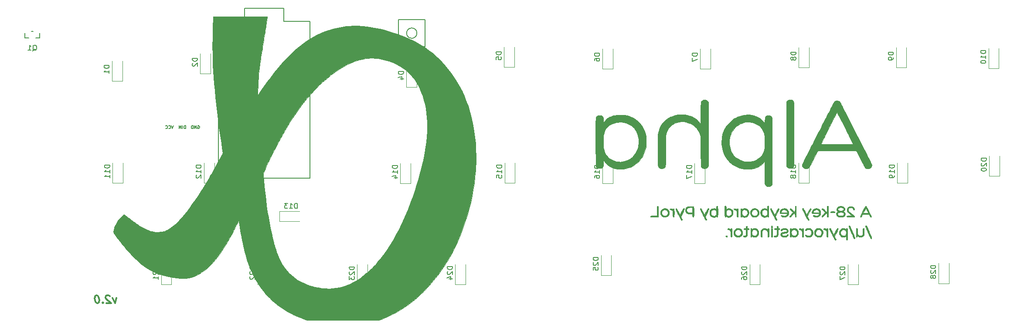
<source format=gbo>
G04 #@! TF.GenerationSoftware,KiCad,Pcbnew,(5.0.2-5-10.14)*
G04 #@! TF.CreationDate,2019-09-09T23:33:01+01:00*
G04 #@! TF.ProjectId,alpha_pro_micro,616c7068-615f-4707-926f-5f6d6963726f,rev?*
G04 #@! TF.SameCoordinates,Original*
G04 #@! TF.FileFunction,Legend,Bot*
G04 #@! TF.FilePolarity,Positive*
%FSLAX46Y46*%
G04 Gerber Fmt 4.6, Leading zero omitted, Abs format (unit mm)*
G04 Created by KiCad (PCBNEW (5.0.2-5-10.14)) date Monday, 09 September 2019 at 23:33:01*
%MOMM*%
%LPD*%
G01*
G04 APERTURE LIST*
%ADD10C,0.150000*%
%ADD11C,0.300000*%
%ADD12C,0.127000*%
%ADD13C,0.120000*%
%ADD14C,0.010000*%
G04 APERTURE END LIST*
D10*
X101384439Y-120560344D02*
X101441582Y-120531772D01*
X101527297Y-120531772D01*
X101613011Y-120560344D01*
X101670154Y-120617486D01*
X101698725Y-120674629D01*
X101727297Y-120788915D01*
X101727297Y-120874629D01*
X101698725Y-120988915D01*
X101670154Y-121046058D01*
X101613011Y-121103201D01*
X101527297Y-121131772D01*
X101470154Y-121131772D01*
X101384439Y-121103201D01*
X101355868Y-121074629D01*
X101355868Y-120874629D01*
X101470154Y-120874629D01*
X101098725Y-121131772D02*
X101098725Y-120531772D01*
X100755868Y-121131772D01*
X100755868Y-120531772D01*
X100470154Y-121131772D02*
X100470154Y-120531772D01*
X100327297Y-120531772D01*
X100241582Y-120560344D01*
X100184439Y-120617486D01*
X100155868Y-120674629D01*
X100127297Y-120788915D01*
X100127297Y-120874629D01*
X100155868Y-120988915D01*
X100184439Y-121046058D01*
X100241582Y-121103201D01*
X100327297Y-121131772D01*
X100470154Y-121131772D01*
X99001582Y-121131772D02*
X99001582Y-120531772D01*
X98858725Y-120531772D01*
X98773011Y-120560344D01*
X98715868Y-120617486D01*
X98687297Y-120674629D01*
X98658725Y-120788915D01*
X98658725Y-120874629D01*
X98687297Y-120988915D01*
X98715868Y-121046058D01*
X98773011Y-121103201D01*
X98858725Y-121131772D01*
X99001582Y-121131772D01*
X98401582Y-121131772D02*
X98401582Y-120531772D01*
X98115868Y-121131772D02*
X98115868Y-120531772D01*
X97773011Y-121131772D01*
X97773011Y-120531772D01*
X96647297Y-120531772D02*
X96447297Y-121131772D01*
X96247297Y-120531772D01*
X95704439Y-121074629D02*
X95733011Y-121103201D01*
X95818725Y-121131772D01*
X95875868Y-121131772D01*
X95961582Y-121103201D01*
X96018725Y-121046058D01*
X96047297Y-120988915D01*
X96075868Y-120874629D01*
X96075868Y-120788915D01*
X96047297Y-120674629D01*
X96018725Y-120617486D01*
X95961582Y-120560344D01*
X95875868Y-120531772D01*
X95818725Y-120531772D01*
X95733011Y-120560344D01*
X95704439Y-120588915D01*
X95104439Y-121074629D02*
X95133011Y-121103201D01*
X95218725Y-121131772D01*
X95275868Y-121131772D01*
X95361582Y-121103201D01*
X95418725Y-121046058D01*
X95447297Y-120988915D01*
X95475868Y-120874629D01*
X95475868Y-120788915D01*
X95447297Y-120674629D01*
X95418725Y-120617486D01*
X95361582Y-120560344D01*
X95275868Y-120531772D01*
X95218725Y-120531772D01*
X95133011Y-120560344D01*
X95104439Y-120588915D01*
D11*
X85565065Y-154071995D02*
X85332922Y-155071995D01*
X84850779Y-154071995D01*
X84306137Y-153714852D02*
X84225779Y-153643424D01*
X84073994Y-153571995D01*
X83716851Y-153571995D01*
X83582922Y-153643424D01*
X83520422Y-153714852D01*
X83466851Y-153857709D01*
X83484708Y-154000566D01*
X83582922Y-154214852D01*
X84547208Y-155071995D01*
X83618637Y-155071995D01*
X82957922Y-154929138D02*
X82895422Y-155000566D01*
X82975779Y-155071995D01*
X83038279Y-155000566D01*
X82957922Y-154929138D01*
X82975779Y-155071995D01*
X81788279Y-153571995D02*
X81645422Y-153571995D01*
X81511494Y-153643424D01*
X81448994Y-153714852D01*
X81395422Y-153857709D01*
X81359708Y-154143424D01*
X81404351Y-154500566D01*
X81511494Y-154786281D01*
X81600779Y-154929138D01*
X81681137Y-155000566D01*
X81832922Y-155071995D01*
X81975779Y-155071995D01*
X82109708Y-155000566D01*
X82172208Y-154929138D01*
X82225779Y-154786281D01*
X82261494Y-154500566D01*
X82216851Y-154143424D01*
X82109708Y-153857709D01*
X82020422Y-153714852D01*
X81940065Y-153643424D01*
X81788279Y-153571995D01*
D12*
G04 #@! TO.C,Q1*
X67769500Y-103465000D02*
X67769500Y-102576000D01*
X68531500Y-103465000D02*
X67769500Y-103465000D01*
X70690500Y-103465000D02*
X69928500Y-103465000D01*
X70690500Y-102576000D02*
X70690500Y-103465000D01*
X69039500Y-102195000D02*
X69420500Y-102195000D01*
D10*
G04 #@! TO.C,U1*
X123190000Y-130730625D02*
X105410000Y-130730625D01*
X105410000Y-130730625D02*
X105410000Y-100250625D01*
X105410000Y-100250625D02*
X110490000Y-100250625D01*
X110490000Y-100250625D02*
X110490000Y-97710625D01*
X110490000Y-97710625D02*
X118110000Y-97710625D01*
X118110000Y-97710625D02*
X118110000Y-100250625D01*
X118110000Y-100250625D02*
X123190000Y-100250625D01*
X123190000Y-100250625D02*
X123190000Y-130730625D01*
D13*
G04 #@! TO.C,D1*
X86725397Y-111845444D02*
X86725397Y-107945444D01*
X84725397Y-111845444D02*
X84725397Y-107945444D01*
X86725397Y-111845444D02*
X84725397Y-111845444D01*
G04 #@! TO.C,D2*
X103870397Y-110448444D02*
X103870397Y-106548444D01*
X101870397Y-110448444D02*
X101870397Y-106548444D01*
X103870397Y-110448444D02*
X101870397Y-110448444D01*
G04 #@! TO.C,D3*
X126260000Y-109210000D02*
X126260000Y-105310000D01*
X124260000Y-109210000D02*
X124260000Y-105310000D01*
X126260000Y-109210000D02*
X124260000Y-109210000D01*
G04 #@! TO.C,D13*
X117231997Y-139183144D02*
X121131997Y-139183144D01*
X117231997Y-137183144D02*
X121131997Y-137183144D01*
X117231997Y-139183144D02*
X117231997Y-137183144D01*
G04 #@! TO.C,D14*
X142706997Y-131784444D02*
X142706997Y-127884444D01*
X140706997Y-131784444D02*
X140706997Y-127884444D01*
X142706997Y-131784444D02*
X140706997Y-131784444D01*
G04 #@! TO.C,D4*
X143880000Y-113030000D02*
X143880000Y-109130000D01*
X141880000Y-113030000D02*
X141880000Y-109130000D01*
X143880000Y-113030000D02*
X141880000Y-113030000D01*
G04 #@! TO.C,D5*
X162870000Y-109210000D02*
X162870000Y-105310000D01*
X160870000Y-109210000D02*
X160870000Y-105310000D01*
X162870000Y-109210000D02*
X160870000Y-109210000D01*
G04 #@! TO.C,D15*
X162988897Y-131720944D02*
X162988897Y-127820944D01*
X160988897Y-131720944D02*
X160988897Y-127820944D01*
X162988897Y-131720944D02*
X160988897Y-131720944D01*
G04 #@! TO.C,D16*
X181975397Y-131784444D02*
X181975397Y-127884444D01*
X179975397Y-131784444D02*
X179975397Y-127884444D01*
X181975397Y-131784444D02*
X179975397Y-131784444D01*
G04 #@! TO.C,D6*
X181975397Y-109490000D02*
X181975397Y-105590000D01*
X179975397Y-109490000D02*
X179975397Y-105590000D01*
X181975397Y-109490000D02*
X179975397Y-109490000D01*
G04 #@! TO.C,D7*
X200960000Y-109480000D02*
X200960000Y-105580000D01*
X198960000Y-109480000D02*
X198960000Y-105580000D01*
X200960000Y-109480000D02*
X198960000Y-109480000D01*
G04 #@! TO.C,D17*
X199844297Y-131784444D02*
X199844297Y-127884444D01*
X197844297Y-131784444D02*
X197844297Y-127884444D01*
X199844297Y-131784444D02*
X197844297Y-131784444D01*
G04 #@! TO.C,D18*
X220075397Y-131720944D02*
X220075397Y-127820944D01*
X218075397Y-131720944D02*
X218075397Y-127820944D01*
X220075397Y-131720944D02*
X218075397Y-131720944D01*
G04 #@! TO.C,D8*
X220100000Y-109260000D02*
X220100000Y-105360000D01*
X218100000Y-109260000D02*
X218100000Y-105360000D01*
X220100000Y-109260000D02*
X218100000Y-109260000D01*
G04 #@! TO.C,D11*
X86814297Y-131695544D02*
X86814297Y-127795544D01*
X84814297Y-131695544D02*
X84814297Y-127795544D01*
X86814297Y-131695544D02*
X84814297Y-131695544D01*
G04 #@! TO.C,D12*
X104584375Y-131720944D02*
X104584375Y-127820944D01*
X102584375Y-131720944D02*
X102584375Y-127820944D01*
X104584375Y-131720944D02*
X102584375Y-131720944D01*
G04 #@! TO.C,D21*
X96263097Y-151431344D02*
X96263097Y-147531344D01*
X94263097Y-151431344D02*
X94263097Y-147531344D01*
X96263097Y-151431344D02*
X94263097Y-151431344D01*
G04 #@! TO.C,D22*
X115033697Y-151431344D02*
X115033697Y-147531344D01*
X113033697Y-151431344D02*
X113033697Y-147531344D01*
X115033697Y-151431344D02*
X113033697Y-151431344D01*
G04 #@! TO.C,D23*
X134337697Y-151456744D02*
X134337697Y-147556744D01*
X132337697Y-151456744D02*
X132337697Y-147556744D01*
X134337697Y-151456744D02*
X132337697Y-151456744D01*
G04 #@! TO.C,D24*
X153387697Y-151431344D02*
X153387697Y-147531344D01*
X151387697Y-151431344D02*
X151387697Y-147531344D01*
X153387697Y-151431344D02*
X151387697Y-151431344D01*
G04 #@! TO.C,D25*
X181708697Y-149653344D02*
X181708697Y-145753344D01*
X179708697Y-149653344D02*
X179708697Y-145753344D01*
X181708697Y-149653344D02*
X179708697Y-149653344D01*
G04 #@! TO.C,D26*
X210563097Y-151456744D02*
X210563097Y-147556744D01*
X208563097Y-151456744D02*
X208563097Y-147556744D01*
X210563097Y-151456744D02*
X208563097Y-151456744D01*
G04 #@! TO.C,D27*
X229638497Y-151456744D02*
X229638497Y-147556744D01*
X227638497Y-151456744D02*
X227638497Y-147556744D01*
X229638497Y-151456744D02*
X227638497Y-151456744D01*
G04 #@! TO.C,D28*
X247250000Y-151210000D02*
X247250000Y-147310000D01*
X245250000Y-151210000D02*
X245250000Y-147310000D01*
X247250000Y-151210000D02*
X245250000Y-151210000D01*
G04 #@! TO.C,D19*
X239214297Y-131695544D02*
X239214297Y-127795544D01*
X237214297Y-131695544D02*
X237214297Y-127795544D01*
X239214297Y-131695544D02*
X237214297Y-131695544D01*
G04 #@! TO.C,D20*
X257090000Y-130360000D02*
X257090000Y-126460000D01*
X255090000Y-130360000D02*
X255090000Y-126460000D01*
X257090000Y-130360000D02*
X255090000Y-130360000D01*
G04 #@! TO.C,D10*
X256980000Y-109440000D02*
X256980000Y-105540000D01*
X254980000Y-109440000D02*
X254980000Y-105540000D01*
X256980000Y-109440000D02*
X254980000Y-109440000D01*
G04 #@! TO.C,D9*
X239030000Y-109260000D02*
X239030000Y-105360000D01*
X237030000Y-109260000D02*
X237030000Y-105360000D01*
X239030000Y-109260000D02*
X237030000Y-109260000D01*
D14*
G04 #@! TO.C,G\002A\002A\002A*
G36*
X204151210Y-142150369D02*
X204189472Y-142078809D01*
X204193983Y-142050605D01*
X204190471Y-141983227D01*
X204170804Y-141940173D01*
X204169864Y-141939358D01*
X204098395Y-141905588D01*
X204013228Y-141898460D01*
X203965632Y-141909467D01*
X203913914Y-141952651D01*
X203892481Y-142016759D01*
X203899593Y-142087000D01*
X203933513Y-142148584D01*
X203992502Y-142186719D01*
X203998414Y-142188355D01*
X204084208Y-142189220D01*
X204151210Y-142150369D01*
X204151210Y-142150369D01*
G37*
X204151210Y-142150369D02*
X204189472Y-142078809D01*
X204193983Y-142050605D01*
X204190471Y-141983227D01*
X204170804Y-141940173D01*
X204169864Y-141939358D01*
X204098395Y-141905588D01*
X204013228Y-141898460D01*
X203965632Y-141909467D01*
X203913914Y-141952651D01*
X203892481Y-142016759D01*
X203899593Y-142087000D01*
X203933513Y-142148584D01*
X203992502Y-142186719D01*
X203998414Y-142188355D01*
X204084208Y-142189220D01*
X204151210Y-142150369D01*
G36*
X223700185Y-142178003D02*
X223730744Y-142153459D01*
X223741905Y-142136751D01*
X223750785Y-142110585D01*
X223757639Y-142069841D01*
X223762720Y-142009395D01*
X223766281Y-141924128D01*
X223768576Y-141808917D01*
X223769859Y-141658642D01*
X223770382Y-141468180D01*
X223770438Y-141351678D01*
X223770300Y-141130013D01*
X223769342Y-140951619D01*
X223766747Y-140811797D01*
X223761699Y-140705849D01*
X223753381Y-140629076D01*
X223740978Y-140576780D01*
X223723673Y-140544262D01*
X223700649Y-140526822D01*
X223671091Y-140519763D01*
X223634181Y-140518385D01*
X223625660Y-140518378D01*
X223557650Y-140538467D01*
X223517014Y-140595809D01*
X223506604Y-140665198D01*
X223504837Y-140698658D01*
X223492718Y-140702242D01*
X223460020Y-140674534D01*
X223440646Y-140656055D01*
X223371718Y-140603004D01*
X223292374Y-140558593D01*
X223285515Y-140555628D01*
X223205275Y-140532417D01*
X223113430Y-140520754D01*
X223026052Y-140521028D01*
X222959214Y-140533630D01*
X222935764Y-140547160D01*
X222912351Y-140596404D01*
X222909027Y-140660629D01*
X222925628Y-140715113D01*
X222936963Y-140727992D01*
X222977212Y-140744777D01*
X223045693Y-140760811D01*
X223086073Y-140767160D01*
X223229704Y-140807523D01*
X223345699Y-140886599D01*
X223431749Y-141002765D01*
X223437700Y-141014482D01*
X223456752Y-141056034D01*
X223471284Y-141097933D01*
X223482120Y-141147673D01*
X223490083Y-141212749D01*
X223495999Y-141300654D01*
X223500692Y-141418884D01*
X223504986Y-141574932D01*
X223506564Y-141640600D01*
X223511220Y-141815303D01*
X223516213Y-141947773D01*
X223522058Y-142043748D01*
X223529274Y-142108964D01*
X223538376Y-142149159D01*
X223549880Y-142170070D01*
X223554574Y-142173897D01*
X223628144Y-142195952D01*
X223700185Y-142178003D01*
X223700185Y-142178003D01*
G37*
X223700185Y-142178003D02*
X223730744Y-142153459D01*
X223741905Y-142136751D01*
X223750785Y-142110585D01*
X223757639Y-142069841D01*
X223762720Y-142009395D01*
X223766281Y-141924128D01*
X223768576Y-141808917D01*
X223769859Y-141658642D01*
X223770382Y-141468180D01*
X223770438Y-141351678D01*
X223770300Y-141130013D01*
X223769342Y-140951619D01*
X223766747Y-140811797D01*
X223761699Y-140705849D01*
X223753381Y-140629076D01*
X223740978Y-140576780D01*
X223723673Y-140544262D01*
X223700649Y-140526822D01*
X223671091Y-140519763D01*
X223634181Y-140518385D01*
X223625660Y-140518378D01*
X223557650Y-140538467D01*
X223517014Y-140595809D01*
X223506604Y-140665198D01*
X223504837Y-140698658D01*
X223492718Y-140702242D01*
X223460020Y-140674534D01*
X223440646Y-140656055D01*
X223371718Y-140603004D01*
X223292374Y-140558593D01*
X223285515Y-140555628D01*
X223205275Y-140532417D01*
X223113430Y-140520754D01*
X223026052Y-140521028D01*
X222959214Y-140533630D01*
X222935764Y-140547160D01*
X222912351Y-140596404D01*
X222909027Y-140660629D01*
X222925628Y-140715113D01*
X222936963Y-140727992D01*
X222977212Y-140744777D01*
X223045693Y-140760811D01*
X223086073Y-140767160D01*
X223229704Y-140807523D01*
X223345699Y-140886599D01*
X223431749Y-141002765D01*
X223437700Y-141014482D01*
X223456752Y-141056034D01*
X223471284Y-141097933D01*
X223482120Y-141147673D01*
X223490083Y-141212749D01*
X223495999Y-141300654D01*
X223500692Y-141418884D01*
X223504986Y-141574932D01*
X223506564Y-141640600D01*
X223511220Y-141815303D01*
X223516213Y-141947773D01*
X223522058Y-142043748D01*
X223529274Y-142108964D01*
X223538376Y-142149159D01*
X223549880Y-142170070D01*
X223554574Y-142173897D01*
X223628144Y-142195952D01*
X223700185Y-142178003D01*
G36*
X218926923Y-142195028D02*
X218954468Y-142185047D01*
X218976087Y-142162723D01*
X218992493Y-142123402D01*
X219004399Y-142062431D01*
X219012519Y-141975156D01*
X219017566Y-141856922D01*
X219020254Y-141703075D01*
X219021297Y-141508961D01*
X219021430Y-141357849D01*
X219021130Y-141135084D01*
X219019709Y-140955618D01*
X219016385Y-140814782D01*
X219010378Y-140707909D01*
X219000906Y-140630328D01*
X218987188Y-140577371D01*
X218968443Y-140544368D01*
X218943889Y-140526652D01*
X218912745Y-140519553D01*
X218880957Y-140518378D01*
X218807885Y-140533737D01*
X218767927Y-140582148D01*
X218757596Y-140652694D01*
X218757596Y-140729445D01*
X218678520Y-140650369D01*
X218603300Y-140595010D01*
X218507554Y-140552034D01*
X218404213Y-140524156D01*
X218306207Y-140514089D01*
X218226466Y-140524547D01*
X218186756Y-140547160D01*
X218163343Y-140596404D01*
X218160019Y-140660629D01*
X218176620Y-140715113D01*
X218187955Y-140727992D01*
X218228345Y-140744885D01*
X218296693Y-140760877D01*
X218334977Y-140766874D01*
X218467680Y-140799812D01*
X218569739Y-140863715D01*
X218650482Y-140965381D01*
X218678488Y-141017306D01*
X218701106Y-141064802D01*
X218718091Y-141107683D01*
X218730379Y-141153823D01*
X218738905Y-141211096D01*
X218744605Y-141287377D01*
X218748413Y-141390539D01*
X218751265Y-141528457D01*
X218753130Y-141645668D01*
X218756304Y-141822047D01*
X218760696Y-141956216D01*
X218767762Y-142053934D01*
X218778959Y-142120959D01*
X218795746Y-142163052D01*
X218819579Y-142185970D01*
X218851916Y-142195473D01*
X218892737Y-142197321D01*
X218926923Y-142195028D01*
X218926923Y-142195028D01*
G37*
X218926923Y-142195028D02*
X218954468Y-142185047D01*
X218976087Y-142162723D01*
X218992493Y-142123402D01*
X219004399Y-142062431D01*
X219012519Y-141975156D01*
X219017566Y-141856922D01*
X219020254Y-141703075D01*
X219021297Y-141508961D01*
X219021430Y-141357849D01*
X219021130Y-141135084D01*
X219019709Y-140955618D01*
X219016385Y-140814782D01*
X219010378Y-140707909D01*
X219000906Y-140630328D01*
X218987188Y-140577371D01*
X218968443Y-140544368D01*
X218943889Y-140526652D01*
X218912745Y-140519553D01*
X218880957Y-140518378D01*
X218807885Y-140533737D01*
X218767927Y-140582148D01*
X218757596Y-140652694D01*
X218757596Y-140729445D01*
X218678520Y-140650369D01*
X218603300Y-140595010D01*
X218507554Y-140552034D01*
X218404213Y-140524156D01*
X218306207Y-140514089D01*
X218226466Y-140524547D01*
X218186756Y-140547160D01*
X218163343Y-140596404D01*
X218160019Y-140660629D01*
X218176620Y-140715113D01*
X218187955Y-140727992D01*
X218228345Y-140744885D01*
X218296693Y-140760877D01*
X218334977Y-140766874D01*
X218467680Y-140799812D01*
X218569739Y-140863715D01*
X218650482Y-140965381D01*
X218678488Y-141017306D01*
X218701106Y-141064802D01*
X218718091Y-141107683D01*
X218730379Y-141153823D01*
X218738905Y-141211096D01*
X218744605Y-141287377D01*
X218748413Y-141390539D01*
X218751265Y-141528457D01*
X218753130Y-141645668D01*
X218756304Y-141822047D01*
X218760696Y-141956216D01*
X218767762Y-142053934D01*
X218778959Y-142120959D01*
X218795746Y-142163052D01*
X218819579Y-142185970D01*
X218851916Y-142195473D01*
X218892737Y-142197321D01*
X218926923Y-142195028D01*
G36*
X212971568Y-141384686D02*
X212972897Y-141142401D01*
X212972641Y-140945460D01*
X212970734Y-140791264D01*
X212967112Y-140677211D01*
X212961708Y-140600700D01*
X212954459Y-140559132D01*
X212950643Y-140551211D01*
X212907664Y-140526570D01*
X212857313Y-140518378D01*
X212798430Y-140529572D01*
X212763983Y-140551211D01*
X212755895Y-140578141D01*
X212749682Y-140638860D01*
X212745280Y-140735971D01*
X212742622Y-140872074D01*
X212741643Y-141049770D01*
X212742278Y-141271659D01*
X212743057Y-141384686D01*
X212749381Y-142185328D01*
X212965245Y-142185328D01*
X212971568Y-141384686D01*
X212971568Y-141384686D01*
G37*
X212971568Y-141384686D02*
X212972897Y-141142401D01*
X212972641Y-140945460D01*
X212970734Y-140791264D01*
X212967112Y-140677211D01*
X212961708Y-140600700D01*
X212954459Y-140559132D01*
X212950643Y-140551211D01*
X212907664Y-140526570D01*
X212857313Y-140518378D01*
X212798430Y-140529572D01*
X212763983Y-140551211D01*
X212755895Y-140578141D01*
X212749682Y-140638860D01*
X212745280Y-140735971D01*
X212742622Y-140872074D01*
X212741643Y-141049770D01*
X212742278Y-141271659D01*
X212743057Y-141384686D01*
X212749381Y-142185328D01*
X212965245Y-142185328D01*
X212971568Y-141384686D01*
G36*
X205027181Y-142188629D02*
X205063800Y-142172492D01*
X205076492Y-142163776D01*
X205086633Y-142149357D01*
X205094509Y-142124247D01*
X205100405Y-142083460D01*
X205104606Y-142022010D01*
X205107398Y-141934909D01*
X205109066Y-141817173D01*
X205109896Y-141663813D01*
X205110173Y-141469844D01*
X205110193Y-141361803D01*
X205110067Y-141138657D01*
X205109246Y-140958810D01*
X205107067Y-140817593D01*
X205102864Y-140710335D01*
X205095975Y-140632366D01*
X205085735Y-140579015D01*
X205071480Y-140545613D01*
X205052546Y-140527488D01*
X205028269Y-140519972D01*
X204997985Y-140518393D01*
X204990268Y-140518378D01*
X204919413Y-140534101D01*
X204880506Y-140583532D01*
X204870344Y-140655892D01*
X204870344Y-140735841D01*
X204790676Y-140656173D01*
X204713790Y-140598759D01*
X204617327Y-140554124D01*
X204513987Y-140525088D01*
X204416471Y-140514469D01*
X204337478Y-140525086D01*
X204299503Y-140547160D01*
X204277340Y-140592010D01*
X204270722Y-140638303D01*
X204287139Y-140710214D01*
X204337848Y-140749488D01*
X204401439Y-140758754D01*
X204495316Y-140775718D01*
X204598627Y-140818631D01*
X204689274Y-140877291D01*
X204719628Y-140905652D01*
X204760623Y-140957130D01*
X204791991Y-141015659D01*
X204814930Y-141088147D01*
X204830637Y-141181505D01*
X204840311Y-141302643D01*
X204845149Y-141458470D01*
X204846359Y-141636691D01*
X204846667Y-141797983D01*
X204848025Y-141918270D01*
X204851084Y-142004518D01*
X204856497Y-142063690D01*
X204864915Y-142102749D01*
X204876990Y-142128661D01*
X204893373Y-142148390D01*
X204894329Y-142149351D01*
X204958284Y-142191549D01*
X205027181Y-142188629D01*
X205027181Y-142188629D01*
G37*
X205027181Y-142188629D02*
X205063800Y-142172492D01*
X205076492Y-142163776D01*
X205086633Y-142149357D01*
X205094509Y-142124247D01*
X205100405Y-142083460D01*
X205104606Y-142022010D01*
X205107398Y-141934909D01*
X205109066Y-141817173D01*
X205109896Y-141663813D01*
X205110173Y-141469844D01*
X205110193Y-141361803D01*
X205110067Y-141138657D01*
X205109246Y-140958810D01*
X205107067Y-140817593D01*
X205102864Y-140710335D01*
X205095975Y-140632366D01*
X205085735Y-140579015D01*
X205071480Y-140545613D01*
X205052546Y-140527488D01*
X205028269Y-140519972D01*
X204997985Y-140518393D01*
X204990268Y-140518378D01*
X204919413Y-140534101D01*
X204880506Y-140583532D01*
X204870344Y-140655892D01*
X204870344Y-140735841D01*
X204790676Y-140656173D01*
X204713790Y-140598759D01*
X204617327Y-140554124D01*
X204513987Y-140525088D01*
X204416471Y-140514469D01*
X204337478Y-140525086D01*
X204299503Y-140547160D01*
X204277340Y-140592010D01*
X204270722Y-140638303D01*
X204287139Y-140710214D01*
X204337848Y-140749488D01*
X204401439Y-140758754D01*
X204495316Y-140775718D01*
X204598627Y-140818631D01*
X204689274Y-140877291D01*
X204719628Y-140905652D01*
X204760623Y-140957130D01*
X204791991Y-141015659D01*
X204814930Y-141088147D01*
X204830637Y-141181505D01*
X204840311Y-141302643D01*
X204845149Y-141458470D01*
X204846359Y-141636691D01*
X204846667Y-141797983D01*
X204848025Y-141918270D01*
X204851084Y-142004518D01*
X204856497Y-142063690D01*
X204864915Y-142102749D01*
X204876990Y-142128661D01*
X204893373Y-142148390D01*
X204894329Y-142149351D01*
X204958284Y-142191549D01*
X205027181Y-142188629D01*
G36*
X230189656Y-142206612D02*
X230271583Y-142196818D01*
X230342809Y-142176046D01*
X230418609Y-142142265D01*
X230573112Y-142041374D01*
X230694187Y-141906227D01*
X230759500Y-141790796D01*
X230775667Y-141752800D01*
X230787976Y-141713162D01*
X230796949Y-141664953D01*
X230803105Y-141601247D01*
X230806967Y-141515114D01*
X230809054Y-141399628D01*
X230809887Y-141247860D01*
X230810004Y-141118996D01*
X230810004Y-140556347D01*
X230746809Y-140520801D01*
X230696806Y-140498789D01*
X230656171Y-140505513D01*
X230620889Y-140526354D01*
X230558163Y-140567454D01*
X230558029Y-141052595D01*
X230556718Y-141209903D01*
X230553137Y-141354944D01*
X230547678Y-141478911D01*
X230540735Y-141572998D01*
X230532700Y-141628400D01*
X230532246Y-141630109D01*
X230497400Y-141705385D01*
X230437882Y-141788216D01*
X230405112Y-141823966D01*
X230282722Y-141916143D01*
X230148112Y-141964484D01*
X230007307Y-141969516D01*
X229866330Y-141931767D01*
X229731208Y-141851766D01*
X229629895Y-141756022D01*
X229581108Y-141696307D01*
X229543999Y-141637351D01*
X229517004Y-141571491D01*
X229498565Y-141491068D01*
X229487119Y-141388421D01*
X229481106Y-141255888D01*
X229478966Y-141085810D01*
X229478842Y-141014642D01*
X229478630Y-140858115D01*
X229477478Y-140742577D01*
X229474617Y-140661046D01*
X229469276Y-140606542D01*
X229460684Y-140572084D01*
X229448070Y-140550691D01*
X229430665Y-140535382D01*
X229425536Y-140531731D01*
X229376938Y-140503725D01*
X229346926Y-140494393D01*
X229309799Y-140507104D01*
X229268315Y-140531731D01*
X229253753Y-140542768D01*
X229242118Y-140556654D01*
X229233082Y-140578461D01*
X229226317Y-140613260D01*
X229221494Y-140666119D01*
X229218284Y-140742111D01*
X229216359Y-140846306D01*
X229215391Y-140983774D01*
X229215050Y-141159585D01*
X229215009Y-141354413D01*
X229215526Y-141588049D01*
X229217156Y-141777072D01*
X229220019Y-141924827D01*
X229224231Y-142034661D01*
X229229911Y-142109919D01*
X229237177Y-142153948D01*
X229243791Y-142168539D01*
X229288167Y-142190235D01*
X229338370Y-142197321D01*
X229407070Y-142175710D01*
X229456574Y-142117922D01*
X229478461Y-142034522D01*
X229478842Y-142021035D01*
X229478842Y-141951362D01*
X229582796Y-142047184D01*
X229678016Y-142122360D01*
X229777944Y-142171527D01*
X229895589Y-142198931D01*
X230043959Y-142208823D01*
X230078465Y-142209074D01*
X230189656Y-142206612D01*
X230189656Y-142206612D01*
G37*
X230189656Y-142206612D02*
X230271583Y-142196818D01*
X230342809Y-142176046D01*
X230418609Y-142142265D01*
X230573112Y-142041374D01*
X230694187Y-141906227D01*
X230759500Y-141790796D01*
X230775667Y-141752800D01*
X230787976Y-141713162D01*
X230796949Y-141664953D01*
X230803105Y-141601247D01*
X230806967Y-141515114D01*
X230809054Y-141399628D01*
X230809887Y-141247860D01*
X230810004Y-141118996D01*
X230810004Y-140556347D01*
X230746809Y-140520801D01*
X230696806Y-140498789D01*
X230656171Y-140505513D01*
X230620889Y-140526354D01*
X230558163Y-140567454D01*
X230558029Y-141052595D01*
X230556718Y-141209903D01*
X230553137Y-141354944D01*
X230547678Y-141478911D01*
X230540735Y-141572998D01*
X230532700Y-141628400D01*
X230532246Y-141630109D01*
X230497400Y-141705385D01*
X230437882Y-141788216D01*
X230405112Y-141823966D01*
X230282722Y-141916143D01*
X230148112Y-141964484D01*
X230007307Y-141969516D01*
X229866330Y-141931767D01*
X229731208Y-141851766D01*
X229629895Y-141756022D01*
X229581108Y-141696307D01*
X229543999Y-141637351D01*
X229517004Y-141571491D01*
X229498565Y-141491068D01*
X229487119Y-141388421D01*
X229481106Y-141255888D01*
X229478966Y-141085810D01*
X229478842Y-141014642D01*
X229478630Y-140858115D01*
X229477478Y-140742577D01*
X229474617Y-140661046D01*
X229469276Y-140606542D01*
X229460684Y-140572084D01*
X229448070Y-140550691D01*
X229430665Y-140535382D01*
X229425536Y-140531731D01*
X229376938Y-140503725D01*
X229346926Y-140494393D01*
X229309799Y-140507104D01*
X229268315Y-140531731D01*
X229253753Y-140542768D01*
X229242118Y-140556654D01*
X229233082Y-140578461D01*
X229226317Y-140613260D01*
X229221494Y-140666119D01*
X229218284Y-140742111D01*
X229216359Y-140846306D01*
X229215391Y-140983774D01*
X229215050Y-141159585D01*
X229215009Y-141354413D01*
X229215526Y-141588049D01*
X229217156Y-141777072D01*
X229220019Y-141924827D01*
X229224231Y-142034661D01*
X229229911Y-142109919D01*
X229237177Y-142153948D01*
X229243791Y-142168539D01*
X229288167Y-142190235D01*
X229338370Y-142197321D01*
X229407070Y-142175710D01*
X229456574Y-142117922D01*
X229478461Y-142034522D01*
X229478842Y-142021035D01*
X229478842Y-141951362D01*
X229582796Y-142047184D01*
X229678016Y-142122360D01*
X229777944Y-142171527D01*
X229895589Y-142198931D01*
X230043959Y-142208823D01*
X230078465Y-142209074D01*
X230189656Y-142206612D01*
G36*
X227458738Y-142772613D02*
X227484200Y-142768885D01*
X227504995Y-142757735D01*
X227521593Y-142735125D01*
X227534469Y-142697017D01*
X227544094Y-142639371D01*
X227550941Y-142558149D01*
X227555483Y-142449312D01*
X227558193Y-142308822D01*
X227559542Y-142132640D01*
X227560004Y-141916727D01*
X227560051Y-141657045D01*
X227560051Y-141645668D01*
X227560040Y-141384087D01*
X227559661Y-141166438D01*
X227558397Y-140988688D01*
X227555728Y-140846798D01*
X227551136Y-140736734D01*
X227544103Y-140654459D01*
X227534111Y-140595938D01*
X227520641Y-140557133D01*
X227503175Y-140534009D01*
X227481194Y-140522531D01*
X227454180Y-140518661D01*
X227421616Y-140518364D01*
X227415272Y-140518378D01*
X227347223Y-140538601D01*
X227306365Y-140595715D01*
X227296217Y-140661841D01*
X227293334Y-140689488D01*
X227278451Y-140692541D01*
X227242217Y-140668604D01*
X227203594Y-140638084D01*
X227057883Y-140551008D01*
X226891848Y-140505842D01*
X226709722Y-140503284D01*
X226559190Y-140531328D01*
X226384758Y-140602233D01*
X226228681Y-140712590D01*
X226099795Y-140854835D01*
X226018745Y-140994007D01*
X225994591Y-141056416D01*
X225979081Y-141124256D01*
X225970421Y-141210427D01*
X225967280Y-141312716D01*
X226218555Y-141312716D01*
X226226231Y-141236656D01*
X226248553Y-141164670D01*
X226270312Y-141114679D01*
X226358826Y-140970338D01*
X226471333Y-140860561D01*
X226601179Y-140787511D01*
X226741712Y-140753348D01*
X226886277Y-140760233D01*
X227028220Y-140810328D01*
X227090504Y-140848269D01*
X227181634Y-140927980D01*
X227243760Y-141023439D01*
X227280491Y-141143459D01*
X227295440Y-141296857D01*
X227296217Y-141350400D01*
X227287568Y-141523212D01*
X227259098Y-141658564D01*
X227207026Y-141764203D01*
X227127572Y-141847877D01*
X227020391Y-141915574D01*
X226887157Y-141958728D01*
X226740949Y-141963574D01*
X226594375Y-141932381D01*
X226460041Y-141867421D01*
X226376568Y-141799596D01*
X226301667Y-141708729D01*
X226254401Y-141609572D01*
X226228620Y-141486798D01*
X226222040Y-141414490D01*
X226218555Y-141312716D01*
X225967280Y-141312716D01*
X225966815Y-141327825D01*
X225966457Y-141369842D01*
X225970763Y-141531486D01*
X225988529Y-141658862D01*
X226024114Y-141764802D01*
X226081877Y-141862135D01*
X226166176Y-141963693D01*
X226169360Y-141967155D01*
X226300534Y-142077789D01*
X226455992Y-142157634D01*
X226625990Y-142205445D01*
X226800787Y-142219977D01*
X226970637Y-142199982D01*
X227125801Y-142144215D01*
X227199835Y-142098945D01*
X227296217Y-142029126D01*
X227296217Y-142363351D01*
X227297737Y-142513562D01*
X227303689Y-142622339D01*
X227316157Y-142696159D01*
X227337230Y-142741502D01*
X227368993Y-142764845D01*
X227413532Y-142772667D01*
X227428134Y-142772958D01*
X227458738Y-142772613D01*
X227458738Y-142772613D01*
G37*
X227458738Y-142772613D02*
X227484200Y-142768885D01*
X227504995Y-142757735D01*
X227521593Y-142735125D01*
X227534469Y-142697017D01*
X227544094Y-142639371D01*
X227550941Y-142558149D01*
X227555483Y-142449312D01*
X227558193Y-142308822D01*
X227559542Y-142132640D01*
X227560004Y-141916727D01*
X227560051Y-141657045D01*
X227560051Y-141645668D01*
X227560040Y-141384087D01*
X227559661Y-141166438D01*
X227558397Y-140988688D01*
X227555728Y-140846798D01*
X227551136Y-140736734D01*
X227544103Y-140654459D01*
X227534111Y-140595938D01*
X227520641Y-140557133D01*
X227503175Y-140534009D01*
X227481194Y-140522531D01*
X227454180Y-140518661D01*
X227421616Y-140518364D01*
X227415272Y-140518378D01*
X227347223Y-140538601D01*
X227306365Y-140595715D01*
X227296217Y-140661841D01*
X227293334Y-140689488D01*
X227278451Y-140692541D01*
X227242217Y-140668604D01*
X227203594Y-140638084D01*
X227057883Y-140551008D01*
X226891848Y-140505842D01*
X226709722Y-140503284D01*
X226559190Y-140531328D01*
X226384758Y-140602233D01*
X226228681Y-140712590D01*
X226099795Y-140854835D01*
X226018745Y-140994007D01*
X225994591Y-141056416D01*
X225979081Y-141124256D01*
X225970421Y-141210427D01*
X225967280Y-141312716D01*
X226218555Y-141312716D01*
X226226231Y-141236656D01*
X226248553Y-141164670D01*
X226270312Y-141114679D01*
X226358826Y-140970338D01*
X226471333Y-140860561D01*
X226601179Y-140787511D01*
X226741712Y-140753348D01*
X226886277Y-140760233D01*
X227028220Y-140810328D01*
X227090504Y-140848269D01*
X227181634Y-140927980D01*
X227243760Y-141023439D01*
X227280491Y-141143459D01*
X227295440Y-141296857D01*
X227296217Y-141350400D01*
X227287568Y-141523212D01*
X227259098Y-141658564D01*
X227207026Y-141764203D01*
X227127572Y-141847877D01*
X227020391Y-141915574D01*
X226887157Y-141958728D01*
X226740949Y-141963574D01*
X226594375Y-141932381D01*
X226460041Y-141867421D01*
X226376568Y-141799596D01*
X226301667Y-141708729D01*
X226254401Y-141609572D01*
X226228620Y-141486798D01*
X226222040Y-141414490D01*
X226218555Y-141312716D01*
X225967280Y-141312716D01*
X225966815Y-141327825D01*
X225966457Y-141369842D01*
X225970763Y-141531486D01*
X225988529Y-141658862D01*
X226024114Y-141764802D01*
X226081877Y-141862135D01*
X226166176Y-141963693D01*
X226169360Y-141967155D01*
X226300534Y-142077789D01*
X226455992Y-142157634D01*
X226625990Y-142205445D01*
X226800787Y-142219977D01*
X226970637Y-142199982D01*
X227125801Y-142144215D01*
X227199835Y-142098945D01*
X227296217Y-142029126D01*
X227296217Y-142363351D01*
X227297737Y-142513562D01*
X227303689Y-142622339D01*
X227316157Y-142696159D01*
X227337230Y-142741502D01*
X227368993Y-142764845D01*
X227413532Y-142772667D01*
X227428134Y-142772958D01*
X227458738Y-142772613D01*
G36*
X225237401Y-142817516D02*
X225263982Y-142806151D01*
X225279252Y-142798139D01*
X225312850Y-142768856D01*
X225326033Y-142723872D01*
X225317701Y-142657741D01*
X225286754Y-142565018D01*
X225232091Y-142440258D01*
X225188844Y-142350579D01*
X225048231Y-142065404D01*
X225406759Y-141347906D01*
X225505265Y-141150095D01*
X225583795Y-140990493D01*
X225644276Y-140864631D01*
X225688635Y-140768043D01*
X225718800Y-140696259D01*
X225736698Y-140644811D01*
X225744254Y-140609232D01*
X225743398Y-140585052D01*
X225740067Y-140575055D01*
X225694461Y-140525320D01*
X225625895Y-140498261D01*
X225557942Y-140502825D01*
X225538555Y-140527028D01*
X225501044Y-140588821D01*
X225448395Y-140682720D01*
X225383596Y-140803241D01*
X225309636Y-140944900D01*
X225229500Y-141102214D01*
X225207110Y-141146826D01*
X224891733Y-141777221D01*
X224580042Y-141153796D01*
X224499518Y-140993955D01*
X224424858Y-140848064D01*
X224358994Y-140721673D01*
X224304861Y-140620336D01*
X224265394Y-140549604D01*
X224243527Y-140515030D01*
X224241254Y-140512749D01*
X224175215Y-140495188D01*
X224105798Y-140513364D01*
X224073967Y-140538256D01*
X224042667Y-140588909D01*
X224034272Y-140623663D01*
X224044866Y-140652683D01*
X224075259Y-140720135D01*
X224123370Y-140821763D01*
X224187116Y-140953310D01*
X224264417Y-141110519D01*
X224353191Y-141289134D01*
X224451355Y-141484898D01*
X224556827Y-141693555D01*
X224575899Y-141731113D01*
X224702504Y-141980067D01*
X224809515Y-142189424D01*
X224899031Y-142362370D01*
X224973154Y-142502092D01*
X225033982Y-142611776D01*
X225083617Y-142694608D01*
X225124158Y-142753775D01*
X225157707Y-142792463D01*
X225186364Y-142813858D01*
X225212228Y-142821147D01*
X225237401Y-142817516D01*
X225237401Y-142817516D01*
G37*
X225237401Y-142817516D02*
X225263982Y-142806151D01*
X225279252Y-142798139D01*
X225312850Y-142768856D01*
X225326033Y-142723872D01*
X225317701Y-142657741D01*
X225286754Y-142565018D01*
X225232091Y-142440258D01*
X225188844Y-142350579D01*
X225048231Y-142065404D01*
X225406759Y-141347906D01*
X225505265Y-141150095D01*
X225583795Y-140990493D01*
X225644276Y-140864631D01*
X225688635Y-140768043D01*
X225718800Y-140696259D01*
X225736698Y-140644811D01*
X225744254Y-140609232D01*
X225743398Y-140585052D01*
X225740067Y-140575055D01*
X225694461Y-140525320D01*
X225625895Y-140498261D01*
X225557942Y-140502825D01*
X225538555Y-140527028D01*
X225501044Y-140588821D01*
X225448395Y-140682720D01*
X225383596Y-140803241D01*
X225309636Y-140944900D01*
X225229500Y-141102214D01*
X225207110Y-141146826D01*
X224891733Y-141777221D01*
X224580042Y-141153796D01*
X224499518Y-140993955D01*
X224424858Y-140848064D01*
X224358994Y-140721673D01*
X224304861Y-140620336D01*
X224265394Y-140549604D01*
X224243527Y-140515030D01*
X224241254Y-140512749D01*
X224175215Y-140495188D01*
X224105798Y-140513364D01*
X224073967Y-140538256D01*
X224042667Y-140588909D01*
X224034272Y-140623663D01*
X224044866Y-140652683D01*
X224075259Y-140720135D01*
X224123370Y-140821763D01*
X224187116Y-140953310D01*
X224264417Y-141110519D01*
X224353191Y-141289134D01*
X224451355Y-141484898D01*
X224556827Y-141693555D01*
X224575899Y-141731113D01*
X224702504Y-141980067D01*
X224809515Y-142189424D01*
X224899031Y-142362370D01*
X224973154Y-142502092D01*
X225033982Y-142611776D01*
X225083617Y-142694608D01*
X225124158Y-142753775D01*
X225157707Y-142792463D01*
X225186364Y-142813858D01*
X225212228Y-142821147D01*
X225237401Y-142817516D01*
G36*
X222126516Y-142194493D02*
X222287790Y-142152492D01*
X222290300Y-142151518D01*
X222448345Y-142065035D01*
X222582125Y-141942651D01*
X222687695Y-141791915D01*
X222761112Y-141620377D01*
X222798433Y-141435588D01*
X222795712Y-141245098D01*
X222788392Y-141197890D01*
X222729612Y-140997683D01*
X222633093Y-140826087D01*
X222500197Y-140684961D01*
X222333413Y-140576723D01*
X222193478Y-140527264D01*
X222030090Y-140501315D01*
X221862221Y-140499995D01*
X221708844Y-140524427D01*
X221667306Y-140537369D01*
X221482247Y-140624383D01*
X221334400Y-140740489D01*
X221222077Y-140887727D01*
X221143591Y-141068139D01*
X221108268Y-141213100D01*
X221097184Y-141380251D01*
X221355266Y-141380251D01*
X221369016Y-141229645D01*
X221424653Y-141071518D01*
X221434026Y-141051843D01*
X221524005Y-140917845D01*
X221642473Y-140819712D01*
X221783587Y-140759807D01*
X221941507Y-140740491D01*
X222110389Y-140764127D01*
X222131191Y-140769984D01*
X222266968Y-140833282D01*
X222376476Y-140929721D01*
X222458148Y-141051324D01*
X222510418Y-141190113D01*
X222531720Y-141338110D01*
X222520489Y-141487337D01*
X222475157Y-141629817D01*
X222394159Y-141757571D01*
X222336576Y-141816281D01*
X222200686Y-141906909D01*
X222054209Y-141955262D01*
X221904568Y-141963528D01*
X221759186Y-141933892D01*
X221625483Y-141868543D01*
X221510884Y-141769666D01*
X221422810Y-141639449D01*
X221382139Y-141535085D01*
X221355266Y-141380251D01*
X221097184Y-141380251D01*
X221095518Y-141405360D01*
X221124521Y-141592300D01*
X221191433Y-141766663D01*
X221292408Y-141921192D01*
X221423605Y-142048632D01*
X221581178Y-142141725D01*
X221605525Y-142151761D01*
X221766079Y-142194135D01*
X221946177Y-142208376D01*
X222126516Y-142194493D01*
X222126516Y-142194493D01*
G37*
X222126516Y-142194493D02*
X222287790Y-142152492D01*
X222290300Y-142151518D01*
X222448345Y-142065035D01*
X222582125Y-141942651D01*
X222687695Y-141791915D01*
X222761112Y-141620377D01*
X222798433Y-141435588D01*
X222795712Y-141245098D01*
X222788392Y-141197890D01*
X222729612Y-140997683D01*
X222633093Y-140826087D01*
X222500197Y-140684961D01*
X222333413Y-140576723D01*
X222193478Y-140527264D01*
X222030090Y-140501315D01*
X221862221Y-140499995D01*
X221708844Y-140524427D01*
X221667306Y-140537369D01*
X221482247Y-140624383D01*
X221334400Y-140740489D01*
X221222077Y-140887727D01*
X221143591Y-141068139D01*
X221108268Y-141213100D01*
X221097184Y-141380251D01*
X221355266Y-141380251D01*
X221369016Y-141229645D01*
X221424653Y-141071518D01*
X221434026Y-141051843D01*
X221524005Y-140917845D01*
X221642473Y-140819712D01*
X221783587Y-140759807D01*
X221941507Y-140740491D01*
X222110389Y-140764127D01*
X222131191Y-140769984D01*
X222266968Y-140833282D01*
X222376476Y-140929721D01*
X222458148Y-141051324D01*
X222510418Y-141190113D01*
X222531720Y-141338110D01*
X222520489Y-141487337D01*
X222475157Y-141629817D01*
X222394159Y-141757571D01*
X222336576Y-141816281D01*
X222200686Y-141906909D01*
X222054209Y-141955262D01*
X221904568Y-141963528D01*
X221759186Y-141933892D01*
X221625483Y-141868543D01*
X221510884Y-141769666D01*
X221422810Y-141639449D01*
X221382139Y-141535085D01*
X221355266Y-141380251D01*
X221097184Y-141380251D01*
X221095518Y-141405360D01*
X221124521Y-141592300D01*
X221191433Y-141766663D01*
X221292408Y-141921192D01*
X221423605Y-142048632D01*
X221581178Y-142141725D01*
X221605525Y-142151761D01*
X221766079Y-142194135D01*
X221946177Y-142208376D01*
X222126516Y-142194493D01*
G36*
X217423446Y-142188008D02*
X217583510Y-142120845D01*
X217728576Y-142020717D01*
X217851540Y-141889702D01*
X217938349Y-141745157D01*
X217967848Y-141676348D01*
X217986569Y-141612984D01*
X217996887Y-141540583D01*
X218001175Y-141444661D01*
X218001860Y-141357849D01*
X218000539Y-141237478D01*
X217994787Y-141150665D01*
X217982286Y-141083046D01*
X217960714Y-141020256D01*
X217939684Y-140972997D01*
X217848431Y-140815420D01*
X217736545Y-140694638D01*
X217594601Y-140600805D01*
X217572936Y-140589820D01*
X217408685Y-140530346D01*
X217231668Y-140502896D01*
X217059258Y-140509320D01*
X216977994Y-140526434D01*
X216885650Y-140560537D01*
X216794169Y-140606318D01*
X216772388Y-140619798D01*
X216679435Y-140681312D01*
X216657184Y-140605841D01*
X216631953Y-140551004D01*
X216587987Y-140527482D01*
X216555415Y-140522738D01*
X216516241Y-140519310D01*
X216484651Y-140520378D01*
X216459828Y-140530525D01*
X216440958Y-140554331D01*
X216427225Y-140596375D01*
X216417813Y-140661240D01*
X216411908Y-140753504D01*
X216408693Y-140877750D01*
X216407354Y-141038557D01*
X216407074Y-141240507D01*
X216407076Y-141353415D01*
X216671437Y-141353415D01*
X216674331Y-141213304D01*
X216685744Y-141109463D01*
X216708676Y-141030507D01*
X216746125Y-140965056D01*
X216786365Y-140917101D01*
X216898489Y-140830330D01*
X217035207Y-140776494D01*
X217184417Y-140757632D01*
X217334019Y-140775782D01*
X217427352Y-140809147D01*
X217556997Y-140893692D01*
X217653189Y-141004602D01*
X217716569Y-141134498D01*
X217747780Y-141276004D01*
X217747465Y-141421742D01*
X217716267Y-141564333D01*
X217654828Y-141696402D01*
X217563790Y-141810570D01*
X217443797Y-141899460D01*
X217328219Y-141947173D01*
X217169523Y-141971117D01*
X217020588Y-141948986D01*
X216884970Y-141881456D01*
X216852336Y-141856550D01*
X216774172Y-141779382D01*
X216720795Y-141692332D01*
X216688500Y-141585098D01*
X216673581Y-141447374D01*
X216671437Y-141353415D01*
X216407076Y-141353415D01*
X216407077Y-141355989D01*
X216407595Y-141589390D01*
X216409230Y-141778180D01*
X216412100Y-141925705D01*
X216416323Y-142035315D01*
X216422019Y-142110355D01*
X216429305Y-142154175D01*
X216435858Y-142168539D01*
X216478732Y-142188743D01*
X216541932Y-142197318D01*
X216542947Y-142197321D01*
X216616971Y-142178609D01*
X216660016Y-142123837D01*
X216670910Y-142055147D01*
X216674293Y-142029546D01*
X216690410Y-142027055D01*
X216728214Y-142050271D01*
X216775295Y-142085437D01*
X216924308Y-142170920D01*
X217086741Y-142215124D01*
X217255488Y-142220127D01*
X217423446Y-142188008D01*
X217423446Y-142188008D01*
G37*
X217423446Y-142188008D02*
X217583510Y-142120845D01*
X217728576Y-142020717D01*
X217851540Y-141889702D01*
X217938349Y-141745157D01*
X217967848Y-141676348D01*
X217986569Y-141612984D01*
X217996887Y-141540583D01*
X218001175Y-141444661D01*
X218001860Y-141357849D01*
X218000539Y-141237478D01*
X217994787Y-141150665D01*
X217982286Y-141083046D01*
X217960714Y-141020256D01*
X217939684Y-140972997D01*
X217848431Y-140815420D01*
X217736545Y-140694638D01*
X217594601Y-140600805D01*
X217572936Y-140589820D01*
X217408685Y-140530346D01*
X217231668Y-140502896D01*
X217059258Y-140509320D01*
X216977994Y-140526434D01*
X216885650Y-140560537D01*
X216794169Y-140606318D01*
X216772388Y-140619798D01*
X216679435Y-140681312D01*
X216657184Y-140605841D01*
X216631953Y-140551004D01*
X216587987Y-140527482D01*
X216555415Y-140522738D01*
X216516241Y-140519310D01*
X216484651Y-140520378D01*
X216459828Y-140530525D01*
X216440958Y-140554331D01*
X216427225Y-140596375D01*
X216417813Y-140661240D01*
X216411908Y-140753504D01*
X216408693Y-140877750D01*
X216407354Y-141038557D01*
X216407074Y-141240507D01*
X216407076Y-141353415D01*
X216671437Y-141353415D01*
X216674331Y-141213304D01*
X216685744Y-141109463D01*
X216708676Y-141030507D01*
X216746125Y-140965056D01*
X216786365Y-140917101D01*
X216898489Y-140830330D01*
X217035207Y-140776494D01*
X217184417Y-140757632D01*
X217334019Y-140775782D01*
X217427352Y-140809147D01*
X217556997Y-140893692D01*
X217653189Y-141004602D01*
X217716569Y-141134498D01*
X217747780Y-141276004D01*
X217747465Y-141421742D01*
X217716267Y-141564333D01*
X217654828Y-141696402D01*
X217563790Y-141810570D01*
X217443797Y-141899460D01*
X217328219Y-141947173D01*
X217169523Y-141971117D01*
X217020588Y-141948986D01*
X216884970Y-141881456D01*
X216852336Y-141856550D01*
X216774172Y-141779382D01*
X216720795Y-141692332D01*
X216688500Y-141585098D01*
X216673581Y-141447374D01*
X216671437Y-141353415D01*
X216407076Y-141353415D01*
X216407077Y-141355989D01*
X216407595Y-141589390D01*
X216409230Y-141778180D01*
X216412100Y-141925705D01*
X216416323Y-142035315D01*
X216422019Y-142110355D01*
X216429305Y-142154175D01*
X216435858Y-142168539D01*
X216478732Y-142188743D01*
X216541932Y-142197318D01*
X216542947Y-142197321D01*
X216616971Y-142178609D01*
X216660016Y-142123837D01*
X216670910Y-142055147D01*
X216674293Y-142029546D01*
X216690410Y-142027055D01*
X216728214Y-142050271D01*
X216775295Y-142085437D01*
X216924308Y-142170920D01*
X217086741Y-142215124D01*
X217255488Y-142220127D01*
X217423446Y-142188008D01*
G36*
X215479349Y-142200058D02*
X215635010Y-142168763D01*
X215774899Y-142119359D01*
X215892473Y-142053511D01*
X215981185Y-141972885D01*
X216034493Y-141879146D01*
X216047303Y-141800960D01*
X216037219Y-141738013D01*
X216012953Y-141694989D01*
X216012776Y-141694842D01*
X215953230Y-141672557D01*
X215884778Y-141681724D01*
X215829705Y-141717701D01*
X215817873Y-141735446D01*
X215740212Y-141840241D01*
X215626478Y-141913845D01*
X215476458Y-141956359D01*
X215315764Y-141968132D01*
X215156413Y-141955459D01*
X215022411Y-141919393D01*
X214918940Y-141862859D01*
X214851180Y-141788783D01*
X214824312Y-141700092D01*
X214824074Y-141690403D01*
X214830753Y-141635666D01*
X214854230Y-141591498D01*
X214899664Y-141555846D01*
X214972211Y-141526657D01*
X215077032Y-141501879D01*
X215219284Y-141479456D01*
X215404125Y-141457338D01*
X215411704Y-141456514D01*
X215567652Y-141437376D01*
X215685208Y-141416718D01*
X215773930Y-141391693D01*
X215843379Y-141359454D01*
X215903112Y-141317152D01*
X215915707Y-141306380D01*
X215993750Y-141207822D01*
X216034856Y-141088082D01*
X216038123Y-140957646D01*
X216002646Y-140826997D01*
X215963276Y-140754212D01*
X215891223Y-140676829D01*
X215778257Y-140604237D01*
X215747659Y-140588625D01*
X215665392Y-140550800D01*
X215594088Y-140526823D01*
X215516749Y-140512980D01*
X215416373Y-140505557D01*
X215356934Y-140503246D01*
X215218861Y-140503150D01*
X215094544Y-140511384D01*
X215001728Y-140526638D01*
X214909048Y-140557020D01*
X214818810Y-140597041D01*
X214789389Y-140613519D01*
X214706627Y-140679549D01*
X214648144Y-140755398D01*
X214615278Y-140832841D01*
X214609366Y-140903651D01*
X214631747Y-140959599D01*
X214683756Y-140992460D01*
X214726935Y-140997709D01*
X214786157Y-140990529D01*
X214829999Y-140962442D01*
X214875186Y-140902316D01*
X214878820Y-140896639D01*
X214947586Y-140823490D01*
X215048497Y-140773899D01*
X215187208Y-140745285D01*
X215217272Y-140742102D01*
X215394656Y-140741799D01*
X215547647Y-140774991D01*
X215670643Y-140840248D01*
X215700634Y-140865654D01*
X215764593Y-140945795D01*
X215781014Y-141020596D01*
X215749867Y-141089814D01*
X215729503Y-141111063D01*
X215695658Y-141139278D01*
X215659409Y-141160118D01*
X215611739Y-141175758D01*
X215543636Y-141188376D01*
X215446083Y-141200145D01*
X215310066Y-141213243D01*
X215303772Y-141213819D01*
X215084323Y-141239795D01*
X214908746Y-141275126D01*
X214773427Y-141322398D01*
X214674747Y-141384193D01*
X214609091Y-141463096D01*
X214572842Y-141561692D01*
X214562383Y-141682565D01*
X214564898Y-141741804D01*
X214592158Y-141876258D01*
X214655135Y-141984071D01*
X214758120Y-142071224D01*
X214829871Y-142110830D01*
X214983177Y-142168629D01*
X215146888Y-142201657D01*
X215314460Y-142211578D01*
X215479349Y-142200058D01*
X215479349Y-142200058D01*
G37*
X215479349Y-142200058D02*
X215635010Y-142168763D01*
X215774899Y-142119359D01*
X215892473Y-142053511D01*
X215981185Y-141972885D01*
X216034493Y-141879146D01*
X216047303Y-141800960D01*
X216037219Y-141738013D01*
X216012953Y-141694989D01*
X216012776Y-141694842D01*
X215953230Y-141672557D01*
X215884778Y-141681724D01*
X215829705Y-141717701D01*
X215817873Y-141735446D01*
X215740212Y-141840241D01*
X215626478Y-141913845D01*
X215476458Y-141956359D01*
X215315764Y-141968132D01*
X215156413Y-141955459D01*
X215022411Y-141919393D01*
X214918940Y-141862859D01*
X214851180Y-141788783D01*
X214824312Y-141700092D01*
X214824074Y-141690403D01*
X214830753Y-141635666D01*
X214854230Y-141591498D01*
X214899664Y-141555846D01*
X214972211Y-141526657D01*
X215077032Y-141501879D01*
X215219284Y-141479456D01*
X215404125Y-141457338D01*
X215411704Y-141456514D01*
X215567652Y-141437376D01*
X215685208Y-141416718D01*
X215773930Y-141391693D01*
X215843379Y-141359454D01*
X215903112Y-141317152D01*
X215915707Y-141306380D01*
X215993750Y-141207822D01*
X216034856Y-141088082D01*
X216038123Y-140957646D01*
X216002646Y-140826997D01*
X215963276Y-140754212D01*
X215891223Y-140676829D01*
X215778257Y-140604237D01*
X215747659Y-140588625D01*
X215665392Y-140550800D01*
X215594088Y-140526823D01*
X215516749Y-140512980D01*
X215416373Y-140505557D01*
X215356934Y-140503246D01*
X215218861Y-140503150D01*
X215094544Y-140511384D01*
X215001728Y-140526638D01*
X214909048Y-140557020D01*
X214818810Y-140597041D01*
X214789389Y-140613519D01*
X214706627Y-140679549D01*
X214648144Y-140755398D01*
X214615278Y-140832841D01*
X214609366Y-140903651D01*
X214631747Y-140959599D01*
X214683756Y-140992460D01*
X214726935Y-140997709D01*
X214786157Y-140990529D01*
X214829999Y-140962442D01*
X214875186Y-140902316D01*
X214878820Y-140896639D01*
X214947586Y-140823490D01*
X215048497Y-140773899D01*
X215187208Y-140745285D01*
X215217272Y-140742102D01*
X215394656Y-140741799D01*
X215547647Y-140774991D01*
X215670643Y-140840248D01*
X215700634Y-140865654D01*
X215764593Y-140945795D01*
X215781014Y-141020596D01*
X215749867Y-141089814D01*
X215729503Y-141111063D01*
X215695658Y-141139278D01*
X215659409Y-141160118D01*
X215611739Y-141175758D01*
X215543636Y-141188376D01*
X215446083Y-141200145D01*
X215310066Y-141213243D01*
X215303772Y-141213819D01*
X215084323Y-141239795D01*
X214908746Y-141275126D01*
X214773427Y-141322398D01*
X214674747Y-141384193D01*
X214609091Y-141463096D01*
X214572842Y-141561692D01*
X214562383Y-141682565D01*
X214564898Y-141741804D01*
X214592158Y-141876258D01*
X214655135Y-141984071D01*
X214758120Y-142071224D01*
X214829871Y-142110830D01*
X214983177Y-142168629D01*
X215146888Y-142201657D01*
X215314460Y-142211578D01*
X215479349Y-142200058D01*
G36*
X210896585Y-142190247D02*
X210933724Y-142168539D01*
X210944704Y-142139913D01*
X210952893Y-142076661D01*
X210958484Y-141975401D01*
X210961669Y-141832755D01*
X210962640Y-141658860D01*
X210964057Y-141492416D01*
X210967962Y-141342999D01*
X210973982Y-141218654D01*
X210981745Y-141127425D01*
X210989386Y-141082102D01*
X211044366Y-140967456D01*
X211135573Y-140867412D01*
X211251691Y-140790170D01*
X211381407Y-140743929D01*
X211469170Y-140734376D01*
X211600509Y-140755996D01*
X211732031Y-140816107D01*
X211851847Y-140906775D01*
X211948067Y-141020064D01*
X211979979Y-141075263D01*
X212001606Y-141120549D01*
X212017498Y-141162407D01*
X212028538Y-141209059D01*
X212035609Y-141268730D01*
X212039590Y-141349644D01*
X212041366Y-141460024D01*
X212041817Y-141608093D01*
X212041826Y-141651954D01*
X212043146Y-141811717D01*
X212046884Y-141948496D01*
X212052705Y-142055584D01*
X212060277Y-142126276D01*
X212066655Y-142150928D01*
X212107955Y-142184025D01*
X212172330Y-142197751D01*
X212238219Y-142190300D01*
X212276878Y-142168539D01*
X212285440Y-142145842D01*
X212292319Y-142094406D01*
X212297634Y-142010879D01*
X212301503Y-141891914D01*
X212304045Y-141734160D01*
X212305380Y-141534267D01*
X212305660Y-141357849D01*
X212305502Y-141135247D01*
X212304617Y-140955935D01*
X212302387Y-140815234D01*
X212298194Y-140708464D01*
X212291421Y-140630948D01*
X212281452Y-140578005D01*
X212267668Y-140544956D01*
X212249452Y-140527122D01*
X212226186Y-140519823D01*
X212197253Y-140518381D01*
X212194893Y-140518378D01*
X212124104Y-140525098D01*
X212084702Y-140551977D01*
X212068134Y-140609097D01*
X212065545Y-140670850D01*
X212065279Y-140794205D01*
X212003226Y-140715463D01*
X211892727Y-140613841D01*
X211746930Y-140544222D01*
X211566525Y-140506894D01*
X211490174Y-140501284D01*
X211379234Y-140498937D01*
X211297114Y-140504854D01*
X211224979Y-140521820D01*
X211144547Y-140552387D01*
X210982127Y-140644527D01*
X210853471Y-140768670D01*
X210766486Y-140911553D01*
X210748341Y-140954885D01*
X210734484Y-140998484D01*
X210724201Y-141049730D01*
X210716775Y-141116002D01*
X210711492Y-141204682D01*
X210707634Y-141323147D01*
X210704488Y-141478780D01*
X210703072Y-141565614D01*
X210701036Y-141773620D01*
X210702225Y-141935021D01*
X210706680Y-142051072D01*
X210714440Y-142123031D01*
X210721532Y-142147247D01*
X210764415Y-142183111D01*
X210829949Y-142198165D01*
X210896585Y-142190247D01*
X210896585Y-142190247D01*
G37*
X210896585Y-142190247D02*
X210933724Y-142168539D01*
X210944704Y-142139913D01*
X210952893Y-142076661D01*
X210958484Y-141975401D01*
X210961669Y-141832755D01*
X210962640Y-141658860D01*
X210964057Y-141492416D01*
X210967962Y-141342999D01*
X210973982Y-141218654D01*
X210981745Y-141127425D01*
X210989386Y-141082102D01*
X211044366Y-140967456D01*
X211135573Y-140867412D01*
X211251691Y-140790170D01*
X211381407Y-140743929D01*
X211469170Y-140734376D01*
X211600509Y-140755996D01*
X211732031Y-140816107D01*
X211851847Y-140906775D01*
X211948067Y-141020064D01*
X211979979Y-141075263D01*
X212001606Y-141120549D01*
X212017498Y-141162407D01*
X212028538Y-141209059D01*
X212035609Y-141268730D01*
X212039590Y-141349644D01*
X212041366Y-141460024D01*
X212041817Y-141608093D01*
X212041826Y-141651954D01*
X212043146Y-141811717D01*
X212046884Y-141948496D01*
X212052705Y-142055584D01*
X212060277Y-142126276D01*
X212066655Y-142150928D01*
X212107955Y-142184025D01*
X212172330Y-142197751D01*
X212238219Y-142190300D01*
X212276878Y-142168539D01*
X212285440Y-142145842D01*
X212292319Y-142094406D01*
X212297634Y-142010879D01*
X212301503Y-141891914D01*
X212304045Y-141734160D01*
X212305380Y-141534267D01*
X212305660Y-141357849D01*
X212305502Y-141135247D01*
X212304617Y-140955935D01*
X212302387Y-140815234D01*
X212298194Y-140708464D01*
X212291421Y-140630948D01*
X212281452Y-140578005D01*
X212267668Y-140544956D01*
X212249452Y-140527122D01*
X212226186Y-140519823D01*
X212197253Y-140518381D01*
X212194893Y-140518378D01*
X212124104Y-140525098D01*
X212084702Y-140551977D01*
X212068134Y-140609097D01*
X212065545Y-140670850D01*
X212065279Y-140794205D01*
X212003226Y-140715463D01*
X211892727Y-140613841D01*
X211746930Y-140544222D01*
X211566525Y-140506894D01*
X211490174Y-140501284D01*
X211379234Y-140498937D01*
X211297114Y-140504854D01*
X211224979Y-140521820D01*
X211144547Y-140552387D01*
X210982127Y-140644527D01*
X210853471Y-140768670D01*
X210766486Y-140911553D01*
X210748341Y-140954885D01*
X210734484Y-140998484D01*
X210724201Y-141049730D01*
X210716775Y-141116002D01*
X210711492Y-141204682D01*
X210707634Y-141323147D01*
X210704488Y-141478780D01*
X210703072Y-141565614D01*
X210701036Y-141773620D01*
X210702225Y-141935021D01*
X210706680Y-142051072D01*
X210714440Y-142123031D01*
X210721532Y-142147247D01*
X210764415Y-142183111D01*
X210829949Y-142198165D01*
X210896585Y-142190247D01*
G36*
X209623828Y-142207264D02*
X209705542Y-142199099D01*
X209773747Y-142181458D01*
X209845630Y-142151071D01*
X209864061Y-142142147D01*
X210009203Y-142047254D01*
X210137817Y-141918290D01*
X210237352Y-141768989D01*
X210269450Y-141698474D01*
X210300278Y-141601017D01*
X210317445Y-141495347D01*
X210323821Y-141362912D01*
X210323987Y-141345857D01*
X210322955Y-141235264D01*
X210315700Y-141154640D01*
X210298690Y-141086060D01*
X210268398Y-141011601D01*
X210250784Y-140974091D01*
X210152520Y-140806921D01*
X210034894Y-140680515D01*
X209891505Y-140589452D01*
X209728241Y-140531425D01*
X209558373Y-140500658D01*
X209402087Y-140503357D01*
X209277010Y-140528423D01*
X209185536Y-140564043D01*
X209093709Y-140616350D01*
X209067142Y-140635867D01*
X208971760Y-140712518D01*
X208971760Y-140644230D01*
X208955702Y-140568075D01*
X208906943Y-140526892D01*
X208851836Y-140518378D01*
X208820040Y-140519275D01*
X208794428Y-140525084D01*
X208774332Y-140540488D01*
X208759082Y-140570168D01*
X208748011Y-140618805D01*
X208740448Y-140691080D01*
X208735725Y-140791675D01*
X208733175Y-140925270D01*
X208732127Y-141096546D01*
X208731913Y-141310186D01*
X208731911Y-141357849D01*
X208731913Y-141361902D01*
X208975285Y-141361902D01*
X208985762Y-141211945D01*
X209018063Y-141072750D01*
X209071334Y-140954878D01*
X209144718Y-140868887D01*
X209157100Y-140859607D01*
X209297993Y-140789019D01*
X209454096Y-140759159D01*
X209614136Y-140770755D01*
X209759223Y-140820669D01*
X209890886Y-140908814D01*
X209985230Y-141025388D01*
X210041110Y-141156708D01*
X210069115Y-141281258D01*
X210070363Y-141395628D01*
X210044656Y-141522756D01*
X210037734Y-141546805D01*
X209974719Y-141683305D01*
X209875893Y-141806590D01*
X209753398Y-141902157D01*
X209728920Y-141915739D01*
X209597111Y-141960033D01*
X209455947Y-141966604D01*
X209317292Y-141938116D01*
X209193014Y-141877235D01*
X209094977Y-141786626D01*
X209083345Y-141770745D01*
X209023221Y-141651862D01*
X208987486Y-141512061D01*
X208975285Y-141361902D01*
X208731913Y-141361902D01*
X208732069Y-141580452D01*
X208732955Y-141759764D01*
X208735185Y-141900465D01*
X208739378Y-142007235D01*
X208746150Y-142084751D01*
X208756120Y-142137694D01*
X208769904Y-142170743D01*
X208788120Y-142188577D01*
X208811386Y-142195876D01*
X208840318Y-142197318D01*
X208842679Y-142197321D01*
X208918399Y-142188628D01*
X208958050Y-142156139D01*
X208971388Y-142090242D01*
X208971760Y-142070125D01*
X208971760Y-141972047D01*
X209049711Y-142046021D01*
X209138587Y-142121389D01*
X209224406Y-142170112D01*
X209321764Y-142197351D01*
X209445258Y-142208263D01*
X209511420Y-142209222D01*
X209623828Y-142207264D01*
X209623828Y-142207264D01*
G37*
X209623828Y-142207264D02*
X209705542Y-142199099D01*
X209773747Y-142181458D01*
X209845630Y-142151071D01*
X209864061Y-142142147D01*
X210009203Y-142047254D01*
X210137817Y-141918290D01*
X210237352Y-141768989D01*
X210269450Y-141698474D01*
X210300278Y-141601017D01*
X210317445Y-141495347D01*
X210323821Y-141362912D01*
X210323987Y-141345857D01*
X210322955Y-141235264D01*
X210315700Y-141154640D01*
X210298690Y-141086060D01*
X210268398Y-141011601D01*
X210250784Y-140974091D01*
X210152520Y-140806921D01*
X210034894Y-140680515D01*
X209891505Y-140589452D01*
X209728241Y-140531425D01*
X209558373Y-140500658D01*
X209402087Y-140503357D01*
X209277010Y-140528423D01*
X209185536Y-140564043D01*
X209093709Y-140616350D01*
X209067142Y-140635867D01*
X208971760Y-140712518D01*
X208971760Y-140644230D01*
X208955702Y-140568075D01*
X208906943Y-140526892D01*
X208851836Y-140518378D01*
X208820040Y-140519275D01*
X208794428Y-140525084D01*
X208774332Y-140540488D01*
X208759082Y-140570168D01*
X208748011Y-140618805D01*
X208740448Y-140691080D01*
X208735725Y-140791675D01*
X208733175Y-140925270D01*
X208732127Y-141096546D01*
X208731913Y-141310186D01*
X208731911Y-141357849D01*
X208731913Y-141361902D01*
X208975285Y-141361902D01*
X208985762Y-141211945D01*
X209018063Y-141072750D01*
X209071334Y-140954878D01*
X209144718Y-140868887D01*
X209157100Y-140859607D01*
X209297993Y-140789019D01*
X209454096Y-140759159D01*
X209614136Y-140770755D01*
X209759223Y-140820669D01*
X209890886Y-140908814D01*
X209985230Y-141025388D01*
X210041110Y-141156708D01*
X210069115Y-141281258D01*
X210070363Y-141395628D01*
X210044656Y-141522756D01*
X210037734Y-141546805D01*
X209974719Y-141683305D01*
X209875893Y-141806590D01*
X209753398Y-141902157D01*
X209728920Y-141915739D01*
X209597111Y-141960033D01*
X209455947Y-141966604D01*
X209317292Y-141938116D01*
X209193014Y-141877235D01*
X209094977Y-141786626D01*
X209083345Y-141770745D01*
X209023221Y-141651862D01*
X208987486Y-141512061D01*
X208975285Y-141361902D01*
X208731913Y-141361902D01*
X208732069Y-141580452D01*
X208732955Y-141759764D01*
X208735185Y-141900465D01*
X208739378Y-142007235D01*
X208746150Y-142084751D01*
X208756120Y-142137694D01*
X208769904Y-142170743D01*
X208788120Y-142188577D01*
X208811386Y-142195876D01*
X208840318Y-142197318D01*
X208842679Y-142197321D01*
X208918399Y-142188628D01*
X208958050Y-142156139D01*
X208971388Y-142090242D01*
X208971760Y-142070125D01*
X208971760Y-141972047D01*
X209049711Y-142046021D01*
X209138587Y-142121389D01*
X209224406Y-142170112D01*
X209321764Y-142197351D01*
X209445258Y-142208263D01*
X209511420Y-142209222D01*
X209623828Y-142207264D01*
G36*
X206333422Y-142207883D02*
X206450921Y-142203893D01*
X206539955Y-142191463D01*
X206619786Y-142167000D01*
X206672089Y-142144679D01*
X206843404Y-142043002D01*
X206979721Y-141909591D01*
X207082718Y-141745527D01*
X207120081Y-141665482D01*
X207143177Y-141599538D01*
X207155351Y-141531038D01*
X207159946Y-141443325D01*
X207160437Y-141358354D01*
X207158353Y-141242371D01*
X207150589Y-141157330D01*
X207134047Y-141086274D01*
X207105628Y-141012242D01*
X207091372Y-140980464D01*
X207001603Y-140832055D01*
X206880248Y-140699025D01*
X206740480Y-140594651D01*
X206674421Y-140560269D01*
X206550089Y-140522005D01*
X206400058Y-140501811D01*
X206243331Y-140500353D01*
X206098910Y-140518296D01*
X206028810Y-140537663D01*
X205851994Y-140621634D01*
X205709246Y-140736841D01*
X205612005Y-140860190D01*
X205532253Y-141009597D01*
X205486791Y-141164411D01*
X205472194Y-141338862D01*
X205472759Y-141357849D01*
X205734561Y-141357849D01*
X205755311Y-141185448D01*
X205813303Y-141035259D01*
X205903177Y-140911486D01*
X206019572Y-140818333D01*
X206157129Y-140760001D01*
X206310485Y-140740695D01*
X206474282Y-140764617D01*
X206486594Y-140768198D01*
X206636058Y-140835360D01*
X206754233Y-140938464D01*
X206830854Y-141053529D01*
X206874975Y-141173311D01*
X206897047Y-141311014D01*
X206896438Y-141449662D01*
X206872520Y-141572278D01*
X206851932Y-141621683D01*
X206754763Y-141763149D01*
X206633686Y-141870061D01*
X206495405Y-141939179D01*
X206346626Y-141967263D01*
X206194052Y-141951075D01*
X206178878Y-141946906D01*
X206014987Y-141877970D01*
X205887238Y-141777994D01*
X205797135Y-141648972D01*
X205746180Y-141492896D01*
X205734561Y-141357849D01*
X205472759Y-141357849D01*
X205474890Y-141429449D01*
X205503452Y-141619288D01*
X205568278Y-141782690D01*
X205673890Y-141929187D01*
X205746577Y-142001985D01*
X205870538Y-142098944D01*
X205999058Y-142162591D01*
X206144952Y-142197421D01*
X206321034Y-142207932D01*
X206333422Y-142207883D01*
X206333422Y-142207883D01*
G37*
X206333422Y-142207883D02*
X206450921Y-142203893D01*
X206539955Y-142191463D01*
X206619786Y-142167000D01*
X206672089Y-142144679D01*
X206843404Y-142043002D01*
X206979721Y-141909591D01*
X207082718Y-141745527D01*
X207120081Y-141665482D01*
X207143177Y-141599538D01*
X207155351Y-141531038D01*
X207159946Y-141443325D01*
X207160437Y-141358354D01*
X207158353Y-141242371D01*
X207150589Y-141157330D01*
X207134047Y-141086274D01*
X207105628Y-141012242D01*
X207091372Y-140980464D01*
X207001603Y-140832055D01*
X206880248Y-140699025D01*
X206740480Y-140594651D01*
X206674421Y-140560269D01*
X206550089Y-140522005D01*
X206400058Y-140501811D01*
X206243331Y-140500353D01*
X206098910Y-140518296D01*
X206028810Y-140537663D01*
X205851994Y-140621634D01*
X205709246Y-140736841D01*
X205612005Y-140860190D01*
X205532253Y-141009597D01*
X205486791Y-141164411D01*
X205472194Y-141338862D01*
X205472759Y-141357849D01*
X205734561Y-141357849D01*
X205755311Y-141185448D01*
X205813303Y-141035259D01*
X205903177Y-140911486D01*
X206019572Y-140818333D01*
X206157129Y-140760001D01*
X206310485Y-140740695D01*
X206474282Y-140764617D01*
X206486594Y-140768198D01*
X206636058Y-140835360D01*
X206754233Y-140938464D01*
X206830854Y-141053529D01*
X206874975Y-141173311D01*
X206897047Y-141311014D01*
X206896438Y-141449662D01*
X206872520Y-141572278D01*
X206851932Y-141621683D01*
X206754763Y-141763149D01*
X206633686Y-141870061D01*
X206495405Y-141939179D01*
X206346626Y-141967263D01*
X206194052Y-141951075D01*
X206178878Y-141946906D01*
X206014987Y-141877970D01*
X205887238Y-141777994D01*
X205797135Y-141648972D01*
X205746180Y-141492896D01*
X205734561Y-141357849D01*
X205472759Y-141357849D01*
X205474890Y-141429449D01*
X205503452Y-141619288D01*
X205568278Y-141782690D01*
X205673890Y-141929187D01*
X205746577Y-142001985D01*
X205870538Y-142098944D01*
X205999058Y-142162591D01*
X206144952Y-142197421D01*
X206321034Y-142207932D01*
X206333422Y-142207883D01*
G36*
X220096071Y-142214674D02*
X220283458Y-142174891D01*
X220458106Y-142096578D01*
X220493216Y-142074588D01*
X220624545Y-141960253D01*
X220725008Y-141816755D01*
X220794197Y-141651992D01*
X220831701Y-141473861D01*
X220837111Y-141290260D01*
X220810018Y-141109088D01*
X220750011Y-140938242D01*
X220656682Y-140785620D01*
X220565106Y-140688335D01*
X220424117Y-140592780D01*
X220255380Y-140523910D01*
X220073204Y-140485343D01*
X219891899Y-140480695D01*
X219796775Y-140494110D01*
X219653105Y-140539669D01*
X219525238Y-140616067D01*
X219435169Y-140693875D01*
X219367072Y-140768015D01*
X219338012Y-140825270D01*
X219345895Y-140873442D01*
X219377096Y-140910412D01*
X219436772Y-140944766D01*
X219501575Y-140939387D01*
X219578440Y-140892945D01*
X219610699Y-140865649D01*
X219698544Y-140804389D01*
X219807351Y-140752622D01*
X219916707Y-140718787D01*
X219986550Y-140710257D01*
X220114154Y-140731007D01*
X220244683Y-140787353D01*
X220364926Y-140870442D01*
X220461669Y-140971422D01*
X220515573Y-141064747D01*
X220563379Y-141237604D01*
X220570963Y-141408244D01*
X220540455Y-141569323D01*
X220473986Y-141713497D01*
X220373684Y-141833419D01*
X220271473Y-141906432D01*
X220128385Y-141960690D01*
X219971649Y-141978307D01*
X219818023Y-141958378D01*
X219748923Y-141934619D01*
X219664753Y-141890580D01*
X219588281Y-141837775D01*
X219559422Y-141811822D01*
X219488313Y-141759777D01*
X219414393Y-141741529D01*
X219351006Y-141759576D01*
X219338030Y-141770390D01*
X219309379Y-141829253D01*
X219323328Y-141900990D01*
X219378322Y-141979737D01*
X219399192Y-142000675D01*
X219547506Y-142108928D01*
X219719093Y-142181085D01*
X219904949Y-142216536D01*
X220096071Y-142214674D01*
X220096071Y-142214674D01*
G37*
X220096071Y-142214674D02*
X220283458Y-142174891D01*
X220458106Y-142096578D01*
X220493216Y-142074588D01*
X220624545Y-141960253D01*
X220725008Y-141816755D01*
X220794197Y-141651992D01*
X220831701Y-141473861D01*
X220837111Y-141290260D01*
X220810018Y-141109088D01*
X220750011Y-140938242D01*
X220656682Y-140785620D01*
X220565106Y-140688335D01*
X220424117Y-140592780D01*
X220255380Y-140523910D01*
X220073204Y-140485343D01*
X219891899Y-140480695D01*
X219796775Y-140494110D01*
X219653105Y-140539669D01*
X219525238Y-140616067D01*
X219435169Y-140693875D01*
X219367072Y-140768015D01*
X219338012Y-140825270D01*
X219345895Y-140873442D01*
X219377096Y-140910412D01*
X219436772Y-140944766D01*
X219501575Y-140939387D01*
X219578440Y-140892945D01*
X219610699Y-140865649D01*
X219698544Y-140804389D01*
X219807351Y-140752622D01*
X219916707Y-140718787D01*
X219986550Y-140710257D01*
X220114154Y-140731007D01*
X220244683Y-140787353D01*
X220364926Y-140870442D01*
X220461669Y-140971422D01*
X220515573Y-141064747D01*
X220563379Y-141237604D01*
X220570963Y-141408244D01*
X220540455Y-141569323D01*
X220473986Y-141713497D01*
X220373684Y-141833419D01*
X220271473Y-141906432D01*
X220128385Y-141960690D01*
X219971649Y-141978307D01*
X219818023Y-141958378D01*
X219748923Y-141934619D01*
X219664753Y-141890580D01*
X219588281Y-141837775D01*
X219559422Y-141811822D01*
X219488313Y-141759777D01*
X219414393Y-141741529D01*
X219351006Y-141759576D01*
X219338030Y-141770390D01*
X219309379Y-141829253D01*
X219323328Y-141900990D01*
X219378322Y-141979737D01*
X219399192Y-142000675D01*
X219547506Y-142108928D01*
X219719093Y-142181085D01*
X219904949Y-142216536D01*
X220096071Y-142214674D01*
G36*
X213610146Y-142193650D02*
X213753165Y-142178423D01*
X213859895Y-142143195D01*
X213939740Y-142082565D01*
X214002105Y-141991130D01*
X214017528Y-141959682D01*
X214034167Y-141920018D01*
X214046950Y-141877632D01*
X214056514Y-141825430D01*
X214063495Y-141756316D01*
X214068532Y-141663196D01*
X214072260Y-141538974D01*
X214075319Y-141376555D01*
X214076429Y-141303883D01*
X214084468Y-140758227D01*
X214192014Y-140758227D01*
X214297002Y-140749079D01*
X214361600Y-140719979D01*
X214390093Y-140668447D01*
X214392346Y-140642256D01*
X214381675Y-140577596D01*
X214344626Y-140538910D01*
X214273643Y-140521128D01*
X214207662Y-140518378D01*
X214080542Y-140518378D01*
X214080542Y-140324922D01*
X214077227Y-140201528D01*
X214065045Y-140118499D01*
X214040636Y-140068550D01*
X214000642Y-140044392D01*
X213948625Y-140038680D01*
X213876321Y-140051661D01*
X213841537Y-140085073D01*
X213829765Y-140130349D01*
X213821011Y-140208365D01*
X213816851Y-140303913D01*
X213816708Y-140324922D01*
X213816708Y-140518378D01*
X213617634Y-140518378D01*
X213501086Y-140521820D01*
X213424755Y-140534199D01*
X213381248Y-140558593D01*
X213363171Y-140598083D01*
X213361363Y-140625111D01*
X213367790Y-140679320D01*
X213391536Y-140715326D01*
X213440749Y-140737323D01*
X213523576Y-140749504D01*
X213613216Y-140754744D01*
X213819222Y-140763253D01*
X213811969Y-141298520D01*
X213809458Y-141472168D01*
X213806788Y-141604386D01*
X213803260Y-141701711D01*
X213798177Y-141770680D01*
X213790842Y-141817830D01*
X213780557Y-141849698D01*
X213766625Y-141872820D01*
X213748475Y-141893600D01*
X213675177Y-141950786D01*
X213592915Y-141969278D01*
X213490282Y-141951171D01*
X213470306Y-141944712D01*
X213372729Y-141922586D01*
X213307598Y-141934675D01*
X213272706Y-141982020D01*
X213265056Y-142041647D01*
X213278898Y-142110178D01*
X213323242Y-142157373D01*
X213402313Y-142185094D01*
X213520338Y-142195202D01*
X213610146Y-142193650D01*
X213610146Y-142193650D01*
G37*
X213610146Y-142193650D02*
X213753165Y-142178423D01*
X213859895Y-142143195D01*
X213939740Y-142082565D01*
X214002105Y-141991130D01*
X214017528Y-141959682D01*
X214034167Y-141920018D01*
X214046950Y-141877632D01*
X214056514Y-141825430D01*
X214063495Y-141756316D01*
X214068532Y-141663196D01*
X214072260Y-141538974D01*
X214075319Y-141376555D01*
X214076429Y-141303883D01*
X214084468Y-140758227D01*
X214192014Y-140758227D01*
X214297002Y-140749079D01*
X214361600Y-140719979D01*
X214390093Y-140668447D01*
X214392346Y-140642256D01*
X214381675Y-140577596D01*
X214344626Y-140538910D01*
X214273643Y-140521128D01*
X214207662Y-140518378D01*
X214080542Y-140518378D01*
X214080542Y-140324922D01*
X214077227Y-140201528D01*
X214065045Y-140118499D01*
X214040636Y-140068550D01*
X214000642Y-140044392D01*
X213948625Y-140038680D01*
X213876321Y-140051661D01*
X213841537Y-140085073D01*
X213829765Y-140130349D01*
X213821011Y-140208365D01*
X213816851Y-140303913D01*
X213816708Y-140324922D01*
X213816708Y-140518378D01*
X213617634Y-140518378D01*
X213501086Y-140521820D01*
X213424755Y-140534199D01*
X213381248Y-140558593D01*
X213363171Y-140598083D01*
X213361363Y-140625111D01*
X213367790Y-140679320D01*
X213391536Y-140715326D01*
X213440749Y-140737323D01*
X213523576Y-140749504D01*
X213613216Y-140754744D01*
X213819222Y-140763253D01*
X213811969Y-141298520D01*
X213809458Y-141472168D01*
X213806788Y-141604386D01*
X213803260Y-141701711D01*
X213798177Y-141770680D01*
X213790842Y-141817830D01*
X213780557Y-141849698D01*
X213766625Y-141872820D01*
X213748475Y-141893600D01*
X213675177Y-141950786D01*
X213592915Y-141969278D01*
X213490282Y-141951171D01*
X213470306Y-141944712D01*
X213372729Y-141922586D01*
X213307598Y-141934675D01*
X213272706Y-141982020D01*
X213265056Y-142041647D01*
X213278898Y-142110178D01*
X213323242Y-142157373D01*
X213402313Y-142185094D01*
X213520338Y-142195202D01*
X213610146Y-142193650D01*
G36*
X207780659Y-142188027D02*
X207863843Y-142163688D01*
X207866789Y-142162205D01*
X207960561Y-142091414D01*
X208038543Y-141991614D01*
X208083264Y-141890768D01*
X208090660Y-141840443D01*
X208097188Y-141750729D01*
X208102497Y-141630203D01*
X208106236Y-141487444D01*
X208108053Y-141331028D01*
X208108170Y-141282781D01*
X208108304Y-140763993D01*
X208254119Y-140753445D01*
X208352696Y-140740279D01*
X208411739Y-140714966D01*
X208439143Y-140672532D01*
X208443725Y-140634020D01*
X208423329Y-140572535D01*
X208361185Y-140533974D01*
X208257854Y-140518653D01*
X208238508Y-140518378D01*
X208108304Y-140518378D01*
X208108304Y-140307311D01*
X208105471Y-140189012D01*
X208094672Y-140110739D01*
X208072455Y-140064760D01*
X208035369Y-140043346D01*
X207988380Y-140038680D01*
X207929889Y-140049151D01*
X207897237Y-140067462D01*
X207881767Y-140108270D01*
X207871914Y-140190345D01*
X207868455Y-140307232D01*
X207868455Y-140518378D01*
X207669381Y-140518378D01*
X207554204Y-140521503D01*
X207478861Y-140533412D01*
X207435473Y-140557908D01*
X207416163Y-140598792D01*
X207412742Y-140642256D01*
X207422695Y-140694055D01*
X207456992Y-140728633D01*
X207522295Y-140748807D01*
X207625262Y-140757393D01*
X207686992Y-140758227D01*
X207868455Y-140758227D01*
X207866612Y-141231929D01*
X207864774Y-141427222D01*
X207860158Y-141580463D01*
X207851564Y-141697543D01*
X207837791Y-141784353D01*
X207817641Y-141846785D01*
X207789911Y-141890729D01*
X207753402Y-141922078D01*
X207722470Y-141939443D01*
X207668578Y-141962703D01*
X207622988Y-141969201D01*
X207565606Y-141959352D01*
X207510581Y-141943821D01*
X207436086Y-141923389D01*
X207391365Y-141918520D01*
X207360702Y-141929556D01*
X207338468Y-141947579D01*
X207296763Y-142010140D01*
X207300689Y-142075101D01*
X207349003Y-142134680D01*
X207370769Y-142149614D01*
X207448743Y-142178667D01*
X207555073Y-142195059D01*
X207671724Y-142198332D01*
X207780659Y-142188027D01*
X207780659Y-142188027D01*
G37*
X207780659Y-142188027D02*
X207863843Y-142163688D01*
X207866789Y-142162205D01*
X207960561Y-142091414D01*
X208038543Y-141991614D01*
X208083264Y-141890768D01*
X208090660Y-141840443D01*
X208097188Y-141750729D01*
X208102497Y-141630203D01*
X208106236Y-141487444D01*
X208108053Y-141331028D01*
X208108170Y-141282781D01*
X208108304Y-140763993D01*
X208254119Y-140753445D01*
X208352696Y-140740279D01*
X208411739Y-140714966D01*
X208439143Y-140672532D01*
X208443725Y-140634020D01*
X208423329Y-140572535D01*
X208361185Y-140533974D01*
X208257854Y-140518653D01*
X208238508Y-140518378D01*
X208108304Y-140518378D01*
X208108304Y-140307311D01*
X208105471Y-140189012D01*
X208094672Y-140110739D01*
X208072455Y-140064760D01*
X208035369Y-140043346D01*
X207988380Y-140038680D01*
X207929889Y-140049151D01*
X207897237Y-140067462D01*
X207881767Y-140108270D01*
X207871914Y-140190345D01*
X207868455Y-140307232D01*
X207868455Y-140518378D01*
X207669381Y-140518378D01*
X207554204Y-140521503D01*
X207478861Y-140533412D01*
X207435473Y-140557908D01*
X207416163Y-140598792D01*
X207412742Y-140642256D01*
X207422695Y-140694055D01*
X207456992Y-140728633D01*
X207522295Y-140748807D01*
X207625262Y-140757393D01*
X207686992Y-140758227D01*
X207868455Y-140758227D01*
X207866612Y-141231929D01*
X207864774Y-141427222D01*
X207860158Y-141580463D01*
X207851564Y-141697543D01*
X207837791Y-141784353D01*
X207817641Y-141846785D01*
X207789911Y-141890729D01*
X207753402Y-141922078D01*
X207722470Y-141939443D01*
X207668578Y-141962703D01*
X207622988Y-141969201D01*
X207565606Y-141959352D01*
X207510581Y-141943821D01*
X207436086Y-141923389D01*
X207391365Y-141918520D01*
X207360702Y-141929556D01*
X207338468Y-141947579D01*
X207296763Y-142010140D01*
X207300689Y-142075101D01*
X207349003Y-142134680D01*
X207370769Y-142149614D01*
X207448743Y-142178667D01*
X207555073Y-142195059D01*
X207671724Y-142198332D01*
X207780659Y-142188027D01*
G36*
X212912253Y-140409012D02*
X212964630Y-140360470D01*
X212995724Y-140279681D01*
X213001222Y-140218567D01*
X212986121Y-140121104D01*
X212945533Y-140052774D01*
X212886536Y-140018818D01*
X212816204Y-140024476D01*
X212771954Y-140048739D01*
X212743493Y-140081186D01*
X212729232Y-140133858D01*
X212725396Y-140218567D01*
X212729386Y-140304488D01*
X212743870Y-140356672D01*
X212771954Y-140388395D01*
X212845669Y-140420068D01*
X212912253Y-140409012D01*
X212912253Y-140409012D01*
G37*
X212912253Y-140409012D02*
X212964630Y-140360470D01*
X212995724Y-140279681D01*
X213001222Y-140218567D01*
X212986121Y-140121104D01*
X212945533Y-140052774D01*
X212886536Y-140018818D01*
X212816204Y-140024476D01*
X212771954Y-140048739D01*
X212743493Y-140081186D01*
X212729232Y-140133858D01*
X212725396Y-140218567D01*
X212729386Y-140304488D01*
X212743870Y-140356672D01*
X212771954Y-140388395D01*
X212845669Y-140420068D01*
X212912253Y-140409012D01*
G36*
X232193000Y-142493677D02*
X232241294Y-142450254D01*
X232259896Y-142382751D01*
X232259872Y-142381490D01*
X232250433Y-142349920D01*
X232223767Y-142278603D01*
X232181639Y-142171842D01*
X232125811Y-142033943D01*
X232058047Y-141869210D01*
X231980110Y-141681946D01*
X231893762Y-141476455D01*
X231800768Y-141257043D01*
X231761945Y-141165970D01*
X231265235Y-140002703D01*
X231181426Y-139995610D01*
X231116440Y-139998803D01*
X231070329Y-140016082D01*
X231067739Y-140018396D01*
X231041229Y-140067178D01*
X231037860Y-140089508D01*
X231047159Y-140121410D01*
X231073614Y-140191966D01*
X231115065Y-140296151D01*
X231169350Y-140428937D01*
X231234307Y-140585299D01*
X231307776Y-140760210D01*
X231387596Y-140948643D01*
X231471604Y-141145573D01*
X231557640Y-141345973D01*
X231643542Y-141544816D01*
X231727149Y-141737075D01*
X231806300Y-141917726D01*
X231878834Y-142081740D01*
X231942589Y-142224093D01*
X231995404Y-142339756D01*
X232035118Y-142423705D01*
X232059569Y-142470912D01*
X232065366Y-142479143D01*
X232129521Y-142505734D01*
X232193000Y-142493677D01*
X232193000Y-142493677D01*
G37*
X232193000Y-142493677D02*
X232241294Y-142450254D01*
X232259896Y-142382751D01*
X232259872Y-142381490D01*
X232250433Y-142349920D01*
X232223767Y-142278603D01*
X232181639Y-142171842D01*
X232125811Y-142033943D01*
X232058047Y-141869210D01*
X231980110Y-141681946D01*
X231893762Y-141476455D01*
X231800768Y-141257043D01*
X231761945Y-141165970D01*
X231265235Y-140002703D01*
X231181426Y-139995610D01*
X231116440Y-139998803D01*
X231070329Y-140016082D01*
X231067739Y-140018396D01*
X231041229Y-140067178D01*
X231037860Y-140089508D01*
X231047159Y-140121410D01*
X231073614Y-140191966D01*
X231115065Y-140296151D01*
X231169350Y-140428937D01*
X231234307Y-140585299D01*
X231307776Y-140760210D01*
X231387596Y-140948643D01*
X231471604Y-141145573D01*
X231557640Y-141345973D01*
X231643542Y-141544816D01*
X231727149Y-141737075D01*
X231806300Y-141917726D01*
X231878834Y-142081740D01*
X231942589Y-142224093D01*
X231995404Y-142339756D01*
X232035118Y-142423705D01*
X232059569Y-142470912D01*
X232065366Y-142479143D01*
X232129521Y-142505734D01*
X232193000Y-142493677D01*
G36*
X228922805Y-142505889D02*
X228972890Y-142470257D01*
X228998213Y-142405069D01*
X228999145Y-142387626D01*
X228990037Y-142356056D01*
X228964137Y-142285517D01*
X228923579Y-142181116D01*
X228870500Y-142047961D01*
X228807033Y-141891161D01*
X228735314Y-141715824D01*
X228657479Y-141527057D01*
X228575662Y-141329969D01*
X228491998Y-141129668D01*
X228408623Y-140931262D01*
X228327671Y-140739859D01*
X228251278Y-140560568D01*
X228181579Y-140398495D01*
X228120708Y-140258750D01*
X228070802Y-140146440D01*
X228033995Y-140066674D01*
X228012421Y-140024560D01*
X228009804Y-140020692D01*
X227960617Y-139992728D01*
X227895833Y-139993962D01*
X227835687Y-140021698D01*
X227812077Y-140047025D01*
X227804654Y-140061146D01*
X227800962Y-140079017D01*
X227802383Y-140104315D01*
X227810300Y-140140718D01*
X227826096Y-140191904D01*
X227851153Y-140261552D01*
X227886854Y-140353340D01*
X227934582Y-140470946D01*
X227995719Y-140618047D01*
X228071648Y-140798322D01*
X228163751Y-141015450D01*
X228269642Y-141264258D01*
X228365200Y-141487765D01*
X228456080Y-141698703D01*
X228540391Y-141892791D01*
X228616238Y-142065748D01*
X228681732Y-142213294D01*
X228734979Y-142331149D01*
X228774087Y-142415033D01*
X228797164Y-142460664D01*
X228801395Y-142467151D01*
X228861219Y-142506631D01*
X228922805Y-142505889D01*
X228922805Y-142505889D01*
G37*
X228922805Y-142505889D02*
X228972890Y-142470257D01*
X228998213Y-142405069D01*
X228999145Y-142387626D01*
X228990037Y-142356056D01*
X228964137Y-142285517D01*
X228923579Y-142181116D01*
X228870500Y-142047961D01*
X228807033Y-141891161D01*
X228735314Y-141715824D01*
X228657479Y-141527057D01*
X228575662Y-141329969D01*
X228491998Y-141129668D01*
X228408623Y-140931262D01*
X228327671Y-140739859D01*
X228251278Y-140560568D01*
X228181579Y-140398495D01*
X228120708Y-140258750D01*
X228070802Y-140146440D01*
X228033995Y-140066674D01*
X228012421Y-140024560D01*
X228009804Y-140020692D01*
X227960617Y-139992728D01*
X227895833Y-139993962D01*
X227835687Y-140021698D01*
X227812077Y-140047025D01*
X227804654Y-140061146D01*
X227800962Y-140079017D01*
X227802383Y-140104315D01*
X227810300Y-140140718D01*
X227826096Y-140191904D01*
X227851153Y-140261552D01*
X227886854Y-140353340D01*
X227934582Y-140470946D01*
X227995719Y-140618047D01*
X228071648Y-140798322D01*
X228163751Y-141015450D01*
X228269642Y-141264258D01*
X228365200Y-141487765D01*
X228456080Y-141698703D01*
X228540391Y-141892791D01*
X228616238Y-142065748D01*
X228681732Y-142213294D01*
X228734979Y-142331149D01*
X228774087Y-142415033D01*
X228797164Y-142460664D01*
X228801395Y-142467151D01*
X228861219Y-142506631D01*
X228922805Y-142505889D01*
G36*
X224816547Y-137470686D02*
X224934108Y-137466224D01*
X225025401Y-137459464D01*
X225081281Y-137450963D01*
X225091184Y-137447468D01*
X225126105Y-137405138D01*
X225137547Y-137342289D01*
X225123387Y-137281358D01*
X225108795Y-137261230D01*
X225076757Y-137249069D01*
X225006599Y-137240374D01*
X224895373Y-137234947D01*
X224740132Y-137232587D01*
X224681864Y-137232448D01*
X224512201Y-137233885D01*
X224387478Y-137238328D01*
X224304747Y-137245976D01*
X224261062Y-137257028D01*
X224254933Y-137261230D01*
X224229041Y-137314379D01*
X224229667Y-137379151D01*
X224254691Y-137433112D01*
X224272544Y-137447468D01*
X224312921Y-137456476D01*
X224392112Y-137463949D01*
X224500973Y-137469330D01*
X224630356Y-137472066D01*
X224681864Y-137472297D01*
X224816547Y-137470686D01*
X224816547Y-137470686D01*
G37*
X224816547Y-137470686D02*
X224934108Y-137466224D01*
X225025401Y-137459464D01*
X225081281Y-137450963D01*
X225091184Y-137447468D01*
X225126105Y-137405138D01*
X225137547Y-137342289D01*
X225123387Y-137281358D01*
X225108795Y-137261230D01*
X225076757Y-137249069D01*
X225006599Y-137240374D01*
X224895373Y-137234947D01*
X224740132Y-137232587D01*
X224681864Y-137232448D01*
X224512201Y-137233885D01*
X224387478Y-137238328D01*
X224304747Y-137245976D01*
X224261062Y-137257028D01*
X224254933Y-137261230D01*
X224229041Y-137314379D01*
X224229667Y-137379151D01*
X224254691Y-137433112D01*
X224272544Y-137447468D01*
X224312921Y-137456476D01*
X224392112Y-137463949D01*
X224500973Y-137469330D01*
X224630356Y-137472066D01*
X224681864Y-137472297D01*
X224816547Y-137470686D01*
G36*
X206263610Y-138302992D02*
X206304640Y-138282986D01*
X206313068Y-138251090D01*
X206320156Y-138178305D01*
X206325904Y-138071692D01*
X206330312Y-137938315D01*
X206333381Y-137785234D01*
X206335109Y-137619512D01*
X206335498Y-137448210D01*
X206334547Y-137278392D01*
X206332256Y-137117118D01*
X206328625Y-136971450D01*
X206323654Y-136848452D01*
X206317343Y-136755184D01*
X206309692Y-136698708D01*
X206304640Y-136685593D01*
X206261767Y-136665389D01*
X206198566Y-136656813D01*
X206197552Y-136656811D01*
X206123484Y-136675578D01*
X206080380Y-136730348D01*
X206069588Y-136798053D01*
X206066793Y-136827334D01*
X206051807Y-136825840D01*
X206014730Y-136791641D01*
X206009397Y-136786318D01*
X205943428Y-136734229D01*
X205867861Y-136692145D01*
X205866258Y-136691468D01*
X205791643Y-136670605D01*
X205701413Y-136659565D01*
X205611529Y-136658603D01*
X205537958Y-136667975D01*
X205498748Y-136685593D01*
X205472268Y-136741937D01*
X205480166Y-136807713D01*
X205511940Y-136853916D01*
X205560336Y-136878302D01*
X205634258Y-136897663D01*
X205670581Y-136902966D01*
X205794596Y-136933930D01*
X205895382Y-137001386D01*
X205967402Y-137087923D01*
X206001018Y-137143276D01*
X206026498Y-137202529D01*
X206044916Y-137273145D01*
X206057347Y-137362590D01*
X206064864Y-137478327D01*
X206068541Y-137627822D01*
X206069455Y-137797292D01*
X206069984Y-137966822D01*
X206072479Y-138094351D01*
X206078473Y-138185848D01*
X206089497Y-138247281D01*
X206107084Y-138284618D01*
X206132763Y-138303826D01*
X206168068Y-138310873D01*
X206201505Y-138311768D01*
X206263610Y-138302992D01*
X206263610Y-138302992D01*
G37*
X206263610Y-138302992D02*
X206304640Y-138282986D01*
X206313068Y-138251090D01*
X206320156Y-138178305D01*
X206325904Y-138071692D01*
X206330312Y-137938315D01*
X206333381Y-137785234D01*
X206335109Y-137619512D01*
X206335498Y-137448210D01*
X206334547Y-137278392D01*
X206332256Y-137117118D01*
X206328625Y-136971450D01*
X206323654Y-136848452D01*
X206317343Y-136755184D01*
X206309692Y-136698708D01*
X206304640Y-136685593D01*
X206261767Y-136665389D01*
X206198566Y-136656813D01*
X206197552Y-136656811D01*
X206123484Y-136675578D01*
X206080380Y-136730348D01*
X206069588Y-136798053D01*
X206066793Y-136827334D01*
X206051807Y-136825840D01*
X206014730Y-136791641D01*
X206009397Y-136786318D01*
X205943428Y-136734229D01*
X205867861Y-136692145D01*
X205866258Y-136691468D01*
X205791643Y-136670605D01*
X205701413Y-136659565D01*
X205611529Y-136658603D01*
X205537958Y-136667975D01*
X205498748Y-136685593D01*
X205472268Y-136741937D01*
X205480166Y-136807713D01*
X205511940Y-136853916D01*
X205560336Y-136878302D01*
X205634258Y-136897663D01*
X205670581Y-136902966D01*
X205794596Y-136933930D01*
X205895382Y-137001386D01*
X205967402Y-137087923D01*
X206001018Y-137143276D01*
X206026498Y-137202529D01*
X206044916Y-137273145D01*
X206057347Y-137362590D01*
X206064864Y-137478327D01*
X206068541Y-137627822D01*
X206069455Y-137797292D01*
X206069984Y-137966822D01*
X206072479Y-138094351D01*
X206078473Y-138185848D01*
X206089497Y-138247281D01*
X206107084Y-138284618D01*
X206132763Y-138303826D01*
X206168068Y-138310873D01*
X206201505Y-138311768D01*
X206263610Y-138302992D01*
G36*
X193843700Y-138303169D02*
X193877121Y-138270027D01*
X193885857Y-138250245D01*
X193892109Y-138210077D01*
X193897666Y-138128005D01*
X193902343Y-138010092D01*
X193905955Y-137862401D01*
X193908316Y-137690996D01*
X193909242Y-137501938D01*
X193909248Y-137484290D01*
X193908461Y-137293943D01*
X193906221Y-137120703D01*
X193902714Y-136970633D01*
X193898125Y-136849796D01*
X193892640Y-136764255D01*
X193886443Y-136720073D01*
X193885857Y-136718334D01*
X193857784Y-136673812D01*
X193808720Y-136657748D01*
X193782722Y-136656811D01*
X193702509Y-136670008D01*
X193658392Y-136712697D01*
X193645415Y-136786020D01*
X193645415Y-136857665D01*
X193579456Y-136795953D01*
X193466881Y-136712379D01*
X193343788Y-136668020D01*
X193217444Y-136656811D01*
X193130426Y-136660358D01*
X193081188Y-136672571D01*
X193060351Y-136694750D01*
X193043944Y-136782689D01*
X193068842Y-136847531D01*
X193132821Y-136886334D01*
X193213065Y-136896660D01*
X193282925Y-136907851D01*
X193362665Y-136935594D01*
X193380517Y-136944086D01*
X193459238Y-136994147D01*
X193521676Y-137058714D01*
X193569421Y-137143124D01*
X193604064Y-137252712D01*
X193627197Y-137392815D01*
X193640410Y-137568768D01*
X193645296Y-137785906D01*
X193645415Y-137832313D01*
X193646717Y-138006216D01*
X193650759Y-138135355D01*
X193657741Y-138222868D01*
X193667863Y-138271893D01*
X193674197Y-138282986D01*
X193716917Y-138303037D01*
X193780410Y-138311756D01*
X193782722Y-138311768D01*
X193843700Y-138303169D01*
X193843700Y-138303169D01*
G37*
X193843700Y-138303169D02*
X193877121Y-138270027D01*
X193885857Y-138250245D01*
X193892109Y-138210077D01*
X193897666Y-138128005D01*
X193902343Y-138010092D01*
X193905955Y-137862401D01*
X193908316Y-137690996D01*
X193909242Y-137501938D01*
X193909248Y-137484290D01*
X193908461Y-137293943D01*
X193906221Y-137120703D01*
X193902714Y-136970633D01*
X193898125Y-136849796D01*
X193892640Y-136764255D01*
X193886443Y-136720073D01*
X193885857Y-136718334D01*
X193857784Y-136673812D01*
X193808720Y-136657748D01*
X193782722Y-136656811D01*
X193702509Y-136670008D01*
X193658392Y-136712697D01*
X193645415Y-136786020D01*
X193645415Y-136857665D01*
X193579456Y-136795953D01*
X193466881Y-136712379D01*
X193343788Y-136668020D01*
X193217444Y-136656811D01*
X193130426Y-136660358D01*
X193081188Y-136672571D01*
X193060351Y-136694750D01*
X193043944Y-136782689D01*
X193068842Y-136847531D01*
X193132821Y-136886334D01*
X193213065Y-136896660D01*
X193282925Y-136907851D01*
X193362665Y-136935594D01*
X193380517Y-136944086D01*
X193459238Y-136994147D01*
X193521676Y-137058714D01*
X193569421Y-137143124D01*
X193604064Y-137252712D01*
X193627197Y-137392815D01*
X193640410Y-137568768D01*
X193645296Y-137785906D01*
X193645415Y-137832313D01*
X193646717Y-138006216D01*
X193650759Y-138135355D01*
X193657741Y-138222868D01*
X193667863Y-138271893D01*
X193674197Y-138282986D01*
X193716917Y-138303037D01*
X193780410Y-138311756D01*
X193782722Y-138311768D01*
X193843700Y-138303169D01*
G36*
X221607137Y-138322773D02*
X221690930Y-138317945D01*
X221756128Y-138306484D01*
X221817416Y-138285595D01*
X221889475Y-138252482D01*
X221905292Y-138244727D01*
X222062725Y-138144929D01*
X222184386Y-138016853D01*
X222272291Y-137857512D01*
X222328452Y-137663919D01*
X222338991Y-137601620D01*
X222346400Y-137401584D01*
X222311550Y-137212099D01*
X222237948Y-137039177D01*
X222129099Y-136888832D01*
X221988509Y-136767076D01*
X221819684Y-136679922D01*
X221796843Y-136671784D01*
X221683013Y-136646647D01*
X221544053Y-136635520D01*
X221399661Y-136638387D01*
X221269533Y-136655233D01*
X221205952Y-136672235D01*
X221025944Y-136758611D01*
X220879130Y-136878749D01*
X220767575Y-137029912D01*
X220693345Y-137209362D01*
X220659903Y-137395786D01*
X220657571Y-137424327D01*
X220916236Y-137424327D01*
X220916236Y-137369074D01*
X220931681Y-137295163D01*
X220971853Y-137203778D01*
X221027508Y-137111316D01*
X221089401Y-137034171D01*
X221121364Y-137005260D01*
X221271306Y-136919685D01*
X221434796Y-136878662D01*
X221605132Y-136883256D01*
X221715176Y-136910811D01*
X221818596Y-136965487D01*
X221917157Y-137051480D01*
X222001552Y-137156762D01*
X222062474Y-137269307D01*
X222090619Y-137377089D01*
X222091496Y-137397129D01*
X222075518Y-137406387D01*
X222025584Y-137413565D01*
X221938695Y-137418801D01*
X221811851Y-137422234D01*
X221642053Y-137424004D01*
X221503866Y-137424327D01*
X220916236Y-137424327D01*
X220657571Y-137424327D01*
X220654406Y-137463046D01*
X220653584Y-137516684D01*
X220662185Y-137558241D01*
X220684953Y-137589257D01*
X220726636Y-137611270D01*
X220791978Y-137625821D01*
X220885726Y-137634449D01*
X221012626Y-137638694D01*
X221177423Y-137640096D01*
X221384865Y-137640194D01*
X221413263Y-137640191D01*
X221616923Y-137640185D01*
X221776890Y-137641037D01*
X221897440Y-137644054D01*
X221982848Y-137650541D01*
X222037388Y-137661805D01*
X222065336Y-137679153D01*
X222070967Y-137703891D01*
X222058556Y-137737324D01*
X222032378Y-137780759D01*
X222005900Y-137821273D01*
X221897667Y-137947132D01*
X221765153Y-138034609D01*
X221614515Y-138082401D01*
X221451910Y-138089202D01*
X221283493Y-138053707D01*
X221160568Y-138000419D01*
X221048339Y-137950006D01*
X220964845Y-137934814D01*
X220906530Y-137954590D01*
X220883629Y-137980710D01*
X220866207Y-138047059D01*
X220896423Y-138114709D01*
X220974387Y-138183809D01*
X221070377Y-138239811D01*
X221147111Y-138277508D01*
X221208763Y-138301821D01*
X221269955Y-138315676D01*
X221345310Y-138321997D01*
X221449451Y-138323709D01*
X221490069Y-138323761D01*
X221607137Y-138322773D01*
X221607137Y-138322773D01*
G37*
X221607137Y-138322773D02*
X221690930Y-138317945D01*
X221756128Y-138306484D01*
X221817416Y-138285595D01*
X221889475Y-138252482D01*
X221905292Y-138244727D01*
X222062725Y-138144929D01*
X222184386Y-138016853D01*
X222272291Y-137857512D01*
X222328452Y-137663919D01*
X222338991Y-137601620D01*
X222346400Y-137401584D01*
X222311550Y-137212099D01*
X222237948Y-137039177D01*
X222129099Y-136888832D01*
X221988509Y-136767076D01*
X221819684Y-136679922D01*
X221796843Y-136671784D01*
X221683013Y-136646647D01*
X221544053Y-136635520D01*
X221399661Y-136638387D01*
X221269533Y-136655233D01*
X221205952Y-136672235D01*
X221025944Y-136758611D01*
X220879130Y-136878749D01*
X220767575Y-137029912D01*
X220693345Y-137209362D01*
X220659903Y-137395786D01*
X220657571Y-137424327D01*
X220916236Y-137424327D01*
X220916236Y-137369074D01*
X220931681Y-137295163D01*
X220971853Y-137203778D01*
X221027508Y-137111316D01*
X221089401Y-137034171D01*
X221121364Y-137005260D01*
X221271306Y-136919685D01*
X221434796Y-136878662D01*
X221605132Y-136883256D01*
X221715176Y-136910811D01*
X221818596Y-136965487D01*
X221917157Y-137051480D01*
X222001552Y-137156762D01*
X222062474Y-137269307D01*
X222090619Y-137377089D01*
X222091496Y-137397129D01*
X222075518Y-137406387D01*
X222025584Y-137413565D01*
X221938695Y-137418801D01*
X221811851Y-137422234D01*
X221642053Y-137424004D01*
X221503866Y-137424327D01*
X220916236Y-137424327D01*
X220657571Y-137424327D01*
X220654406Y-137463046D01*
X220653584Y-137516684D01*
X220662185Y-137558241D01*
X220684953Y-137589257D01*
X220726636Y-137611270D01*
X220791978Y-137625821D01*
X220885726Y-137634449D01*
X221012626Y-137638694D01*
X221177423Y-137640096D01*
X221384865Y-137640194D01*
X221413263Y-137640191D01*
X221616923Y-137640185D01*
X221776890Y-137641037D01*
X221897440Y-137644054D01*
X221982848Y-137650541D01*
X222037388Y-137661805D01*
X222065336Y-137679153D01*
X222070967Y-137703891D01*
X222058556Y-137737324D01*
X222032378Y-137780759D01*
X222005900Y-137821273D01*
X221897667Y-137947132D01*
X221765153Y-138034609D01*
X221614515Y-138082401D01*
X221451910Y-138089202D01*
X221283493Y-138053707D01*
X221160568Y-138000419D01*
X221048339Y-137950006D01*
X220964845Y-137934814D01*
X220906530Y-137954590D01*
X220883629Y-137980710D01*
X220866207Y-138047059D01*
X220896423Y-138114709D01*
X220974387Y-138183809D01*
X221070377Y-138239811D01*
X221147111Y-138277508D01*
X221208763Y-138301821D01*
X221269955Y-138315676D01*
X221345310Y-138321997D01*
X221449451Y-138323709D01*
X221490069Y-138323761D01*
X221607137Y-138322773D01*
G36*
X219992204Y-138930497D02*
X220044276Y-138909924D01*
X220047983Y-138906594D01*
X220069052Y-138873398D01*
X220073245Y-138827443D01*
X220058845Y-138762376D01*
X220024133Y-138671845D01*
X219967390Y-138549497D01*
X219932043Y-138478042D01*
X219787321Y-138189340D01*
X220152392Y-137473680D01*
X220517463Y-136758021D01*
X220475524Y-136694014D01*
X220432521Y-136647555D01*
X220376334Y-136636117D01*
X220357111Y-136637413D01*
X220334567Y-136640890D01*
X220313734Y-136649671D01*
X220291768Y-136668352D01*
X220265827Y-136701530D01*
X220233066Y-136753802D01*
X220190643Y-136829765D01*
X220135714Y-136934016D01*
X220065437Y-137071151D01*
X219976967Y-137245767D01*
X219959692Y-137279949D01*
X219638748Y-137915079D01*
X219318009Y-137273953D01*
X219226280Y-137091017D01*
X219153073Y-136946569D01*
X219095660Y-136836092D01*
X219051314Y-136755066D01*
X219017307Y-136698973D01*
X218990911Y-136663296D01*
X218969398Y-136643516D01*
X218950041Y-136635115D01*
X218931399Y-136633555D01*
X218865638Y-136642951D01*
X218823554Y-136658732D01*
X218790708Y-136700027D01*
X218781581Y-136741625D01*
X218792128Y-136772727D01*
X218822078Y-136841298D01*
X218868888Y-136942267D01*
X218930019Y-137070560D01*
X219002930Y-137221108D01*
X219085080Y-137388837D01*
X219173931Y-137568677D01*
X219266940Y-137755556D01*
X219361567Y-137944401D01*
X219455272Y-138130142D01*
X219545515Y-138307706D01*
X219629755Y-138472022D01*
X219705452Y-138618018D01*
X219770065Y-138740623D01*
X219821054Y-138834764D01*
X219855878Y-138895371D01*
X219871250Y-138917020D01*
X219925381Y-138933401D01*
X219992204Y-138930497D01*
X219992204Y-138930497D01*
G37*
X219992204Y-138930497D02*
X220044276Y-138909924D01*
X220047983Y-138906594D01*
X220069052Y-138873398D01*
X220073245Y-138827443D01*
X220058845Y-138762376D01*
X220024133Y-138671845D01*
X219967390Y-138549497D01*
X219932043Y-138478042D01*
X219787321Y-138189340D01*
X220152392Y-137473680D01*
X220517463Y-136758021D01*
X220475524Y-136694014D01*
X220432521Y-136647555D01*
X220376334Y-136636117D01*
X220357111Y-136637413D01*
X220334567Y-136640890D01*
X220313734Y-136649671D01*
X220291768Y-136668352D01*
X220265827Y-136701530D01*
X220233066Y-136753802D01*
X220190643Y-136829765D01*
X220135714Y-136934016D01*
X220065437Y-137071151D01*
X219976967Y-137245767D01*
X219959692Y-137279949D01*
X219638748Y-137915079D01*
X219318009Y-137273953D01*
X219226280Y-137091017D01*
X219153073Y-136946569D01*
X219095660Y-136836092D01*
X219051314Y-136755066D01*
X219017307Y-136698973D01*
X218990911Y-136663296D01*
X218969398Y-136643516D01*
X218950041Y-136635115D01*
X218931399Y-136633555D01*
X218865638Y-136642951D01*
X218823554Y-136658732D01*
X218790708Y-136700027D01*
X218781581Y-136741625D01*
X218792128Y-136772727D01*
X218822078Y-136841298D01*
X218868888Y-136942267D01*
X218930019Y-137070560D01*
X219002930Y-137221108D01*
X219085080Y-137388837D01*
X219173931Y-137568677D01*
X219266940Y-137755556D01*
X219361567Y-137944401D01*
X219455272Y-138130142D01*
X219545515Y-138307706D01*
X219629755Y-138472022D01*
X219705452Y-138618018D01*
X219770065Y-138740623D01*
X219821054Y-138834764D01*
X219855878Y-138895371D01*
X219871250Y-138917020D01*
X219925381Y-138933401D01*
X219992204Y-138930497D01*
G36*
X215372951Y-138322740D02*
X215456445Y-138317786D01*
X215521653Y-138306062D01*
X215583409Y-138284727D01*
X215656549Y-138250946D01*
X215669067Y-138244803D01*
X215831384Y-138143416D01*
X215954675Y-138017184D01*
X216040293Y-137863743D01*
X216089589Y-137680727D01*
X216104024Y-137484290D01*
X216091376Y-137291374D01*
X216051018Y-137130158D01*
X215979334Y-136990860D01*
X215875602Y-136866584D01*
X215761932Y-136767451D01*
X215646037Y-136700552D01*
X215514350Y-136660386D01*
X215353302Y-136641455D01*
X215315764Y-136639711D01*
X215185619Y-136638490D01*
X215085806Y-136647297D01*
X214999397Y-136667937D01*
X214975521Y-136676003D01*
X214791191Y-136763394D01*
X214644051Y-136880993D01*
X214533895Y-137029068D01*
X214460518Y-137207887D01*
X214425687Y-137396036D01*
X214422840Y-137424327D01*
X214680164Y-137424327D01*
X214680691Y-137370361D01*
X214698532Y-137284791D01*
X214744889Y-137185044D01*
X214811151Y-137087322D01*
X214859530Y-137033810D01*
X214987548Y-136941634D01*
X215136939Y-136888341D01*
X215298626Y-136875749D01*
X215463536Y-136905672D01*
X215477294Y-136910194D01*
X215613586Y-136980810D01*
X215726646Y-137087228D01*
X215807975Y-137219598D01*
X215844045Y-137335213D01*
X215860763Y-137424327D01*
X214680164Y-137424327D01*
X214422840Y-137424327D01*
X214419272Y-137459779D01*
X214417247Y-137510621D01*
X214424356Y-137550115D01*
X214445342Y-137579817D01*
X214484949Y-137601281D01*
X214547920Y-137616063D01*
X214639000Y-137625717D01*
X214762931Y-137631798D01*
X214924457Y-137635861D01*
X215128323Y-137639461D01*
X215170559Y-137640191D01*
X215856761Y-137652184D01*
X215794958Y-137776152D01*
X215704359Y-137908148D01*
X215585275Y-138006232D01*
X215444943Y-138068509D01*
X215290600Y-138093081D01*
X215129487Y-138078051D01*
X214968840Y-138021522D01*
X214932337Y-138002236D01*
X214818660Y-137947869D01*
X214732983Y-137929659D01*
X214672361Y-137947115D01*
X214660977Y-137956792D01*
X214632331Y-138013794D01*
X214646336Y-138079397D01*
X214699578Y-138148827D01*
X214788639Y-138217310D01*
X214884036Y-138268509D01*
X214948711Y-138294751D01*
X215014048Y-138311292D01*
X215093950Y-138320197D01*
X215202320Y-138323527D01*
X215256335Y-138323761D01*
X215372951Y-138322740D01*
X215372951Y-138322740D01*
G37*
X215372951Y-138322740D02*
X215456445Y-138317786D01*
X215521653Y-138306062D01*
X215583409Y-138284727D01*
X215656549Y-138250946D01*
X215669067Y-138244803D01*
X215831384Y-138143416D01*
X215954675Y-138017184D01*
X216040293Y-137863743D01*
X216089589Y-137680727D01*
X216104024Y-137484290D01*
X216091376Y-137291374D01*
X216051018Y-137130158D01*
X215979334Y-136990860D01*
X215875602Y-136866584D01*
X215761932Y-136767451D01*
X215646037Y-136700552D01*
X215514350Y-136660386D01*
X215353302Y-136641455D01*
X215315764Y-136639711D01*
X215185619Y-136638490D01*
X215085806Y-136647297D01*
X214999397Y-136667937D01*
X214975521Y-136676003D01*
X214791191Y-136763394D01*
X214644051Y-136880993D01*
X214533895Y-137029068D01*
X214460518Y-137207887D01*
X214425687Y-137396036D01*
X214422840Y-137424327D01*
X214680164Y-137424327D01*
X214680691Y-137370361D01*
X214698532Y-137284791D01*
X214744889Y-137185044D01*
X214811151Y-137087322D01*
X214859530Y-137033810D01*
X214987548Y-136941634D01*
X215136939Y-136888341D01*
X215298626Y-136875749D01*
X215463536Y-136905672D01*
X215477294Y-136910194D01*
X215613586Y-136980810D01*
X215726646Y-137087228D01*
X215807975Y-137219598D01*
X215844045Y-137335213D01*
X215860763Y-137424327D01*
X214680164Y-137424327D01*
X214422840Y-137424327D01*
X214419272Y-137459779D01*
X214417247Y-137510621D01*
X214424356Y-137550115D01*
X214445342Y-137579817D01*
X214484949Y-137601281D01*
X214547920Y-137616063D01*
X214639000Y-137625717D01*
X214762931Y-137631798D01*
X214924457Y-137635861D01*
X215128323Y-137639461D01*
X215170559Y-137640191D01*
X215856761Y-137652184D01*
X215794958Y-137776152D01*
X215704359Y-137908148D01*
X215585275Y-138006232D01*
X215444943Y-138068509D01*
X215290600Y-138093081D01*
X215129487Y-138078051D01*
X214968840Y-138021522D01*
X214932337Y-138002236D01*
X214818660Y-137947869D01*
X214732983Y-137929659D01*
X214672361Y-137947115D01*
X214660977Y-137956792D01*
X214632331Y-138013794D01*
X214646336Y-138079397D01*
X214699578Y-138148827D01*
X214788639Y-138217310D01*
X214884036Y-138268509D01*
X214948711Y-138294751D01*
X215014048Y-138311292D01*
X215093950Y-138320197D01*
X215202320Y-138323527D01*
X215256335Y-138323761D01*
X215372951Y-138322740D01*
G36*
X213802976Y-138914142D02*
X213811911Y-138906594D01*
X213833003Y-138873334D01*
X213837171Y-138827278D01*
X213822698Y-138762068D01*
X213787869Y-138671345D01*
X213730965Y-138548750D01*
X213696486Y-138479069D01*
X213552279Y-138191394D01*
X213912350Y-137488019D01*
X213998961Y-137317765D01*
X214078085Y-137160177D01*
X214147139Y-137020561D01*
X214203538Y-136904228D01*
X214244698Y-136816484D01*
X214268034Y-136762639D01*
X214272421Y-136748430D01*
X214251214Y-136695453D01*
X214198704Y-136654203D01*
X214131556Y-136636299D01*
X214112644Y-136637024D01*
X214091817Y-136641815D01*
X214071009Y-136654256D01*
X214047451Y-136678927D01*
X214018373Y-136720404D01*
X213981004Y-136783267D01*
X213932575Y-136872093D01*
X213870315Y-136991461D01*
X213791453Y-137145948D01*
X213723621Y-137279949D01*
X213402676Y-137915079D01*
X213081937Y-137273953D01*
X212990383Y-137091280D01*
X212917393Y-136947043D01*
X212860202Y-136836709D01*
X212816048Y-136755746D01*
X212782166Y-136699620D01*
X212755793Y-136663800D01*
X212734166Y-136643752D01*
X212714522Y-136634944D01*
X212694095Y-136632843D01*
X212691044Y-136632826D01*
X212626490Y-136645319D01*
X212583200Y-136670516D01*
X212552564Y-136715563D01*
X212545509Y-136742580D01*
X212555984Y-136770909D01*
X212585719Y-136836895D01*
X212632183Y-136935465D01*
X212692840Y-137061542D01*
X212765159Y-137210052D01*
X212846606Y-137375920D01*
X212934648Y-137554070D01*
X213026751Y-137739427D01*
X213120383Y-137926917D01*
X213213010Y-138111463D01*
X213302100Y-138287992D01*
X213385119Y-138451427D01*
X213459533Y-138596694D01*
X213522810Y-138718717D01*
X213572417Y-138812422D01*
X213605820Y-138872734D01*
X213619060Y-138893402D01*
X213674056Y-138926318D01*
X213743281Y-138933773D01*
X213802976Y-138914142D01*
X213802976Y-138914142D01*
G37*
X213802976Y-138914142D02*
X213811911Y-138906594D01*
X213833003Y-138873334D01*
X213837171Y-138827278D01*
X213822698Y-138762068D01*
X213787869Y-138671345D01*
X213730965Y-138548750D01*
X213696486Y-138479069D01*
X213552279Y-138191394D01*
X213912350Y-137488019D01*
X213998961Y-137317765D01*
X214078085Y-137160177D01*
X214147139Y-137020561D01*
X214203538Y-136904228D01*
X214244698Y-136816484D01*
X214268034Y-136762639D01*
X214272421Y-136748430D01*
X214251214Y-136695453D01*
X214198704Y-136654203D01*
X214131556Y-136636299D01*
X214112644Y-136637024D01*
X214091817Y-136641815D01*
X214071009Y-136654256D01*
X214047451Y-136678927D01*
X214018373Y-136720404D01*
X213981004Y-136783267D01*
X213932575Y-136872093D01*
X213870315Y-136991461D01*
X213791453Y-137145948D01*
X213723621Y-137279949D01*
X213402676Y-137915079D01*
X213081937Y-137273953D01*
X212990383Y-137091280D01*
X212917393Y-136947043D01*
X212860202Y-136836709D01*
X212816048Y-136755746D01*
X212782166Y-136699620D01*
X212755793Y-136663800D01*
X212734166Y-136643752D01*
X212714522Y-136634944D01*
X212694095Y-136632843D01*
X212691044Y-136632826D01*
X212626490Y-136645319D01*
X212583200Y-136670516D01*
X212552564Y-136715563D01*
X212545509Y-136742580D01*
X212555984Y-136770909D01*
X212585719Y-136836895D01*
X212632183Y-136935465D01*
X212692840Y-137061542D01*
X212765159Y-137210052D01*
X212846606Y-137375920D01*
X212934648Y-137554070D01*
X213026751Y-137739427D01*
X213120383Y-137926917D01*
X213213010Y-138111463D01*
X213302100Y-138287992D01*
X213385119Y-138451427D01*
X213459533Y-138596694D01*
X213522810Y-138718717D01*
X213572417Y-138812422D01*
X213605820Y-138872734D01*
X213619060Y-138893402D01*
X213674056Y-138926318D01*
X213743281Y-138933773D01*
X213802976Y-138914142D01*
G36*
X209656636Y-138328505D02*
X209806049Y-138302423D01*
X209935605Y-138248017D01*
X210057226Y-138161015D01*
X210124954Y-138097823D01*
X210231668Y-137975493D01*
X210303448Y-137851768D01*
X210344565Y-137714726D01*
X210359291Y-137552445D01*
X210357697Y-137448312D01*
X210337559Y-137259223D01*
X210291994Y-137103041D01*
X210216636Y-136969572D01*
X210107115Y-136848622D01*
X210096689Y-136839129D01*
X209956496Y-136735328D01*
X209805027Y-136669720D01*
X209631739Y-136638596D01*
X209516517Y-136634887D01*
X209416023Y-136638062D01*
X209327534Y-136644611D01*
X209267285Y-136653247D01*
X209259579Y-136655255D01*
X209104252Y-136724680D01*
X208958121Y-136830421D01*
X208834697Y-136961017D01*
X208759612Y-137079220D01*
X208693706Y-137260489D01*
X208668036Y-137451978D01*
X208673591Y-137532536D01*
X208927970Y-137532536D01*
X208935518Y-137378359D01*
X208982098Y-137228103D01*
X209068901Y-137089501D01*
X209111478Y-137042694D01*
X209209305Y-136958123D01*
X209306346Y-136907004D01*
X209418012Y-136883755D01*
X209553850Y-136882504D01*
X209662157Y-136893008D01*
X209745869Y-136916481D01*
X209827919Y-136959389D01*
X209829042Y-136960082D01*
X209950343Y-137058407D01*
X210033746Y-137181788D01*
X210081570Y-137334400D01*
X210093847Y-137436825D01*
X210091903Y-137599669D01*
X210060377Y-137733435D01*
X209995603Y-137849413D01*
X209938137Y-137916310D01*
X209806894Y-138019757D01*
X209659691Y-138080192D01*
X209503428Y-138096411D01*
X209345003Y-138067212D01*
X209264251Y-138033778D01*
X209127594Y-137941255D01*
X209025200Y-137821718D01*
X208958262Y-137682900D01*
X208927970Y-137532536D01*
X208673591Y-137532536D01*
X208681301Y-137644326D01*
X208732203Y-137828174D01*
X208819442Y-137994162D01*
X208900457Y-138093711D01*
X209021534Y-138199151D01*
X209151841Y-138270628D01*
X209303093Y-138312967D01*
X209475443Y-138330535D01*
X209656636Y-138328505D01*
X209656636Y-138328505D01*
G37*
X209656636Y-138328505D02*
X209806049Y-138302423D01*
X209935605Y-138248017D01*
X210057226Y-138161015D01*
X210124954Y-138097823D01*
X210231668Y-137975493D01*
X210303448Y-137851768D01*
X210344565Y-137714726D01*
X210359291Y-137552445D01*
X210357697Y-137448312D01*
X210337559Y-137259223D01*
X210291994Y-137103041D01*
X210216636Y-136969572D01*
X210107115Y-136848622D01*
X210096689Y-136839129D01*
X209956496Y-136735328D01*
X209805027Y-136669720D01*
X209631739Y-136638596D01*
X209516517Y-136634887D01*
X209416023Y-136638062D01*
X209327534Y-136644611D01*
X209267285Y-136653247D01*
X209259579Y-136655255D01*
X209104252Y-136724680D01*
X208958121Y-136830421D01*
X208834697Y-136961017D01*
X208759612Y-137079220D01*
X208693706Y-137260489D01*
X208668036Y-137451978D01*
X208673591Y-137532536D01*
X208927970Y-137532536D01*
X208935518Y-137378359D01*
X208982098Y-137228103D01*
X209068901Y-137089501D01*
X209111478Y-137042694D01*
X209209305Y-136958123D01*
X209306346Y-136907004D01*
X209418012Y-136883755D01*
X209553850Y-136882504D01*
X209662157Y-136893008D01*
X209745869Y-136916481D01*
X209827919Y-136959389D01*
X209829042Y-136960082D01*
X209950343Y-137058407D01*
X210033746Y-137181788D01*
X210081570Y-137334400D01*
X210093847Y-137436825D01*
X210091903Y-137599669D01*
X210060377Y-137733435D01*
X209995603Y-137849413D01*
X209938137Y-137916310D01*
X209806894Y-138019757D01*
X209659691Y-138080192D01*
X209503428Y-138096411D01*
X209345003Y-138067212D01*
X209264251Y-138033778D01*
X209127594Y-137941255D01*
X209025200Y-137821718D01*
X208958262Y-137682900D01*
X208927970Y-137532536D01*
X208673591Y-137532536D01*
X208681301Y-137644326D01*
X208732203Y-137828174D01*
X208819442Y-137994162D01*
X208900457Y-138093711D01*
X209021534Y-138199151D01*
X209151841Y-138270628D01*
X209303093Y-138312967D01*
X209475443Y-138330535D01*
X209656636Y-138328505D01*
G36*
X207779363Y-138330154D02*
X207939398Y-138271972D01*
X208086315Y-138181691D01*
X208212805Y-138061259D01*
X208311557Y-137912630D01*
X208322050Y-137891181D01*
X208378739Y-137722424D01*
X208403690Y-137535084D01*
X208396817Y-137344665D01*
X208358032Y-137166670D01*
X208326551Y-137086974D01*
X208236131Y-136934410D01*
X208121357Y-136817188D01*
X207973244Y-136725428D01*
X207877322Y-136682547D01*
X207792197Y-136657429D01*
X207695460Y-136644692D01*
X207620320Y-136640672D01*
X207469653Y-136642610D01*
X207347906Y-136659647D01*
X207316803Y-136668213D01*
X207230731Y-136706420D01*
X207149881Y-136758457D01*
X207132217Y-136773335D01*
X207055562Y-136843617D01*
X207048269Y-136756210D01*
X207040551Y-136701126D01*
X207020065Y-136674605D01*
X206972411Y-136664158D01*
X206938973Y-136661425D01*
X206872743Y-136660160D01*
X206837236Y-136673863D01*
X206815815Y-136709870D01*
X206813052Y-136716952D01*
X206806409Y-136758509D01*
X206800635Y-136842654D01*
X206795893Y-136964012D01*
X206792346Y-137117206D01*
X206790158Y-137296861D01*
X206789489Y-137491847D01*
X206789507Y-137500469D01*
X207057468Y-137500469D01*
X207061018Y-137379490D01*
X207072459Y-137268621D01*
X207091106Y-137183200D01*
X207101459Y-137157549D01*
X207188914Y-137036927D01*
X207304797Y-136949726D01*
X207441101Y-136898160D01*
X207589822Y-136884444D01*
X207742956Y-136910791D01*
X207844249Y-136952068D01*
X207968493Y-137040030D01*
X208059395Y-137154384D01*
X208117434Y-137287503D01*
X208143090Y-137431762D01*
X208136841Y-137579533D01*
X208099166Y-137723191D01*
X208030546Y-137855110D01*
X207931459Y-137967662D01*
X207802385Y-138053222D01*
X207774260Y-138065902D01*
X207630880Y-138101956D01*
X207487266Y-138095163D01*
X207351919Y-138049845D01*
X207233341Y-137970322D01*
X207140034Y-137860916D01*
X207080499Y-137725949D01*
X207076773Y-137711391D01*
X207062491Y-137616216D01*
X207057468Y-137500469D01*
X206789507Y-137500469D01*
X206789957Y-137712874D01*
X206791602Y-137890719D01*
X206795153Y-138030169D01*
X206801336Y-138136009D01*
X206810878Y-138213026D01*
X206824507Y-138266005D01*
X206842949Y-138299732D01*
X206866933Y-138318994D01*
X206897184Y-138328576D01*
X206917062Y-138331490D01*
X206992993Y-138323700D01*
X207038235Y-138279093D01*
X207052969Y-138199030D01*
X207052969Y-138116151D01*
X207154261Y-138202853D01*
X207293660Y-138292584D01*
X207449184Y-138342411D01*
X207613522Y-138354284D01*
X207779363Y-138330154D01*
X207779363Y-138330154D01*
G37*
X207779363Y-138330154D02*
X207939398Y-138271972D01*
X208086315Y-138181691D01*
X208212805Y-138061259D01*
X208311557Y-137912630D01*
X208322050Y-137891181D01*
X208378739Y-137722424D01*
X208403690Y-137535084D01*
X208396817Y-137344665D01*
X208358032Y-137166670D01*
X208326551Y-137086974D01*
X208236131Y-136934410D01*
X208121357Y-136817188D01*
X207973244Y-136725428D01*
X207877322Y-136682547D01*
X207792197Y-136657429D01*
X207695460Y-136644692D01*
X207620320Y-136640672D01*
X207469653Y-136642610D01*
X207347906Y-136659647D01*
X207316803Y-136668213D01*
X207230731Y-136706420D01*
X207149881Y-136758457D01*
X207132217Y-136773335D01*
X207055562Y-136843617D01*
X207048269Y-136756210D01*
X207040551Y-136701126D01*
X207020065Y-136674605D01*
X206972411Y-136664158D01*
X206938973Y-136661425D01*
X206872743Y-136660160D01*
X206837236Y-136673863D01*
X206815815Y-136709870D01*
X206813052Y-136716952D01*
X206806409Y-136758509D01*
X206800635Y-136842654D01*
X206795893Y-136964012D01*
X206792346Y-137117206D01*
X206790158Y-137296861D01*
X206789489Y-137491847D01*
X206789507Y-137500469D01*
X207057468Y-137500469D01*
X207061018Y-137379490D01*
X207072459Y-137268621D01*
X207091106Y-137183200D01*
X207101459Y-137157549D01*
X207188914Y-137036927D01*
X207304797Y-136949726D01*
X207441101Y-136898160D01*
X207589822Y-136884444D01*
X207742956Y-136910791D01*
X207844249Y-136952068D01*
X207968493Y-137040030D01*
X208059395Y-137154384D01*
X208117434Y-137287503D01*
X208143090Y-137431762D01*
X208136841Y-137579533D01*
X208099166Y-137723191D01*
X208030546Y-137855110D01*
X207931459Y-137967662D01*
X207802385Y-138053222D01*
X207774260Y-138065902D01*
X207630880Y-138101956D01*
X207487266Y-138095163D01*
X207351919Y-138049845D01*
X207233341Y-137970322D01*
X207140034Y-137860916D01*
X207080499Y-137725949D01*
X207076773Y-137711391D01*
X207062491Y-137616216D01*
X207057468Y-137500469D01*
X206789507Y-137500469D01*
X206789957Y-137712874D01*
X206791602Y-137890719D01*
X206795153Y-138030169D01*
X206801336Y-138136009D01*
X206810878Y-138213026D01*
X206824507Y-138266005D01*
X206842949Y-138299732D01*
X206866933Y-138318994D01*
X206897184Y-138328576D01*
X206917062Y-138331490D01*
X206992993Y-138323700D01*
X207038235Y-138279093D01*
X207052969Y-138199030D01*
X207052969Y-138116151D01*
X207154261Y-138202853D01*
X207293660Y-138292584D01*
X207449184Y-138342411D01*
X207613522Y-138354284D01*
X207779363Y-138330154D01*
G36*
X200150865Y-138924001D02*
X200202413Y-138887622D01*
X200217275Y-138836743D01*
X200206956Y-138799569D01*
X200178682Y-138729072D01*
X200136482Y-138634565D01*
X200084382Y-138525361D01*
X200070544Y-138497380D01*
X199923813Y-138202806D01*
X200274415Y-137501923D01*
X200359288Y-137330606D01*
X200436757Y-137171059D01*
X200504256Y-137028821D01*
X200559216Y-136909427D01*
X200599073Y-136818413D01*
X200621257Y-136761318D01*
X200625018Y-136745715D01*
X200613205Y-136689285D01*
X200596236Y-136661608D01*
X200547329Y-136639094D01*
X200480299Y-136634257D01*
X200422216Y-136648681D01*
X200418036Y-136651182D01*
X200400732Y-136676421D01*
X200365112Y-136739117D01*
X200314114Y-136833720D01*
X200250674Y-136954682D01*
X200177728Y-137096454D01*
X200098214Y-137253486D01*
X200078688Y-137292410D01*
X199766436Y-137916018D01*
X199463343Y-137293304D01*
X199384684Y-137133081D01*
X199311604Y-136986852D01*
X199247013Y-136860228D01*
X199193816Y-136758822D01*
X199154923Y-136688244D01*
X199133240Y-136654109D01*
X199131114Y-136652075D01*
X199073731Y-136635012D01*
X199005725Y-136637785D01*
X198953717Y-136658986D01*
X198950873Y-136661608D01*
X198928975Y-136706557D01*
X198923211Y-136751551D01*
X198934002Y-136784614D01*
X198964523Y-136856006D01*
X199012675Y-136961338D01*
X199076362Y-137096222D01*
X199153485Y-137256269D01*
X199241948Y-137437093D01*
X199339653Y-137634303D01*
X199444502Y-137843514D01*
X199456875Y-137868048D01*
X199577807Y-138107607D01*
X199679176Y-138307886D01*
X199763025Y-138472432D01*
X199831397Y-138604793D01*
X199886334Y-138708517D01*
X199929881Y-138787152D01*
X199964078Y-138844245D01*
X199990970Y-138883345D01*
X200012599Y-138907998D01*
X200031009Y-138921754D01*
X200048241Y-138928160D01*
X200066339Y-138930764D01*
X200068936Y-138931016D01*
X200150865Y-138924001D01*
X200150865Y-138924001D01*
G37*
X200150865Y-138924001D02*
X200202413Y-138887622D01*
X200217275Y-138836743D01*
X200206956Y-138799569D01*
X200178682Y-138729072D01*
X200136482Y-138634565D01*
X200084382Y-138525361D01*
X200070544Y-138497380D01*
X199923813Y-138202806D01*
X200274415Y-137501923D01*
X200359288Y-137330606D01*
X200436757Y-137171059D01*
X200504256Y-137028821D01*
X200559216Y-136909427D01*
X200599073Y-136818413D01*
X200621257Y-136761318D01*
X200625018Y-136745715D01*
X200613205Y-136689285D01*
X200596236Y-136661608D01*
X200547329Y-136639094D01*
X200480299Y-136634257D01*
X200422216Y-136648681D01*
X200418036Y-136651182D01*
X200400732Y-136676421D01*
X200365112Y-136739117D01*
X200314114Y-136833720D01*
X200250674Y-136954682D01*
X200177728Y-137096454D01*
X200098214Y-137253486D01*
X200078688Y-137292410D01*
X199766436Y-137916018D01*
X199463343Y-137293304D01*
X199384684Y-137133081D01*
X199311604Y-136986852D01*
X199247013Y-136860228D01*
X199193816Y-136758822D01*
X199154923Y-136688244D01*
X199133240Y-136654109D01*
X199131114Y-136652075D01*
X199073731Y-136635012D01*
X199005725Y-136637785D01*
X198953717Y-136658986D01*
X198950873Y-136661608D01*
X198928975Y-136706557D01*
X198923211Y-136751551D01*
X198934002Y-136784614D01*
X198964523Y-136856006D01*
X199012675Y-136961338D01*
X199076362Y-137096222D01*
X199153485Y-137256269D01*
X199241948Y-137437093D01*
X199339653Y-137634303D01*
X199444502Y-137843514D01*
X199456875Y-137868048D01*
X199577807Y-138107607D01*
X199679176Y-138307886D01*
X199763025Y-138472432D01*
X199831397Y-138604793D01*
X199886334Y-138708517D01*
X199929881Y-138787152D01*
X199964078Y-138844245D01*
X199990970Y-138883345D01*
X200012599Y-138907998D01*
X200031009Y-138921754D01*
X200048241Y-138928160D01*
X200066339Y-138930764D01*
X200068936Y-138931016D01*
X200150865Y-138924001D01*
G36*
X195384567Y-138930355D02*
X195436385Y-138909425D01*
X195439485Y-138906594D01*
X195457825Y-138881652D01*
X195464288Y-138849477D01*
X195456946Y-138803127D01*
X195433873Y-138735662D01*
X195393142Y-138640143D01*
X195332828Y-138509629D01*
X195324258Y-138491445D01*
X195180250Y-138186297D01*
X195528359Y-137499505D01*
X195613409Y-137329837D01*
X195690925Y-137171595D01*
X195758287Y-137030416D01*
X195812872Y-136911938D01*
X195852059Y-136821799D01*
X195873224Y-136765636D01*
X195876239Y-136751551D01*
X195865379Y-136693404D01*
X195847228Y-136661608D01*
X195792442Y-136636202D01*
X195723242Y-136638215D01*
X195663392Y-136666022D01*
X195654401Y-136674799D01*
X195634217Y-136706715D01*
X195595958Y-136775662D01*
X195542765Y-136875648D01*
X195477782Y-137000683D01*
X195404154Y-137144776D01*
X195325024Y-137301937D01*
X195319112Y-137313768D01*
X195020988Y-137910764D01*
X194715720Y-137290433D01*
X194636454Y-137130704D01*
X194562857Y-136984954D01*
X194497858Y-136858783D01*
X194444389Y-136757795D01*
X194405379Y-136687593D01*
X194383759Y-136653780D01*
X194381711Y-136651831D01*
X194324590Y-136634951D01*
X194256705Y-136637807D01*
X194204757Y-136658946D01*
X194201864Y-136661608D01*
X194179234Y-136706933D01*
X194173082Y-136749508D01*
X194183641Y-136781070D01*
X194213618Y-136849997D01*
X194260467Y-136951216D01*
X194321642Y-137079652D01*
X194394596Y-137230232D01*
X194476782Y-137397880D01*
X194565654Y-137577523D01*
X194658665Y-137764087D01*
X194753268Y-137952497D01*
X194846918Y-138137679D01*
X194937066Y-138314559D01*
X195021167Y-138478063D01*
X195096675Y-138623116D01*
X195161041Y-138744645D01*
X195211720Y-138837575D01*
X195246166Y-138896832D01*
X195260905Y-138917020D01*
X195317084Y-138933411D01*
X195384567Y-138930355D01*
X195384567Y-138930355D01*
G37*
X195384567Y-138930355D02*
X195436385Y-138909425D01*
X195439485Y-138906594D01*
X195457825Y-138881652D01*
X195464288Y-138849477D01*
X195456946Y-138803127D01*
X195433873Y-138735662D01*
X195393142Y-138640143D01*
X195332828Y-138509629D01*
X195324258Y-138491445D01*
X195180250Y-138186297D01*
X195528359Y-137499505D01*
X195613409Y-137329837D01*
X195690925Y-137171595D01*
X195758287Y-137030416D01*
X195812872Y-136911938D01*
X195852059Y-136821799D01*
X195873224Y-136765636D01*
X195876239Y-136751551D01*
X195865379Y-136693404D01*
X195847228Y-136661608D01*
X195792442Y-136636202D01*
X195723242Y-136638215D01*
X195663392Y-136666022D01*
X195654401Y-136674799D01*
X195634217Y-136706715D01*
X195595958Y-136775662D01*
X195542765Y-136875648D01*
X195477782Y-137000683D01*
X195404154Y-137144776D01*
X195325024Y-137301937D01*
X195319112Y-137313768D01*
X195020988Y-137910764D01*
X194715720Y-137290433D01*
X194636454Y-137130704D01*
X194562857Y-136984954D01*
X194497858Y-136858783D01*
X194444389Y-136757795D01*
X194405379Y-136687593D01*
X194383759Y-136653780D01*
X194381711Y-136651831D01*
X194324590Y-136634951D01*
X194256705Y-136637807D01*
X194204757Y-136658946D01*
X194201864Y-136661608D01*
X194179234Y-136706933D01*
X194173082Y-136749508D01*
X194183641Y-136781070D01*
X194213618Y-136849997D01*
X194260467Y-136951216D01*
X194321642Y-137079652D01*
X194394596Y-137230232D01*
X194476782Y-137397880D01*
X194565654Y-137577523D01*
X194658665Y-137764087D01*
X194753268Y-137952497D01*
X194846918Y-138137679D01*
X194937066Y-138314559D01*
X195021167Y-138478063D01*
X195096675Y-138623116D01*
X195161041Y-138744645D01*
X195211720Y-138837575D01*
X195246166Y-138896832D01*
X195260905Y-138917020D01*
X195317084Y-138933411D01*
X195384567Y-138930355D01*
G36*
X192292507Y-138314711D02*
X192477029Y-138252989D01*
X192636351Y-138152693D01*
X192766918Y-138015930D01*
X192846709Y-137884900D01*
X192877630Y-137817281D01*
X192897335Y-137757021D01*
X192908295Y-137689825D01*
X192912980Y-137601398D01*
X192913875Y-137496282D01*
X192912584Y-137377247D01*
X192906980Y-137291175D01*
X192894471Y-137223088D01*
X192872463Y-137158009D01*
X192844098Y-137093324D01*
X192747588Y-136936551D01*
X192618035Y-136804495D01*
X192465501Y-136706648D01*
X192408133Y-136682085D01*
X192307358Y-136655988D01*
X192180494Y-136639400D01*
X192045560Y-136633148D01*
X191920577Y-136638057D01*
X191823563Y-136654952D01*
X191822563Y-136655255D01*
X191648952Y-136731591D01*
X191502371Y-136842462D01*
X191384972Y-136981393D01*
X191298904Y-137141906D01*
X191246318Y-137317524D01*
X191229363Y-137501770D01*
X191233226Y-137536348D01*
X191489861Y-137536348D01*
X191499420Y-137373742D01*
X191533794Y-137251214D01*
X191599315Y-137128570D01*
X191693108Y-137018965D01*
X191802408Y-136935460D01*
X191875691Y-136901376D01*
X191987989Y-136880700D01*
X192120281Y-136881977D01*
X192251990Y-136903178D01*
X192362539Y-136942275D01*
X192378417Y-136950947D01*
X192500327Y-137049173D01*
X192590247Y-137177828D01*
X192645624Y-137329468D01*
X192663905Y-137496646D01*
X192642537Y-137671918D01*
X192635285Y-137700154D01*
X192593372Y-137788209D01*
X192520839Y-137882656D01*
X192430862Y-137970319D01*
X192336618Y-138038020D01*
X192266283Y-138069155D01*
X192097400Y-138094079D01*
X191940126Y-138076711D01*
X191799090Y-138022219D01*
X191678917Y-137935769D01*
X191584237Y-137822529D01*
X191519676Y-137687667D01*
X191489861Y-137536348D01*
X191233226Y-137536348D01*
X191250191Y-137688167D01*
X191310951Y-137870239D01*
X191378732Y-137992157D01*
X191500667Y-138135754D01*
X191650859Y-138240688D01*
X191829432Y-138307018D01*
X192036511Y-138334806D01*
X192086335Y-138335753D01*
X192292507Y-138314711D01*
X192292507Y-138314711D01*
G37*
X192292507Y-138314711D02*
X192477029Y-138252989D01*
X192636351Y-138152693D01*
X192766918Y-138015930D01*
X192846709Y-137884900D01*
X192877630Y-137817281D01*
X192897335Y-137757021D01*
X192908295Y-137689825D01*
X192912980Y-137601398D01*
X192913875Y-137496282D01*
X192912584Y-137377247D01*
X192906980Y-137291175D01*
X192894471Y-137223088D01*
X192872463Y-137158009D01*
X192844098Y-137093324D01*
X192747588Y-136936551D01*
X192618035Y-136804495D01*
X192465501Y-136706648D01*
X192408133Y-136682085D01*
X192307358Y-136655988D01*
X192180494Y-136639400D01*
X192045560Y-136633148D01*
X191920577Y-136638057D01*
X191823563Y-136654952D01*
X191822563Y-136655255D01*
X191648952Y-136731591D01*
X191502371Y-136842462D01*
X191384972Y-136981393D01*
X191298904Y-137141906D01*
X191246318Y-137317524D01*
X191229363Y-137501770D01*
X191233226Y-137536348D01*
X191489861Y-137536348D01*
X191499420Y-137373742D01*
X191533794Y-137251214D01*
X191599315Y-137128570D01*
X191693108Y-137018965D01*
X191802408Y-136935460D01*
X191875691Y-136901376D01*
X191987989Y-136880700D01*
X192120281Y-136881977D01*
X192251990Y-136903178D01*
X192362539Y-136942275D01*
X192378417Y-136950947D01*
X192500327Y-137049173D01*
X192590247Y-137177828D01*
X192645624Y-137329468D01*
X192663905Y-137496646D01*
X192642537Y-137671918D01*
X192635285Y-137700154D01*
X192593372Y-137788209D01*
X192520839Y-137882656D01*
X192430862Y-137970319D01*
X192336618Y-138038020D01*
X192266283Y-138069155D01*
X192097400Y-138094079D01*
X191940126Y-138076711D01*
X191799090Y-138022219D01*
X191678917Y-137935769D01*
X191584237Y-137822529D01*
X191519676Y-137687667D01*
X191489861Y-137536348D01*
X191233226Y-137536348D01*
X191250191Y-137688167D01*
X191310951Y-137870239D01*
X191378732Y-137992157D01*
X191500667Y-138135754D01*
X191650859Y-138240688D01*
X191829432Y-138307018D01*
X192036511Y-138334806D01*
X192086335Y-138335753D01*
X192292507Y-138314711D01*
G36*
X197683240Y-138315710D02*
X197694064Y-138306971D01*
X197701582Y-138275989D01*
X197708059Y-138203261D01*
X197713494Y-138095001D01*
X197717887Y-137957422D01*
X197721239Y-137796736D01*
X197723550Y-137619156D01*
X197724820Y-137430896D01*
X197725048Y-137238169D01*
X197724235Y-137047188D01*
X197722380Y-136864165D01*
X197719484Y-136695314D01*
X197715547Y-136546847D01*
X197710568Y-136424978D01*
X197704547Y-136335920D01*
X197697486Y-136285886D01*
X197694064Y-136277849D01*
X197659610Y-136267183D01*
X197585818Y-136259011D01*
X197481251Y-136253283D01*
X197354474Y-136249951D01*
X197214050Y-136248964D01*
X197068543Y-136250274D01*
X196926517Y-136253830D01*
X196796536Y-136259583D01*
X196687165Y-136267485D01*
X196606966Y-136277484D01*
X196576934Y-136284306D01*
X196405654Y-136360838D01*
X196265160Y-136474110D01*
X196154703Y-136624744D01*
X196143718Y-136644818D01*
X196112879Y-136708771D01*
X196093877Y-136768599D01*
X196083956Y-136839373D01*
X196080356Y-136936165D01*
X196080312Y-136944712D01*
X196320708Y-136944712D01*
X196357972Y-136810877D01*
X196438910Y-136684978D01*
X196447083Y-136675732D01*
X196517082Y-136604930D01*
X196587101Y-136552111D01*
X196665776Y-136514681D01*
X196761744Y-136490049D01*
X196883641Y-136475622D01*
X197040104Y-136468807D01*
X197141213Y-136467387D01*
X197459012Y-136464932D01*
X197459012Y-137476424D01*
X197069258Y-137468089D01*
X196919710Y-137464267D01*
X196809283Y-137459424D01*
X196729127Y-137452456D01*
X196670394Y-137442259D01*
X196624235Y-137427728D01*
X196581801Y-137407761D01*
X196580585Y-137407115D01*
X196457055Y-137317685D01*
X196371639Y-137205731D01*
X196325727Y-137078869D01*
X196320708Y-136944712D01*
X196080312Y-136944712D01*
X196080063Y-136992599D01*
X196086240Y-137142259D01*
X196108355Y-137258924D01*
X196151675Y-137356369D01*
X196221466Y-137448367D01*
X196275690Y-137504211D01*
X196348961Y-137567731D01*
X196426494Y-137616370D01*
X196516177Y-137652207D01*
X196625897Y-137677321D01*
X196763542Y-137693788D01*
X196937000Y-137703688D01*
X197045273Y-137706962D01*
X197459012Y-137716893D01*
X197459012Y-137988632D01*
X197460436Y-138114689D01*
X197465396Y-138201330D01*
X197474926Y-138257042D01*
X197490060Y-138290316D01*
X197496703Y-138298063D01*
X197552876Y-138327792D01*
X197623096Y-138334038D01*
X197683240Y-138315710D01*
X197683240Y-138315710D01*
G37*
X197683240Y-138315710D02*
X197694064Y-138306971D01*
X197701582Y-138275989D01*
X197708059Y-138203261D01*
X197713494Y-138095001D01*
X197717887Y-137957422D01*
X197721239Y-137796736D01*
X197723550Y-137619156D01*
X197724820Y-137430896D01*
X197725048Y-137238169D01*
X197724235Y-137047188D01*
X197722380Y-136864165D01*
X197719484Y-136695314D01*
X197715547Y-136546847D01*
X197710568Y-136424978D01*
X197704547Y-136335920D01*
X197697486Y-136285886D01*
X197694064Y-136277849D01*
X197659610Y-136267183D01*
X197585818Y-136259011D01*
X197481251Y-136253283D01*
X197354474Y-136249951D01*
X197214050Y-136248964D01*
X197068543Y-136250274D01*
X196926517Y-136253830D01*
X196796536Y-136259583D01*
X196687165Y-136267485D01*
X196606966Y-136277484D01*
X196576934Y-136284306D01*
X196405654Y-136360838D01*
X196265160Y-136474110D01*
X196154703Y-136624744D01*
X196143718Y-136644818D01*
X196112879Y-136708771D01*
X196093877Y-136768599D01*
X196083956Y-136839373D01*
X196080356Y-136936165D01*
X196080312Y-136944712D01*
X196320708Y-136944712D01*
X196357972Y-136810877D01*
X196438910Y-136684978D01*
X196447083Y-136675732D01*
X196517082Y-136604930D01*
X196587101Y-136552111D01*
X196665776Y-136514681D01*
X196761744Y-136490049D01*
X196883641Y-136475622D01*
X197040104Y-136468807D01*
X197141213Y-136467387D01*
X197459012Y-136464932D01*
X197459012Y-137476424D01*
X197069258Y-137468089D01*
X196919710Y-137464267D01*
X196809283Y-137459424D01*
X196729127Y-137452456D01*
X196670394Y-137442259D01*
X196624235Y-137427728D01*
X196581801Y-137407761D01*
X196580585Y-137407115D01*
X196457055Y-137317685D01*
X196371639Y-137205731D01*
X196325727Y-137078869D01*
X196320708Y-136944712D01*
X196080312Y-136944712D01*
X196080063Y-136992599D01*
X196086240Y-137142259D01*
X196108355Y-137258924D01*
X196151675Y-137356369D01*
X196221466Y-137448367D01*
X196275690Y-137504211D01*
X196348961Y-137567731D01*
X196426494Y-137616370D01*
X196516177Y-137652207D01*
X196625897Y-137677321D01*
X196763542Y-137693788D01*
X196937000Y-137703688D01*
X197045273Y-137706962D01*
X197459012Y-137716893D01*
X197459012Y-137988632D01*
X197460436Y-138114689D01*
X197465396Y-138201330D01*
X197474926Y-138257042D01*
X197490060Y-138290316D01*
X197496703Y-138298063D01*
X197552876Y-138327792D01*
X197623096Y-138334038D01*
X197683240Y-138315710D01*
G36*
X228917942Y-138250983D02*
X228944140Y-138186990D01*
X228935891Y-138141163D01*
X228911450Y-138114059D01*
X228853742Y-138062719D01*
X228768053Y-137991452D01*
X228659668Y-137904567D01*
X228533871Y-137806374D01*
X228400033Y-137704262D01*
X228217786Y-137565291D01*
X228071077Y-137449554D01*
X227955973Y-137353023D01*
X227868542Y-137271672D01*
X227804850Y-137201475D01*
X227760964Y-137138405D01*
X227732952Y-137078434D01*
X227716879Y-137017538D01*
X227714353Y-137002282D01*
X227713639Y-136856137D01*
X227753736Y-136727097D01*
X227829114Y-136619871D01*
X227934246Y-136539166D01*
X228063601Y-136489691D01*
X228211651Y-136476155D01*
X228316884Y-136489188D01*
X228454683Y-136537087D01*
X228559023Y-136618227D01*
X228633311Y-136735727D01*
X228657664Y-136800720D01*
X228683912Y-136876081D01*
X228708287Y-136916779D01*
X228740803Y-136934624D01*
X228775808Y-136940043D01*
X228840385Y-136935307D01*
X228883759Y-136899005D01*
X228889547Y-136890575D01*
X228910245Y-136850189D01*
X228914364Y-136806142D01*
X228902416Y-136740591D01*
X228894747Y-136710090D01*
X228862430Y-136615733D01*
X228818531Y-136522691D01*
X228799967Y-136491708D01*
X228711052Y-136397324D01*
X228587405Y-136321738D01*
X228439556Y-136267855D01*
X228278032Y-136238581D01*
X228113363Y-136236820D01*
X227967794Y-136262094D01*
X227793673Y-136332703D01*
X227653399Y-136436378D01*
X227549258Y-136570162D01*
X227483538Y-136731099D01*
X227458522Y-136916235D01*
X227458444Y-136920725D01*
X227475562Y-137096281D01*
X227534869Y-137257136D01*
X227587676Y-137344953D01*
X227637534Y-137402907D01*
X227719870Y-137481523D01*
X227827302Y-137574773D01*
X227952448Y-137676630D01*
X228087927Y-137781066D01*
X228226358Y-137882055D01*
X228345556Y-137963815D01*
X228423449Y-138015944D01*
X228483306Y-138057052D01*
X228516005Y-138080829D01*
X228519447Y-138084132D01*
X228496643Y-138085127D01*
X228432921Y-138084957D01*
X228335318Y-138083717D01*
X228210868Y-138081504D01*
X228066607Y-138078412D01*
X228020334Y-138077323D01*
X227834030Y-138073563D01*
X227690222Y-138072999D01*
X227583490Y-138076621D01*
X227508409Y-138085423D01*
X227459559Y-138100396D01*
X227431517Y-138122534D01*
X227418860Y-138152828D01*
X227416142Y-138187891D01*
X227417145Y-138222237D01*
X227423436Y-138249565D01*
X227439933Y-138270676D01*
X227471559Y-138286372D01*
X227523233Y-138297456D01*
X227599875Y-138304730D01*
X227706406Y-138308996D01*
X227847746Y-138311056D01*
X228028815Y-138311714D01*
X228175910Y-138311768D01*
X228878114Y-138311768D01*
X228917942Y-138250983D01*
X228917942Y-138250983D01*
G37*
X228917942Y-138250983D02*
X228944140Y-138186990D01*
X228935891Y-138141163D01*
X228911450Y-138114059D01*
X228853742Y-138062719D01*
X228768053Y-137991452D01*
X228659668Y-137904567D01*
X228533871Y-137806374D01*
X228400033Y-137704262D01*
X228217786Y-137565291D01*
X228071077Y-137449554D01*
X227955973Y-137353023D01*
X227868542Y-137271672D01*
X227804850Y-137201475D01*
X227760964Y-137138405D01*
X227732952Y-137078434D01*
X227716879Y-137017538D01*
X227714353Y-137002282D01*
X227713639Y-136856137D01*
X227753736Y-136727097D01*
X227829114Y-136619871D01*
X227934246Y-136539166D01*
X228063601Y-136489691D01*
X228211651Y-136476155D01*
X228316884Y-136489188D01*
X228454683Y-136537087D01*
X228559023Y-136618227D01*
X228633311Y-136735727D01*
X228657664Y-136800720D01*
X228683912Y-136876081D01*
X228708287Y-136916779D01*
X228740803Y-136934624D01*
X228775808Y-136940043D01*
X228840385Y-136935307D01*
X228883759Y-136899005D01*
X228889547Y-136890575D01*
X228910245Y-136850189D01*
X228914364Y-136806142D01*
X228902416Y-136740591D01*
X228894747Y-136710090D01*
X228862430Y-136615733D01*
X228818531Y-136522691D01*
X228799967Y-136491708D01*
X228711052Y-136397324D01*
X228587405Y-136321738D01*
X228439556Y-136267855D01*
X228278032Y-136238581D01*
X228113363Y-136236820D01*
X227967794Y-136262094D01*
X227793673Y-136332703D01*
X227653399Y-136436378D01*
X227549258Y-136570162D01*
X227483538Y-136731099D01*
X227458522Y-136916235D01*
X227458444Y-136920725D01*
X227475562Y-137096281D01*
X227534869Y-137257136D01*
X227587676Y-137344953D01*
X227637534Y-137402907D01*
X227719870Y-137481523D01*
X227827302Y-137574773D01*
X227952448Y-137676630D01*
X228087927Y-137781066D01*
X228226358Y-137882055D01*
X228345556Y-137963815D01*
X228423449Y-138015944D01*
X228483306Y-138057052D01*
X228516005Y-138080829D01*
X228519447Y-138084132D01*
X228496643Y-138085127D01*
X228432921Y-138084957D01*
X228335318Y-138083717D01*
X228210868Y-138081504D01*
X228066607Y-138078412D01*
X228020334Y-138077323D01*
X227834030Y-138073563D01*
X227690222Y-138072999D01*
X227583490Y-138076621D01*
X227508409Y-138085423D01*
X227459559Y-138100396D01*
X227431517Y-138122534D01*
X227418860Y-138152828D01*
X227416142Y-138187891D01*
X227417145Y-138222237D01*
X227423436Y-138249565D01*
X227439933Y-138270676D01*
X227471559Y-138286372D01*
X227523233Y-138297456D01*
X227599875Y-138304730D01*
X227706406Y-138308996D01*
X227847746Y-138311056D01*
X228028815Y-138311714D01*
X228175910Y-138311768D01*
X228878114Y-138311768D01*
X228917942Y-138250983D01*
G36*
X226391434Y-138321798D02*
X226542280Y-138306121D01*
X226653028Y-138281580D01*
X226806342Y-138215559D01*
X226935564Y-138122898D01*
X227030636Y-138011322D01*
X227050372Y-137976549D01*
X227088592Y-137866481D01*
X227105413Y-137740801D01*
X227100558Y-137616751D01*
X227073751Y-137511575D01*
X227058321Y-137481071D01*
X226988166Y-137395041D01*
X226896230Y-137320555D01*
X226801264Y-137272198D01*
X226782775Y-137266748D01*
X226713053Y-137249344D01*
X226797861Y-137205835D01*
X226914606Y-137121579D01*
X226996391Y-137011803D01*
X227042102Y-136884978D01*
X227050624Y-136749577D01*
X227020845Y-136614072D01*
X226951649Y-136486936D01*
X226900211Y-136427436D01*
X226784840Y-136337251D01*
X226659425Y-136274666D01*
X226529405Y-136239364D01*
X226373952Y-136217133D01*
X226213785Y-136209567D01*
X226069618Y-136218264D01*
X226025018Y-136225809D01*
X225832360Y-136284035D01*
X225677464Y-136369751D01*
X225561432Y-136482274D01*
X225525932Y-136535004D01*
X225488011Y-136609722D01*
X225468649Y-136682113D01*
X225462704Y-136773879D01*
X225713214Y-136773879D01*
X225736111Y-136672213D01*
X225803186Y-136584559D01*
X225912017Y-136513554D01*
X225977264Y-136486554D01*
X226108832Y-136455457D01*
X226257489Y-136445208D01*
X226405861Y-136455201D01*
X226536576Y-136484825D01*
X226592392Y-136508091D01*
X226702231Y-136583625D01*
X226770218Y-136672331D01*
X226794894Y-136769087D01*
X226774799Y-136868769D01*
X226719462Y-136954231D01*
X226620197Y-137036280D01*
X226491751Y-137087467D01*
X226330400Y-137108908D01*
X226208093Y-137107533D01*
X226035646Y-137084443D01*
X225897173Y-137037119D01*
X225795442Y-136967427D01*
X225733217Y-136877231D01*
X225713214Y-136773879D01*
X225462704Y-136773879D01*
X225462684Y-136774179D01*
X225462693Y-136804466D01*
X225482041Y-136957008D01*
X225537626Y-137078479D01*
X225629931Y-137169788D01*
X225670090Y-137194299D01*
X225753600Y-137239272D01*
X225631471Y-137302980D01*
X225514945Y-137385502D01*
X225438278Y-137492243D01*
X225399623Y-137626473D01*
X225396684Y-137676740D01*
X225644971Y-137676740D01*
X225660732Y-137627679D01*
X225703273Y-137572021D01*
X225716669Y-137557201D01*
X225818673Y-137477918D01*
X225953948Y-137419875D01*
X226111911Y-137384872D01*
X226281981Y-137374709D01*
X226453573Y-137391186D01*
X226553668Y-137414848D01*
X226696871Y-137481285D01*
X226777003Y-137547062D01*
X226831477Y-137605750D01*
X226857210Y-137650697D01*
X226861859Y-137699412D01*
X226858343Y-137733109D01*
X226830143Y-137838483D01*
X226772530Y-137921315D01*
X226677757Y-137991170D01*
X226628278Y-138017343D01*
X226558963Y-138048819D01*
X226496757Y-138068522D01*
X226426596Y-138079118D01*
X226333416Y-138083273D01*
X226252875Y-138083783D01*
X226134563Y-138082079D01*
X226048832Y-138075383D01*
X225980348Y-138061096D01*
X225913782Y-138036619D01*
X225877144Y-138020082D01*
X225766793Y-137956309D01*
X225696269Y-137882769D01*
X225657429Y-137789489D01*
X225648296Y-137739744D01*
X225644971Y-137676740D01*
X225396684Y-137676740D01*
X225393927Y-137723878D01*
X225416339Y-137887462D01*
X225480339Y-138027285D01*
X225586025Y-138143479D01*
X225733497Y-138236176D01*
X225801192Y-138265533D01*
X225916536Y-138296876D01*
X226063440Y-138316891D01*
X226226780Y-138325293D01*
X226391434Y-138321798D01*
X226391434Y-138321798D01*
G37*
X226391434Y-138321798D02*
X226542280Y-138306121D01*
X226653028Y-138281580D01*
X226806342Y-138215559D01*
X226935564Y-138122898D01*
X227030636Y-138011322D01*
X227050372Y-137976549D01*
X227088592Y-137866481D01*
X227105413Y-137740801D01*
X227100558Y-137616751D01*
X227073751Y-137511575D01*
X227058321Y-137481071D01*
X226988166Y-137395041D01*
X226896230Y-137320555D01*
X226801264Y-137272198D01*
X226782775Y-137266748D01*
X226713053Y-137249344D01*
X226797861Y-137205835D01*
X226914606Y-137121579D01*
X226996391Y-137011803D01*
X227042102Y-136884978D01*
X227050624Y-136749577D01*
X227020845Y-136614072D01*
X226951649Y-136486936D01*
X226900211Y-136427436D01*
X226784840Y-136337251D01*
X226659425Y-136274666D01*
X226529405Y-136239364D01*
X226373952Y-136217133D01*
X226213785Y-136209567D01*
X226069618Y-136218264D01*
X226025018Y-136225809D01*
X225832360Y-136284035D01*
X225677464Y-136369751D01*
X225561432Y-136482274D01*
X225525932Y-136535004D01*
X225488011Y-136609722D01*
X225468649Y-136682113D01*
X225462704Y-136773879D01*
X225713214Y-136773879D01*
X225736111Y-136672213D01*
X225803186Y-136584559D01*
X225912017Y-136513554D01*
X225977264Y-136486554D01*
X226108832Y-136455457D01*
X226257489Y-136445208D01*
X226405861Y-136455201D01*
X226536576Y-136484825D01*
X226592392Y-136508091D01*
X226702231Y-136583625D01*
X226770218Y-136672331D01*
X226794894Y-136769087D01*
X226774799Y-136868769D01*
X226719462Y-136954231D01*
X226620197Y-137036280D01*
X226491751Y-137087467D01*
X226330400Y-137108908D01*
X226208093Y-137107533D01*
X226035646Y-137084443D01*
X225897173Y-137037119D01*
X225795442Y-136967427D01*
X225733217Y-136877231D01*
X225713214Y-136773879D01*
X225462704Y-136773879D01*
X225462684Y-136774179D01*
X225462693Y-136804466D01*
X225482041Y-136957008D01*
X225537626Y-137078479D01*
X225629931Y-137169788D01*
X225670090Y-137194299D01*
X225753600Y-137239272D01*
X225631471Y-137302980D01*
X225514945Y-137385502D01*
X225438278Y-137492243D01*
X225399623Y-137626473D01*
X225396684Y-137676740D01*
X225644971Y-137676740D01*
X225660732Y-137627679D01*
X225703273Y-137572021D01*
X225716669Y-137557201D01*
X225818673Y-137477918D01*
X225953948Y-137419875D01*
X226111911Y-137384872D01*
X226281981Y-137374709D01*
X226453573Y-137391186D01*
X226553668Y-137414848D01*
X226696871Y-137481285D01*
X226777003Y-137547062D01*
X226831477Y-137605750D01*
X226857210Y-137650697D01*
X226861859Y-137699412D01*
X226858343Y-137733109D01*
X226830143Y-137838483D01*
X226772530Y-137921315D01*
X226677757Y-137991170D01*
X226628278Y-138017343D01*
X226558963Y-138048819D01*
X226496757Y-138068522D01*
X226426596Y-138079118D01*
X226333416Y-138083273D01*
X226252875Y-138083783D01*
X226134563Y-138082079D01*
X226048832Y-138075383D01*
X225980348Y-138061096D01*
X225913782Y-138036619D01*
X225877144Y-138020082D01*
X225766793Y-137956309D01*
X225696269Y-137882769D01*
X225657429Y-137789489D01*
X225648296Y-137739744D01*
X225644971Y-137676740D01*
X225396684Y-137676740D01*
X225393927Y-137723878D01*
X225416339Y-137887462D01*
X225480339Y-138027285D01*
X225586025Y-138143479D01*
X225733497Y-138236176D01*
X225801192Y-138265533D01*
X225916536Y-138296876D01*
X226063440Y-138316891D01*
X226226780Y-138325293D01*
X226391434Y-138321798D01*
G36*
X190276052Y-138312508D02*
X190431085Y-138309866D01*
X190568906Y-138305818D01*
X190682273Y-138300362D01*
X190763948Y-138293500D01*
X190806690Y-138285230D01*
X190810401Y-138282986D01*
X190818037Y-138262210D01*
X190824342Y-138214462D01*
X190829403Y-138136622D01*
X190833309Y-138025567D01*
X190836149Y-137878175D01*
X190838011Y-137691325D01*
X190838983Y-137461894D01*
X190839182Y-137267346D01*
X190839075Y-137023142D01*
X190838624Y-136822430D01*
X190837639Y-136660732D01*
X190835929Y-136533569D01*
X190833302Y-136436463D01*
X190829566Y-136364936D01*
X190824531Y-136314510D01*
X190818005Y-136280708D01*
X190809797Y-136259050D01*
X190799715Y-136245060D01*
X190795320Y-136240793D01*
X190735179Y-136205344D01*
X190672734Y-136212946D01*
X190628655Y-136238435D01*
X190575349Y-136275773D01*
X190575349Y-138071919D01*
X189962157Y-138071919D01*
X189763153Y-138072910D01*
X189594310Y-138075779D01*
X189459752Y-138080370D01*
X189363603Y-138086529D01*
X189309987Y-138094099D01*
X189302573Y-138096748D01*
X189267652Y-138139079D01*
X189256210Y-138201927D01*
X189270369Y-138262858D01*
X189284961Y-138282986D01*
X189317048Y-138291601D01*
X189389843Y-138298809D01*
X189496107Y-138304610D01*
X189628600Y-138309004D01*
X189780081Y-138311990D01*
X189943310Y-138313570D01*
X190111047Y-138313742D01*
X190276052Y-138312508D01*
X190276052Y-138312508D01*
G37*
X190276052Y-138312508D02*
X190431085Y-138309866D01*
X190568906Y-138305818D01*
X190682273Y-138300362D01*
X190763948Y-138293500D01*
X190806690Y-138285230D01*
X190810401Y-138282986D01*
X190818037Y-138262210D01*
X190824342Y-138214462D01*
X190829403Y-138136622D01*
X190833309Y-138025567D01*
X190836149Y-137878175D01*
X190838011Y-137691325D01*
X190838983Y-137461894D01*
X190839182Y-137267346D01*
X190839075Y-137023142D01*
X190838624Y-136822430D01*
X190837639Y-136660732D01*
X190835929Y-136533569D01*
X190833302Y-136436463D01*
X190829566Y-136364936D01*
X190824531Y-136314510D01*
X190818005Y-136280708D01*
X190809797Y-136259050D01*
X190799715Y-136245060D01*
X190795320Y-136240793D01*
X190735179Y-136205344D01*
X190672734Y-136212946D01*
X190628655Y-136238435D01*
X190575349Y-136275773D01*
X190575349Y-138071919D01*
X189962157Y-138071919D01*
X189763153Y-138072910D01*
X189594310Y-138075779D01*
X189459752Y-138080370D01*
X189363603Y-138086529D01*
X189309987Y-138094099D01*
X189302573Y-138096748D01*
X189267652Y-138139079D01*
X189256210Y-138201927D01*
X189270369Y-138262858D01*
X189284961Y-138282986D01*
X189317048Y-138291601D01*
X189389843Y-138298809D01*
X189496107Y-138304610D01*
X189628600Y-138309004D01*
X189780081Y-138311990D01*
X189943310Y-138313570D01*
X190111047Y-138313742D01*
X190276052Y-138312508D01*
G36*
X230169594Y-138331236D02*
X230199555Y-138322943D01*
X230228315Y-138300837D01*
X230261024Y-138257898D01*
X230302833Y-138187110D01*
X230358892Y-138081453D01*
X230373084Y-138053931D01*
X230511802Y-137784101D01*
X231705546Y-137784101D01*
X231846918Y-138053931D01*
X231906301Y-138165835D01*
X231949748Y-138242028D01*
X231982900Y-138289644D01*
X232011396Y-138315814D01*
X232040876Y-138327672D01*
X232066294Y-138331393D01*
X232148153Y-138324106D01*
X232198835Y-138286109D01*
X232213120Y-138233000D01*
X232202444Y-138201250D01*
X232172195Y-138132271D01*
X232125044Y-138031335D01*
X232063663Y-137903712D01*
X231990722Y-137754676D01*
X231908891Y-137589498D01*
X231820843Y-137413449D01*
X231729247Y-137231801D01*
X231636774Y-137049827D01*
X231546095Y-136872797D01*
X231459882Y-136705984D01*
X231380804Y-136554660D01*
X231311533Y-136424095D01*
X231254739Y-136319563D01*
X231213094Y-136246334D01*
X231189268Y-136209681D01*
X231186740Y-136207094D01*
X231147263Y-136184255D01*
X231101461Y-136183371D01*
X231057681Y-136193293D01*
X231039273Y-136216122D01*
X231002269Y-136276830D01*
X230949309Y-136370282D01*
X230883030Y-136491344D01*
X230806069Y-136634879D01*
X230721065Y-136795753D01*
X230630656Y-136968830D01*
X230537479Y-137148975D01*
X230444174Y-137331054D01*
X230353376Y-137509930D01*
X230336139Y-137544252D01*
X230630276Y-137544252D01*
X230863764Y-137076546D01*
X230932522Y-136939917D01*
X230994414Y-136819024D01*
X231046191Y-136720043D01*
X231084604Y-136649150D01*
X231106403Y-136612522D01*
X231109815Y-136608841D01*
X231123710Y-136629322D01*
X231155576Y-136686648D01*
X231202163Y-136774643D01*
X231260224Y-136887132D01*
X231326508Y-137017937D01*
X231355866Y-137076546D01*
X231589354Y-137544252D01*
X230630276Y-137544252D01*
X230336139Y-137544252D01*
X230267725Y-137680468D01*
X230189858Y-137837534D01*
X230122413Y-137975992D01*
X230068028Y-138090706D01*
X230029342Y-138176542D01*
X230008991Y-138228365D01*
X230006510Y-138239608D01*
X230027849Y-138289298D01*
X230082879Y-138322702D01*
X230158119Y-138332246D01*
X230169594Y-138331236D01*
X230169594Y-138331236D01*
G37*
X230169594Y-138331236D02*
X230199555Y-138322943D01*
X230228315Y-138300837D01*
X230261024Y-138257898D01*
X230302833Y-138187110D01*
X230358892Y-138081453D01*
X230373084Y-138053931D01*
X230511802Y-137784101D01*
X231705546Y-137784101D01*
X231846918Y-138053931D01*
X231906301Y-138165835D01*
X231949748Y-138242028D01*
X231982900Y-138289644D01*
X232011396Y-138315814D01*
X232040876Y-138327672D01*
X232066294Y-138331393D01*
X232148153Y-138324106D01*
X232198835Y-138286109D01*
X232213120Y-138233000D01*
X232202444Y-138201250D01*
X232172195Y-138132271D01*
X232125044Y-138031335D01*
X232063663Y-137903712D01*
X231990722Y-137754676D01*
X231908891Y-137589498D01*
X231820843Y-137413449D01*
X231729247Y-137231801D01*
X231636774Y-137049827D01*
X231546095Y-136872797D01*
X231459882Y-136705984D01*
X231380804Y-136554660D01*
X231311533Y-136424095D01*
X231254739Y-136319563D01*
X231213094Y-136246334D01*
X231189268Y-136209681D01*
X231186740Y-136207094D01*
X231147263Y-136184255D01*
X231101461Y-136183371D01*
X231057681Y-136193293D01*
X231039273Y-136216122D01*
X231002269Y-136276830D01*
X230949309Y-136370282D01*
X230883030Y-136491344D01*
X230806069Y-136634879D01*
X230721065Y-136795753D01*
X230630656Y-136968830D01*
X230537479Y-137148975D01*
X230444174Y-137331054D01*
X230353376Y-137509930D01*
X230336139Y-137544252D01*
X230630276Y-137544252D01*
X230863764Y-137076546D01*
X230932522Y-136939917D01*
X230994414Y-136819024D01*
X231046191Y-136720043D01*
X231084604Y-136649150D01*
X231106403Y-136612522D01*
X231109815Y-136608841D01*
X231123710Y-136629322D01*
X231155576Y-136686648D01*
X231202163Y-136774643D01*
X231260224Y-136887132D01*
X231326508Y-137017937D01*
X231355866Y-137076546D01*
X231589354Y-137544252D01*
X230630276Y-137544252D01*
X230336139Y-137544252D01*
X230267725Y-137680468D01*
X230189858Y-137837534D01*
X230122413Y-137975992D01*
X230068028Y-138090706D01*
X230029342Y-138176542D01*
X230008991Y-138228365D01*
X230006510Y-138239608D01*
X230027849Y-138289298D01*
X230082879Y-138322702D01*
X230158119Y-138332246D01*
X230169594Y-138331236D01*
G36*
X222713214Y-138320748D02*
X222738642Y-138298661D01*
X222790135Y-138246753D01*
X222862039Y-138171187D01*
X222948698Y-138078126D01*
X223044455Y-137973734D01*
X223143655Y-137864173D01*
X223240643Y-137755606D01*
X223329762Y-137654197D01*
X223400937Y-137571341D01*
X223422132Y-137579771D01*
X223468354Y-137610998D01*
X223505498Y-137639315D01*
X223602544Y-137716177D01*
X223602544Y-138002494D01*
X223602900Y-138123628D01*
X223605090Y-138205589D01*
X223610794Y-138257174D01*
X223621696Y-138287179D01*
X223639476Y-138304401D01*
X223662506Y-138316132D01*
X223729483Y-138331209D01*
X223782683Y-138316017D01*
X223842898Y-138288582D01*
X223836649Y-137238844D01*
X223830401Y-136189105D01*
X223733591Y-136181981D01*
X223668435Y-136181361D01*
X223625302Y-136188587D01*
X223619663Y-136191974D01*
X223614964Y-136219729D01*
X223610758Y-136288775D01*
X223607231Y-136392437D01*
X223604568Y-136524038D01*
X223602954Y-136676901D01*
X223602544Y-136807390D01*
X223602544Y-137405688D01*
X223337082Y-137157170D01*
X223175306Y-137006442D01*
X223044224Y-136886155D01*
X222940177Y-136793269D01*
X222859505Y-136724746D01*
X222798547Y-136677548D01*
X222753642Y-136648637D01*
X222721132Y-136634973D01*
X222705446Y-136632826D01*
X222640523Y-136652503D01*
X222593414Y-136701237D01*
X222577131Y-136763584D01*
X222579969Y-136781765D01*
X222602002Y-136815714D01*
X222653785Y-136874747D01*
X222729019Y-136952303D01*
X222821406Y-137041816D01*
X222894615Y-137109629D01*
X222993694Y-137200817D01*
X223078989Y-137281428D01*
X223144660Y-137345771D01*
X223184867Y-137388155D01*
X223194801Y-137402187D01*
X223179415Y-137425213D01*
X223136522Y-137477893D01*
X223071021Y-137554512D01*
X222987808Y-137649354D01*
X222891783Y-137756702D01*
X222877001Y-137773061D01*
X222777973Y-137883159D01*
X222689456Y-137982798D01*
X222616754Y-138065908D01*
X222565170Y-138126419D01*
X222540008Y-138158263D01*
X222539049Y-138159813D01*
X222525487Y-138222849D01*
X222548777Y-138279613D01*
X222597959Y-138319976D01*
X222662070Y-138333808D01*
X222713214Y-138320748D01*
X222713214Y-138320748D01*
G37*
X222713214Y-138320748D02*
X222738642Y-138298661D01*
X222790135Y-138246753D01*
X222862039Y-138171187D01*
X222948698Y-138078126D01*
X223044455Y-137973734D01*
X223143655Y-137864173D01*
X223240643Y-137755606D01*
X223329762Y-137654197D01*
X223400937Y-137571341D01*
X223422132Y-137579771D01*
X223468354Y-137610998D01*
X223505498Y-137639315D01*
X223602544Y-137716177D01*
X223602544Y-138002494D01*
X223602900Y-138123628D01*
X223605090Y-138205589D01*
X223610794Y-138257174D01*
X223621696Y-138287179D01*
X223639476Y-138304401D01*
X223662506Y-138316132D01*
X223729483Y-138331209D01*
X223782683Y-138316017D01*
X223842898Y-138288582D01*
X223836649Y-137238844D01*
X223830401Y-136189105D01*
X223733591Y-136181981D01*
X223668435Y-136181361D01*
X223625302Y-136188587D01*
X223619663Y-136191974D01*
X223614964Y-136219729D01*
X223610758Y-136288775D01*
X223607231Y-136392437D01*
X223604568Y-136524038D01*
X223602954Y-136676901D01*
X223602544Y-136807390D01*
X223602544Y-137405688D01*
X223337082Y-137157170D01*
X223175306Y-137006442D01*
X223044224Y-136886155D01*
X222940177Y-136793269D01*
X222859505Y-136724746D01*
X222798547Y-136677548D01*
X222753642Y-136648637D01*
X222721132Y-136634973D01*
X222705446Y-136632826D01*
X222640523Y-136652503D01*
X222593414Y-136701237D01*
X222577131Y-136763584D01*
X222579969Y-136781765D01*
X222602002Y-136815714D01*
X222653785Y-136874747D01*
X222729019Y-136952303D01*
X222821406Y-137041816D01*
X222894615Y-137109629D01*
X222993694Y-137200817D01*
X223078989Y-137281428D01*
X223144660Y-137345771D01*
X223184867Y-137388155D01*
X223194801Y-137402187D01*
X223179415Y-137425213D01*
X223136522Y-137477893D01*
X223071021Y-137554512D01*
X222987808Y-137649354D01*
X222891783Y-137756702D01*
X222877001Y-137773061D01*
X222777973Y-137883159D01*
X222689456Y-137982798D01*
X222616754Y-138065908D01*
X222565170Y-138126419D01*
X222540008Y-138158263D01*
X222539049Y-138159813D01*
X222525487Y-138222849D01*
X222548777Y-138279613D01*
X222597959Y-138319976D01*
X222662070Y-138333808D01*
X222713214Y-138320748D01*
G36*
X217553621Y-138320226D02*
X217563419Y-138310920D01*
X217571517Y-138293681D01*
X217578076Y-138264270D01*
X217583255Y-138218453D01*
X217587214Y-138151994D01*
X217590113Y-138060655D01*
X217592112Y-137940201D01*
X217593371Y-137786397D01*
X217594049Y-137595005D01*
X217594307Y-137361789D01*
X217594329Y-137241827D01*
X217594329Y-136189105D01*
X217492174Y-136181719D01*
X217413709Y-136183865D01*
X217378775Y-136204661D01*
X217378357Y-136205704D01*
X217374850Y-136237646D01*
X217371253Y-136310537D01*
X217367770Y-136417355D01*
X217364606Y-136551080D01*
X217361964Y-136704691D01*
X217360588Y-136815389D01*
X217354480Y-137393702D01*
X216946737Y-137013450D01*
X216808047Y-136885239D01*
X216699189Y-136787464D01*
X216615967Y-136716750D01*
X216554184Y-136669723D01*
X216509642Y-136643009D01*
X216478146Y-136633233D01*
X216473588Y-136633012D01*
X216409839Y-136652302D01*
X216363530Y-136700244D01*
X216346411Y-136761358D01*
X216352609Y-136792372D01*
X216375717Y-136823487D01*
X216428135Y-136880501D01*
X216503648Y-136957076D01*
X216596042Y-137046873D01*
X216675869Y-137122053D01*
X216980638Y-137405222D01*
X216651884Y-137763852D01*
X216550290Y-137876291D01*
X216459185Y-137980173D01*
X216383927Y-138069143D01*
X216329869Y-138136847D01*
X216302369Y-138176931D01*
X216300766Y-138180421D01*
X216295624Y-138244962D01*
X216325923Y-138295515D01*
X216379785Y-138325956D01*
X216445330Y-138330163D01*
X216510678Y-138302013D01*
X216520678Y-138293780D01*
X216546311Y-138267293D01*
X216597376Y-138211868D01*
X216667578Y-138134549D01*
X216750622Y-138042378D01*
X216840216Y-137942397D01*
X216930065Y-137841649D01*
X217013874Y-137747178D01*
X217085349Y-137666025D01*
X217138196Y-137605234D01*
X217166121Y-137571847D01*
X217167418Y-137570127D01*
X217188436Y-137577798D01*
X217233735Y-137608612D01*
X217264645Y-137632639D01*
X217354480Y-137705254D01*
X217366472Y-138002001D01*
X217378465Y-138298748D01*
X217445689Y-138322326D01*
X217520240Y-138332629D01*
X217553621Y-138320226D01*
X217553621Y-138320226D01*
G37*
X217553621Y-138320226D02*
X217563419Y-138310920D01*
X217571517Y-138293681D01*
X217578076Y-138264270D01*
X217583255Y-138218453D01*
X217587214Y-138151994D01*
X217590113Y-138060655D01*
X217592112Y-137940201D01*
X217593371Y-137786397D01*
X217594049Y-137595005D01*
X217594307Y-137361789D01*
X217594329Y-137241827D01*
X217594329Y-136189105D01*
X217492174Y-136181719D01*
X217413709Y-136183865D01*
X217378775Y-136204661D01*
X217378357Y-136205704D01*
X217374850Y-136237646D01*
X217371253Y-136310537D01*
X217367770Y-136417355D01*
X217364606Y-136551080D01*
X217361964Y-136704691D01*
X217360588Y-136815389D01*
X217354480Y-137393702D01*
X216946737Y-137013450D01*
X216808047Y-136885239D01*
X216699189Y-136787464D01*
X216615967Y-136716750D01*
X216554184Y-136669723D01*
X216509642Y-136643009D01*
X216478146Y-136633233D01*
X216473588Y-136633012D01*
X216409839Y-136652302D01*
X216363530Y-136700244D01*
X216346411Y-136761358D01*
X216352609Y-136792372D01*
X216375717Y-136823487D01*
X216428135Y-136880501D01*
X216503648Y-136957076D01*
X216596042Y-137046873D01*
X216675869Y-137122053D01*
X216980638Y-137405222D01*
X216651884Y-137763852D01*
X216550290Y-137876291D01*
X216459185Y-137980173D01*
X216383927Y-138069143D01*
X216329869Y-138136847D01*
X216302369Y-138176931D01*
X216300766Y-138180421D01*
X216295624Y-138244962D01*
X216325923Y-138295515D01*
X216379785Y-138325956D01*
X216445330Y-138330163D01*
X216510678Y-138302013D01*
X216520678Y-138293780D01*
X216546311Y-138267293D01*
X216597376Y-138211868D01*
X216667578Y-138134549D01*
X216750622Y-138042378D01*
X216840216Y-137942397D01*
X216930065Y-137841649D01*
X217013874Y-137747178D01*
X217085349Y-137666025D01*
X217138196Y-137605234D01*
X217166121Y-137571847D01*
X217167418Y-137570127D01*
X217188436Y-137577798D01*
X217233735Y-137608612D01*
X217264645Y-137632639D01*
X217354480Y-137705254D01*
X217366472Y-138002001D01*
X217378465Y-138298748D01*
X217445689Y-138322326D01*
X217520240Y-138332629D01*
X217553621Y-138320226D01*
G36*
X211675825Y-138330878D02*
X211824293Y-138271059D01*
X211922894Y-138200087D01*
X212017842Y-138114307D01*
X212017842Y-138196248D01*
X212031177Y-138278285D01*
X212073320Y-138323484D01*
X212137766Y-138335753D01*
X212196257Y-138325282D01*
X212228909Y-138306971D01*
X212236314Y-138286649D01*
X212242468Y-138239763D01*
X212247454Y-138163258D01*
X212251351Y-138054082D01*
X212254242Y-137909181D01*
X212256208Y-137725502D01*
X212257330Y-137499992D01*
X212257690Y-137229596D01*
X212257690Y-136175926D01*
X212196167Y-136152534D01*
X212149837Y-136136342D01*
X212130208Y-136131925D01*
X212106615Y-136139411D01*
X212082438Y-136145939D01*
X212047335Y-136166140D01*
X212022231Y-136209724D01*
X212005821Y-136282676D01*
X211996801Y-136390984D01*
X211993868Y-136540634D01*
X211993857Y-136552572D01*
X211993857Y-136828969D01*
X211922646Y-136769050D01*
X211793979Y-136690560D01*
X211642434Y-136646192D01*
X211477441Y-136634607D01*
X211308430Y-136654468D01*
X211144828Y-136704437D01*
X210996066Y-136783175D01*
X210871573Y-136889344D01*
X210843641Y-136922164D01*
X210751905Y-137061935D01*
X210694715Y-137210504D01*
X210668182Y-137380391D01*
X210665340Y-137496282D01*
X210665583Y-137499148D01*
X210926903Y-137499148D01*
X210933779Y-137355731D01*
X210964602Y-137229546D01*
X210981059Y-137192795D01*
X211068252Y-137072538D01*
X211187173Y-136973833D01*
X211322280Y-136909530D01*
X211420712Y-136883272D01*
X211498976Y-136876580D01*
X211580586Y-136889188D01*
X211641015Y-136905929D01*
X211781663Y-136968195D01*
X211890242Y-137063057D01*
X211939768Y-137132333D01*
X211964349Y-137178375D01*
X211980186Y-137227625D01*
X211989126Y-137291954D01*
X211993017Y-137383231D01*
X211993734Y-137479064D01*
X211990317Y-137628843D01*
X211977976Y-137741286D01*
X211953814Y-137826647D01*
X211914938Y-137895179D01*
X211858897Y-137956719D01*
X211733096Y-138045001D01*
X211594568Y-138091561D01*
X211451014Y-138098079D01*
X211310134Y-138066237D01*
X211179627Y-137997715D01*
X211067193Y-137894194D01*
X210984553Y-137765830D01*
X210943864Y-137641836D01*
X210926903Y-137499148D01*
X210665583Y-137499148D01*
X210681898Y-137690954D01*
X210728500Y-137855534D01*
X210808836Y-138000009D01*
X210885725Y-138093047D01*
X211022630Y-138209367D01*
X211178337Y-138292161D01*
X211344602Y-138340578D01*
X211513180Y-138353768D01*
X211675825Y-138330878D01*
X211675825Y-138330878D01*
G37*
X211675825Y-138330878D02*
X211824293Y-138271059D01*
X211922894Y-138200087D01*
X212017842Y-138114307D01*
X212017842Y-138196248D01*
X212031177Y-138278285D01*
X212073320Y-138323484D01*
X212137766Y-138335753D01*
X212196257Y-138325282D01*
X212228909Y-138306971D01*
X212236314Y-138286649D01*
X212242468Y-138239763D01*
X212247454Y-138163258D01*
X212251351Y-138054082D01*
X212254242Y-137909181D01*
X212256208Y-137725502D01*
X212257330Y-137499992D01*
X212257690Y-137229596D01*
X212257690Y-136175926D01*
X212196167Y-136152534D01*
X212149837Y-136136342D01*
X212130208Y-136131925D01*
X212106615Y-136139411D01*
X212082438Y-136145939D01*
X212047335Y-136166140D01*
X212022231Y-136209724D01*
X212005821Y-136282676D01*
X211996801Y-136390984D01*
X211993868Y-136540634D01*
X211993857Y-136552572D01*
X211993857Y-136828969D01*
X211922646Y-136769050D01*
X211793979Y-136690560D01*
X211642434Y-136646192D01*
X211477441Y-136634607D01*
X211308430Y-136654468D01*
X211144828Y-136704437D01*
X210996066Y-136783175D01*
X210871573Y-136889344D01*
X210843641Y-136922164D01*
X210751905Y-137061935D01*
X210694715Y-137210504D01*
X210668182Y-137380391D01*
X210665340Y-137496282D01*
X210665583Y-137499148D01*
X210926903Y-137499148D01*
X210933779Y-137355731D01*
X210964602Y-137229546D01*
X210981059Y-137192795D01*
X211068252Y-137072538D01*
X211187173Y-136973833D01*
X211322280Y-136909530D01*
X211420712Y-136883272D01*
X211498976Y-136876580D01*
X211580586Y-136889188D01*
X211641015Y-136905929D01*
X211781663Y-136968195D01*
X211890242Y-137063057D01*
X211939768Y-137132333D01*
X211964349Y-137178375D01*
X211980186Y-137227625D01*
X211989126Y-137291954D01*
X211993017Y-137383231D01*
X211993734Y-137479064D01*
X211990317Y-137628843D01*
X211977976Y-137741286D01*
X211953814Y-137826647D01*
X211914938Y-137895179D01*
X211858897Y-137956719D01*
X211733096Y-138045001D01*
X211594568Y-138091561D01*
X211451014Y-138098079D01*
X211310134Y-138066237D01*
X211179627Y-137997715D01*
X211067193Y-137894194D01*
X210984553Y-137765830D01*
X210943864Y-137641836D01*
X210926903Y-137499148D01*
X210665583Y-137499148D01*
X210681898Y-137690954D01*
X210728500Y-137855534D01*
X210808836Y-138000009D01*
X210885725Y-138093047D01*
X211022630Y-138209367D01*
X211178337Y-138292161D01*
X211344602Y-138340578D01*
X211513180Y-138353768D01*
X211675825Y-138330878D01*
G36*
X204722910Y-138321342D02*
X204880295Y-138256265D01*
X205023351Y-138160716D01*
X205145137Y-138037285D01*
X205238708Y-137888564D01*
X205280841Y-137780452D01*
X205314804Y-137614106D01*
X205322771Y-137436848D01*
X205305302Y-137265658D01*
X205262961Y-137117519D01*
X205258552Y-137107254D01*
X205173172Y-136964710D01*
X205054623Y-136836102D01*
X204917406Y-136736323D01*
X204876881Y-136715231D01*
X204723329Y-136661846D01*
X204559037Y-136637764D01*
X204395348Y-136642165D01*
X204243602Y-136674222D01*
X204115143Y-136733114D01*
X204060854Y-136774488D01*
X203982903Y-136845986D01*
X203982903Y-136524902D01*
X203982463Y-136394744D01*
X203980302Y-136304060D01*
X203975156Y-136244355D01*
X203965761Y-136207138D01*
X203950856Y-136183912D01*
X203929596Y-136166481D01*
X203880999Y-136138475D01*
X203850986Y-136129143D01*
X203813860Y-136141854D01*
X203772376Y-136166481D01*
X203719069Y-136203818D01*
X203719069Y-137232095D01*
X203719085Y-137479789D01*
X203981762Y-137479789D01*
X203987627Y-137349533D01*
X204004648Y-137239128D01*
X204020025Y-137190032D01*
X204098815Y-137060342D01*
X204212187Y-136963203D01*
X204357801Y-136900538D01*
X204378654Y-136895102D01*
X204450863Y-136880158D01*
X204509931Y-136877768D01*
X204576149Y-136889116D01*
X204656123Y-136911313D01*
X204773327Y-136964318D01*
X204882920Y-137046201D01*
X204972454Y-137145241D01*
X205029480Y-137249716D01*
X205035396Y-137268426D01*
X205061815Y-137437914D01*
X205049247Y-137600696D01*
X205001781Y-137750570D01*
X204923507Y-137881336D01*
X204818514Y-137986793D01*
X204690893Y-138060739D01*
X204544733Y-138096974D01*
X204487213Y-138099585D01*
X204335643Y-138077697D01*
X204201802Y-138017875D01*
X204094138Y-137925219D01*
X204028789Y-137822862D01*
X204002574Y-137733132D01*
X203986821Y-137613214D01*
X203981762Y-137479789D01*
X203719085Y-137479789D01*
X203719086Y-137490671D01*
X203719493Y-137705358D01*
X203720826Y-137880233D01*
X203723619Y-138019378D01*
X203728409Y-138126871D01*
X203735729Y-138206792D01*
X203746116Y-138263220D01*
X203760103Y-138300235D01*
X203778228Y-138321917D01*
X203801023Y-138332344D01*
X203829026Y-138335596D01*
X203862771Y-138335754D01*
X203863848Y-138335753D01*
X203931911Y-138315479D01*
X203972857Y-138258458D01*
X203982903Y-138193579D01*
X203986336Y-138168176D01*
X204002546Y-138165737D01*
X204040401Y-138188903D01*
X204088944Y-138225134D01*
X204234214Y-138307844D01*
X204392927Y-138349722D01*
X204558140Y-138353358D01*
X204722910Y-138321342D01*
X204722910Y-138321342D01*
G37*
X204722910Y-138321342D02*
X204880295Y-138256265D01*
X205023351Y-138160716D01*
X205145137Y-138037285D01*
X205238708Y-137888564D01*
X205280841Y-137780452D01*
X205314804Y-137614106D01*
X205322771Y-137436848D01*
X205305302Y-137265658D01*
X205262961Y-137117519D01*
X205258552Y-137107254D01*
X205173172Y-136964710D01*
X205054623Y-136836102D01*
X204917406Y-136736323D01*
X204876881Y-136715231D01*
X204723329Y-136661846D01*
X204559037Y-136637764D01*
X204395348Y-136642165D01*
X204243602Y-136674222D01*
X204115143Y-136733114D01*
X204060854Y-136774488D01*
X203982903Y-136845986D01*
X203982903Y-136524902D01*
X203982463Y-136394744D01*
X203980302Y-136304060D01*
X203975156Y-136244355D01*
X203965761Y-136207138D01*
X203950856Y-136183912D01*
X203929596Y-136166481D01*
X203880999Y-136138475D01*
X203850986Y-136129143D01*
X203813860Y-136141854D01*
X203772376Y-136166481D01*
X203719069Y-136203818D01*
X203719069Y-137232095D01*
X203719085Y-137479789D01*
X203981762Y-137479789D01*
X203987627Y-137349533D01*
X204004648Y-137239128D01*
X204020025Y-137190032D01*
X204098815Y-137060342D01*
X204212187Y-136963203D01*
X204357801Y-136900538D01*
X204378654Y-136895102D01*
X204450863Y-136880158D01*
X204509931Y-136877768D01*
X204576149Y-136889116D01*
X204656123Y-136911313D01*
X204773327Y-136964318D01*
X204882920Y-137046201D01*
X204972454Y-137145241D01*
X205029480Y-137249716D01*
X205035396Y-137268426D01*
X205061815Y-137437914D01*
X205049247Y-137600696D01*
X205001781Y-137750570D01*
X204923507Y-137881336D01*
X204818514Y-137986793D01*
X204690893Y-138060739D01*
X204544733Y-138096974D01*
X204487213Y-138099585D01*
X204335643Y-138077697D01*
X204201802Y-138017875D01*
X204094138Y-137925219D01*
X204028789Y-137822862D01*
X204002574Y-137733132D01*
X203986821Y-137613214D01*
X203981762Y-137479789D01*
X203719085Y-137479789D01*
X203719086Y-137490671D01*
X203719493Y-137705358D01*
X203720826Y-137880233D01*
X203723619Y-138019378D01*
X203728409Y-138126871D01*
X203735729Y-138206792D01*
X203746116Y-138263220D01*
X203760103Y-138300235D01*
X203778228Y-138321917D01*
X203801023Y-138332344D01*
X203829026Y-138335596D01*
X203862771Y-138335754D01*
X203863848Y-138335753D01*
X203931911Y-138315479D01*
X203972857Y-138258458D01*
X203982903Y-138193579D01*
X203986336Y-138168176D01*
X204002546Y-138165737D01*
X204040401Y-138188903D01*
X204088944Y-138225134D01*
X204234214Y-138307844D01*
X204392927Y-138349722D01*
X204558140Y-138353358D01*
X204722910Y-138321342D01*
G36*
X201716950Y-138342689D02*
X201874472Y-138297360D01*
X202009657Y-138219117D01*
X202055340Y-138178811D01*
X202112081Y-138122070D01*
X202112081Y-138200130D01*
X202125933Y-138280229D01*
X202169747Y-138324120D01*
X202235443Y-138335753D01*
X202268340Y-138334898D01*
X202295653Y-138329613D01*
X202317901Y-138315816D01*
X202335604Y-138289424D01*
X202349281Y-138246357D01*
X202359451Y-138182532D01*
X202366634Y-138093868D01*
X202371349Y-137976282D01*
X202374116Y-137825694D01*
X202375453Y-137638022D01*
X202375880Y-137409183D01*
X202375915Y-137231696D01*
X202375569Y-136970919D01*
X202374465Y-136754631D01*
X202372502Y-136579359D01*
X202369579Y-136441624D01*
X202365595Y-136337953D01*
X202360451Y-136264870D01*
X202354045Y-136218899D01*
X202346276Y-136196565D01*
X202345934Y-136196111D01*
X202282594Y-136151106D01*
X202202465Y-136144053D01*
X202166047Y-136154099D01*
X202144834Y-136164490D01*
X202130061Y-136181127D01*
X202120565Y-136211828D01*
X202115183Y-136264412D01*
X202112750Y-136346698D01*
X202112102Y-136466504D01*
X202112081Y-136516616D01*
X202112081Y-136857665D01*
X202046123Y-136795953D01*
X201963133Y-136727268D01*
X201880503Y-136682338D01*
X201784674Y-136656725D01*
X201662089Y-136645992D01*
X201584414Y-136644818D01*
X201467766Y-136646753D01*
X201382777Y-136654434D01*
X201313223Y-136670680D01*
X201242885Y-136698306D01*
X201222566Y-136707654D01*
X201057624Y-136810425D01*
X200924549Y-136949036D01*
X200848346Y-137071352D01*
X200805392Y-137189297D01*
X200778229Y-137335836D01*
X200769313Y-137472857D01*
X201026565Y-137472857D01*
X201045689Y-137297669D01*
X201101223Y-137153447D01*
X201193557Y-137039479D01*
X201303981Y-136964458D01*
X201427135Y-136908720D01*
X201531053Y-136882423D01*
X201632666Y-136883494D01*
X201748905Y-136909864D01*
X201749276Y-136909974D01*
X201887475Y-136971111D01*
X201991724Y-137063162D01*
X202062802Y-137187560D01*
X202101491Y-137345739D01*
X202108573Y-137539135D01*
X202107188Y-137567357D01*
X202085485Y-137728973D01*
X202038617Y-137855075D01*
X201962353Y-137953310D01*
X201852464Y-138031324D01*
X201849646Y-138032866D01*
X201702863Y-138088775D01*
X201557106Y-138100866D01*
X201418133Y-138073057D01*
X201291702Y-138009265D01*
X201183572Y-137913408D01*
X201099501Y-137789404D01*
X201045246Y-137641170D01*
X201026565Y-137472857D01*
X200769313Y-137472857D01*
X200767943Y-137493901D01*
X200775618Y-137646425D01*
X200802340Y-137776343D01*
X200803335Y-137779374D01*
X200887735Y-137962966D01*
X201007564Y-138114581D01*
X201161086Y-138232575D01*
X201346563Y-138315301D01*
X201378885Y-138325096D01*
X201548089Y-138352727D01*
X201716950Y-138342689D01*
X201716950Y-138342689D01*
G37*
X201716950Y-138342689D02*
X201874472Y-138297360D01*
X202009657Y-138219117D01*
X202055340Y-138178811D01*
X202112081Y-138122070D01*
X202112081Y-138200130D01*
X202125933Y-138280229D01*
X202169747Y-138324120D01*
X202235443Y-138335753D01*
X202268340Y-138334898D01*
X202295653Y-138329613D01*
X202317901Y-138315816D01*
X202335604Y-138289424D01*
X202349281Y-138246357D01*
X202359451Y-138182532D01*
X202366634Y-138093868D01*
X202371349Y-137976282D01*
X202374116Y-137825694D01*
X202375453Y-137638022D01*
X202375880Y-137409183D01*
X202375915Y-137231696D01*
X202375569Y-136970919D01*
X202374465Y-136754631D01*
X202372502Y-136579359D01*
X202369579Y-136441624D01*
X202365595Y-136337953D01*
X202360451Y-136264870D01*
X202354045Y-136218899D01*
X202346276Y-136196565D01*
X202345934Y-136196111D01*
X202282594Y-136151106D01*
X202202465Y-136144053D01*
X202166047Y-136154099D01*
X202144834Y-136164490D01*
X202130061Y-136181127D01*
X202120565Y-136211828D01*
X202115183Y-136264412D01*
X202112750Y-136346698D01*
X202112102Y-136466504D01*
X202112081Y-136516616D01*
X202112081Y-136857665D01*
X202046123Y-136795953D01*
X201963133Y-136727268D01*
X201880503Y-136682338D01*
X201784674Y-136656725D01*
X201662089Y-136645992D01*
X201584414Y-136644818D01*
X201467766Y-136646753D01*
X201382777Y-136654434D01*
X201313223Y-136670680D01*
X201242885Y-136698306D01*
X201222566Y-136707654D01*
X201057624Y-136810425D01*
X200924549Y-136949036D01*
X200848346Y-137071352D01*
X200805392Y-137189297D01*
X200778229Y-137335836D01*
X200769313Y-137472857D01*
X201026565Y-137472857D01*
X201045689Y-137297669D01*
X201101223Y-137153447D01*
X201193557Y-137039479D01*
X201303981Y-136964458D01*
X201427135Y-136908720D01*
X201531053Y-136882423D01*
X201632666Y-136883494D01*
X201748905Y-136909864D01*
X201749276Y-136909974D01*
X201887475Y-136971111D01*
X201991724Y-137063162D01*
X202062802Y-137187560D01*
X202101491Y-137345739D01*
X202108573Y-137539135D01*
X202107188Y-137567357D01*
X202085485Y-137728973D01*
X202038617Y-137855075D01*
X201962353Y-137953310D01*
X201852464Y-138031324D01*
X201849646Y-138032866D01*
X201702863Y-138088775D01*
X201557106Y-138100866D01*
X201418133Y-138073057D01*
X201291702Y-138009265D01*
X201183572Y-137913408D01*
X201099501Y-137789404D01*
X201045246Y-137641170D01*
X201026565Y-137472857D01*
X200769313Y-137472857D01*
X200767943Y-137493901D01*
X200775618Y-137646425D01*
X200802340Y-137776343D01*
X200803335Y-137779374D01*
X200887735Y-137962966D01*
X201007564Y-138114581D01*
X201161086Y-138232575D01*
X201346563Y-138315301D01*
X201378885Y-138325096D01*
X201548089Y-138352727D01*
X201716950Y-138342689D01*
G36*
X183427851Y-128992558D02*
X183642178Y-128990546D01*
X183822313Y-128984581D01*
X183981968Y-128973213D01*
X184134853Y-128954995D01*
X184294682Y-128928476D01*
X184475167Y-128892207D01*
X184567875Y-128872077D01*
X184989421Y-128761791D01*
X185381621Y-128621862D01*
X185754227Y-128447792D01*
X186116990Y-128235083D01*
X186442628Y-128007260D01*
X186820613Y-127694108D01*
X187161928Y-127350437D01*
X187465978Y-126977348D01*
X187732165Y-126575945D01*
X187959892Y-126147329D01*
X188148562Y-125692602D01*
X188297579Y-125212866D01*
X188406346Y-124709223D01*
X188465844Y-124271696D01*
X188478864Y-124092524D01*
X188485699Y-123882460D01*
X188486677Y-123653034D01*
X188482124Y-123415775D01*
X188472369Y-123182212D01*
X188457740Y-122963875D01*
X188438564Y-122772292D01*
X188419529Y-122642415D01*
X188350181Y-122297237D01*
X188269608Y-121985036D01*
X188173257Y-121691287D01*
X188056575Y-121401464D01*
X187974494Y-121222533D01*
X187743349Y-120788902D01*
X187481516Y-120391813D01*
X187187978Y-120030114D01*
X186861719Y-119702652D01*
X186501720Y-119408276D01*
X186179405Y-119190008D01*
X185895685Y-119030743D01*
X185569477Y-118878563D01*
X185288873Y-118766373D01*
X185040963Y-118678463D01*
X184811683Y-118608606D01*
X184590086Y-118554895D01*
X184365224Y-118515425D01*
X184126150Y-118488290D01*
X183861916Y-118471582D01*
X183561575Y-118463397D01*
X183547775Y-118463208D01*
X183373896Y-118462018D01*
X183203160Y-118462859D01*
X183045742Y-118465531D01*
X182911814Y-118469833D01*
X182811547Y-118475566D01*
X182782828Y-118478251D01*
X182438445Y-118530545D01*
X182093878Y-118608949D01*
X181764058Y-118709449D01*
X181463917Y-118828030D01*
X181438566Y-118839593D01*
X181205700Y-118962105D01*
X180972419Y-119112475D01*
X180748489Y-119282776D01*
X180543674Y-119465079D01*
X180367737Y-119651458D01*
X180249853Y-119804717D01*
X180153913Y-119945508D01*
X180141921Y-119492708D01*
X180137412Y-119333516D01*
X180132758Y-119213848D01*
X180126827Y-119125272D01*
X180118487Y-119059351D01*
X180106603Y-119007653D01*
X180090045Y-118961742D01*
X180067678Y-118913183D01*
X180062745Y-118903096D01*
X179972692Y-118759298D01*
X179860364Y-118653503D01*
X179721505Y-118583333D01*
X179551858Y-118546416D01*
X179410382Y-118539088D01*
X179233610Y-118550067D01*
X179089446Y-118585488D01*
X178966912Y-118649748D01*
X178855036Y-118747244D01*
X178833914Y-118770071D01*
X178812720Y-118792266D01*
X178793248Y-118811080D01*
X178775428Y-118828532D01*
X178759191Y-118846640D01*
X178744465Y-118867420D01*
X178731182Y-118892891D01*
X178719270Y-118925071D01*
X178708660Y-118965977D01*
X178699281Y-119017627D01*
X178691063Y-119082038D01*
X178683936Y-119161229D01*
X178677830Y-119257217D01*
X178672675Y-119372019D01*
X178668401Y-119507655D01*
X178664936Y-119666140D01*
X178662212Y-119849494D01*
X178660158Y-120059733D01*
X178658704Y-120298876D01*
X178657780Y-120568939D01*
X178657316Y-120871942D01*
X178657240Y-121209901D01*
X178657484Y-121584835D01*
X178657977Y-121998761D01*
X178658649Y-122453696D01*
X178659430Y-122951659D01*
X178660250Y-123494667D01*
X178660459Y-123645007D01*
X180153913Y-123645007D01*
X180154069Y-123368109D01*
X180154630Y-123134563D01*
X180155738Y-122939752D01*
X180157534Y-122779060D01*
X180160161Y-122647870D01*
X180163758Y-122541565D01*
X180168468Y-122455529D01*
X180174433Y-122385144D01*
X180181793Y-122325794D01*
X180190691Y-122272862D01*
X180196904Y-122241891D01*
X180297801Y-121865534D01*
X180435180Y-121520308D01*
X180609001Y-121206262D01*
X180819222Y-120923447D01*
X181065802Y-120671913D01*
X181348699Y-120451711D01*
X181667872Y-120262891D01*
X181909492Y-120150820D01*
X182149571Y-120061140D01*
X182403760Y-119988000D01*
X182681104Y-119929375D01*
X182990648Y-119883239D01*
X183211987Y-119859123D01*
X183279556Y-119852609D01*
X183329717Y-119847706D01*
X183331911Y-119847488D01*
X183368919Y-119848089D01*
X183442883Y-119852392D01*
X183542994Y-119859680D01*
X183655707Y-119868996D01*
X184074640Y-119926910D01*
X184476368Y-120025023D01*
X184857999Y-120161486D01*
X185216644Y-120334449D01*
X185549411Y-120542064D01*
X185853409Y-120782482D01*
X186125747Y-121053853D01*
X186363535Y-121354329D01*
X186563881Y-121682060D01*
X186599913Y-121752139D01*
X186745693Y-122084357D01*
X186857171Y-122429426D01*
X186935471Y-122793075D01*
X186981719Y-123181033D01*
X186997039Y-123599030D01*
X186995034Y-123764932D01*
X186976922Y-124121954D01*
X186939265Y-124445237D01*
X186879613Y-124745860D01*
X186795514Y-125034904D01*
X186684517Y-125323449D01*
X186617234Y-125472981D01*
X186414591Y-125851656D01*
X186178895Y-126196976D01*
X185911576Y-126507628D01*
X185614064Y-126782297D01*
X185287788Y-127019671D01*
X184934178Y-127218434D01*
X184554664Y-127377273D01*
X184538921Y-127382792D01*
X184172423Y-127493566D01*
X183821340Y-127563657D01*
X183476602Y-127593633D01*
X183129142Y-127584061D01*
X182769890Y-127535510D01*
X182612365Y-127503422D01*
X182224476Y-127394707D01*
X181864413Y-127247432D01*
X181532797Y-127061927D01*
X181230251Y-126838525D01*
X181042382Y-126666076D01*
X180805494Y-126398603D01*
X180604035Y-126104490D01*
X180436506Y-125780882D01*
X180301406Y-125424924D01*
X180206745Y-125076492D01*
X180194772Y-125022112D01*
X180184756Y-124970204D01*
X180176524Y-124916045D01*
X180169901Y-124854911D01*
X180164712Y-124782079D01*
X180160784Y-124692827D01*
X180157941Y-124582431D01*
X180156010Y-124446168D01*
X180154817Y-124279316D01*
X180154186Y-124077152D01*
X180153945Y-123834951D01*
X180153913Y-123645007D01*
X178660459Y-123645007D01*
X178660612Y-123753914D01*
X178666850Y-128370031D01*
X178723455Y-128477963D01*
X178811410Y-128614782D01*
X178918676Y-128718259D01*
X179026623Y-128786007D01*
X179084770Y-128814598D01*
X179138563Y-128833123D01*
X179200906Y-128843724D01*
X179284702Y-128848545D01*
X179402855Y-128849727D01*
X179410382Y-128849729D01*
X179529228Y-128848845D01*
X179613043Y-128844651D01*
X179674755Y-128834830D01*
X179727292Y-128817068D01*
X179783582Y-128789049D01*
X179800240Y-128779902D01*
X179882642Y-128725731D01*
X179957162Y-128662622D01*
X179990234Y-128626207D01*
X180031610Y-128568047D01*
X180063955Y-128510332D01*
X180088575Y-128445987D01*
X180106776Y-128367941D01*
X180119866Y-128269122D01*
X180129150Y-128142457D01*
X180135936Y-127980874D01*
X180140690Y-127811795D01*
X180153913Y-127277543D01*
X180284903Y-127476006D01*
X180475077Y-127725597D01*
X180706777Y-127964211D01*
X180974033Y-128187577D01*
X181270873Y-128391428D01*
X181591326Y-128571494D01*
X181929420Y-128723507D01*
X182134444Y-128798205D01*
X182352002Y-128866175D01*
X182550500Y-128917268D01*
X182743154Y-128953469D01*
X182943177Y-128976763D01*
X183163783Y-128989137D01*
X183418187Y-128992575D01*
X183427851Y-128992558D01*
X183427851Y-128992558D01*
G37*
X183427851Y-128992558D02*
X183642178Y-128990546D01*
X183822313Y-128984581D01*
X183981968Y-128973213D01*
X184134853Y-128954995D01*
X184294682Y-128928476D01*
X184475167Y-128892207D01*
X184567875Y-128872077D01*
X184989421Y-128761791D01*
X185381621Y-128621862D01*
X185754227Y-128447792D01*
X186116990Y-128235083D01*
X186442628Y-128007260D01*
X186820613Y-127694108D01*
X187161928Y-127350437D01*
X187465978Y-126977348D01*
X187732165Y-126575945D01*
X187959892Y-126147329D01*
X188148562Y-125692602D01*
X188297579Y-125212866D01*
X188406346Y-124709223D01*
X188465844Y-124271696D01*
X188478864Y-124092524D01*
X188485699Y-123882460D01*
X188486677Y-123653034D01*
X188482124Y-123415775D01*
X188472369Y-123182212D01*
X188457740Y-122963875D01*
X188438564Y-122772292D01*
X188419529Y-122642415D01*
X188350181Y-122297237D01*
X188269608Y-121985036D01*
X188173257Y-121691287D01*
X188056575Y-121401464D01*
X187974494Y-121222533D01*
X187743349Y-120788902D01*
X187481516Y-120391813D01*
X187187978Y-120030114D01*
X186861719Y-119702652D01*
X186501720Y-119408276D01*
X186179405Y-119190008D01*
X185895685Y-119030743D01*
X185569477Y-118878563D01*
X185288873Y-118766373D01*
X185040963Y-118678463D01*
X184811683Y-118608606D01*
X184590086Y-118554895D01*
X184365224Y-118515425D01*
X184126150Y-118488290D01*
X183861916Y-118471582D01*
X183561575Y-118463397D01*
X183547775Y-118463208D01*
X183373896Y-118462018D01*
X183203160Y-118462859D01*
X183045742Y-118465531D01*
X182911814Y-118469833D01*
X182811547Y-118475566D01*
X182782828Y-118478251D01*
X182438445Y-118530545D01*
X182093878Y-118608949D01*
X181764058Y-118709449D01*
X181463917Y-118828030D01*
X181438566Y-118839593D01*
X181205700Y-118962105D01*
X180972419Y-119112475D01*
X180748489Y-119282776D01*
X180543674Y-119465079D01*
X180367737Y-119651458D01*
X180249853Y-119804717D01*
X180153913Y-119945508D01*
X180141921Y-119492708D01*
X180137412Y-119333516D01*
X180132758Y-119213848D01*
X180126827Y-119125272D01*
X180118487Y-119059351D01*
X180106603Y-119007653D01*
X180090045Y-118961742D01*
X180067678Y-118913183D01*
X180062745Y-118903096D01*
X179972692Y-118759298D01*
X179860364Y-118653503D01*
X179721505Y-118583333D01*
X179551858Y-118546416D01*
X179410382Y-118539088D01*
X179233610Y-118550067D01*
X179089446Y-118585488D01*
X178966912Y-118649748D01*
X178855036Y-118747244D01*
X178833914Y-118770071D01*
X178812720Y-118792266D01*
X178793248Y-118811080D01*
X178775428Y-118828532D01*
X178759191Y-118846640D01*
X178744465Y-118867420D01*
X178731182Y-118892891D01*
X178719270Y-118925071D01*
X178708660Y-118965977D01*
X178699281Y-119017627D01*
X178691063Y-119082038D01*
X178683936Y-119161229D01*
X178677830Y-119257217D01*
X178672675Y-119372019D01*
X178668401Y-119507655D01*
X178664936Y-119666140D01*
X178662212Y-119849494D01*
X178660158Y-120059733D01*
X178658704Y-120298876D01*
X178657780Y-120568939D01*
X178657316Y-120871942D01*
X178657240Y-121209901D01*
X178657484Y-121584835D01*
X178657977Y-121998761D01*
X178658649Y-122453696D01*
X178659430Y-122951659D01*
X178660250Y-123494667D01*
X178660459Y-123645007D01*
X180153913Y-123645007D01*
X180154069Y-123368109D01*
X180154630Y-123134563D01*
X180155738Y-122939752D01*
X180157534Y-122779060D01*
X180160161Y-122647870D01*
X180163758Y-122541565D01*
X180168468Y-122455529D01*
X180174433Y-122385144D01*
X180181793Y-122325794D01*
X180190691Y-122272862D01*
X180196904Y-122241891D01*
X180297801Y-121865534D01*
X180435180Y-121520308D01*
X180609001Y-121206262D01*
X180819222Y-120923447D01*
X181065802Y-120671913D01*
X181348699Y-120451711D01*
X181667872Y-120262891D01*
X181909492Y-120150820D01*
X182149571Y-120061140D01*
X182403760Y-119988000D01*
X182681104Y-119929375D01*
X182990648Y-119883239D01*
X183211987Y-119859123D01*
X183279556Y-119852609D01*
X183329717Y-119847706D01*
X183331911Y-119847488D01*
X183368919Y-119848089D01*
X183442883Y-119852392D01*
X183542994Y-119859680D01*
X183655707Y-119868996D01*
X184074640Y-119926910D01*
X184476368Y-120025023D01*
X184857999Y-120161486D01*
X185216644Y-120334449D01*
X185549411Y-120542064D01*
X185853409Y-120782482D01*
X186125747Y-121053853D01*
X186363535Y-121354329D01*
X186563881Y-121682060D01*
X186599913Y-121752139D01*
X186745693Y-122084357D01*
X186857171Y-122429426D01*
X186935471Y-122793075D01*
X186981719Y-123181033D01*
X186997039Y-123599030D01*
X186995034Y-123764932D01*
X186976922Y-124121954D01*
X186939265Y-124445237D01*
X186879613Y-124745860D01*
X186795514Y-125034904D01*
X186684517Y-125323449D01*
X186617234Y-125472981D01*
X186414591Y-125851656D01*
X186178895Y-126196976D01*
X185911576Y-126507628D01*
X185614064Y-126782297D01*
X185287788Y-127019671D01*
X184934178Y-127218434D01*
X184554664Y-127377273D01*
X184538921Y-127382792D01*
X184172423Y-127493566D01*
X183821340Y-127563657D01*
X183476602Y-127593633D01*
X183129142Y-127584061D01*
X182769890Y-127535510D01*
X182612365Y-127503422D01*
X182224476Y-127394707D01*
X181864413Y-127247432D01*
X181532797Y-127061927D01*
X181230251Y-126838525D01*
X181042382Y-126666076D01*
X180805494Y-126398603D01*
X180604035Y-126104490D01*
X180436506Y-125780882D01*
X180301406Y-125424924D01*
X180206745Y-125076492D01*
X180194772Y-125022112D01*
X180184756Y-124970204D01*
X180176524Y-124916045D01*
X180169901Y-124854911D01*
X180164712Y-124782079D01*
X180160784Y-124692827D01*
X180157941Y-124582431D01*
X180156010Y-124446168D01*
X180154817Y-124279316D01*
X180154186Y-124077152D01*
X180153945Y-123834951D01*
X180153913Y-123645007D01*
X178660459Y-123645007D01*
X178660612Y-123753914D01*
X178666850Y-128370031D01*
X178723455Y-128477963D01*
X178811410Y-128614782D01*
X178918676Y-128718259D01*
X179026623Y-128786007D01*
X179084770Y-128814598D01*
X179138563Y-128833123D01*
X179200906Y-128843724D01*
X179284702Y-128848545D01*
X179402855Y-128849727D01*
X179410382Y-128849729D01*
X179529228Y-128848845D01*
X179613043Y-128844651D01*
X179674755Y-128834830D01*
X179727292Y-128817068D01*
X179783582Y-128789049D01*
X179800240Y-128779902D01*
X179882642Y-128725731D01*
X179957162Y-128662622D01*
X179990234Y-128626207D01*
X180031610Y-128568047D01*
X180063955Y-128510332D01*
X180088575Y-128445987D01*
X180106776Y-128367941D01*
X180119866Y-128269122D01*
X180129150Y-128142457D01*
X180135936Y-127980874D01*
X180140690Y-127811795D01*
X180153913Y-127277543D01*
X180284903Y-127476006D01*
X180475077Y-127725597D01*
X180706777Y-127964211D01*
X180974033Y-128187577D01*
X181270873Y-128391428D01*
X181591326Y-128571494D01*
X181929420Y-128723507D01*
X182134444Y-128798205D01*
X182352002Y-128866175D01*
X182550500Y-128917268D01*
X182743154Y-128953469D01*
X182943177Y-128976763D01*
X183163783Y-128989137D01*
X183418187Y-128992575D01*
X183427851Y-128992558D01*
G36*
X212417061Y-132346848D02*
X212590657Y-132287213D01*
X212736427Y-132189717D01*
X212852387Y-132055459D01*
X212887495Y-131996396D01*
X212941260Y-131895810D01*
X212941260Y-119015923D01*
X212870210Y-118887652D01*
X212799484Y-118785714D01*
X212715566Y-118702745D01*
X212697839Y-118689669D01*
X212557722Y-118616014D01*
X212399878Y-118570808D01*
X212233786Y-118553300D01*
X212068925Y-118562741D01*
X211914776Y-118598380D01*
X211780818Y-118659467D01*
X211676531Y-118745252D01*
X211654942Y-118772203D01*
X211611743Y-118837393D01*
X211578208Y-118904003D01*
X211553167Y-118979131D01*
X211535448Y-119069873D01*
X211523877Y-119183329D01*
X211517283Y-119326595D01*
X211514495Y-119506770D01*
X211514159Y-119624785D01*
X211514159Y-120140992D01*
X211389748Y-119950223D01*
X211279876Y-119801008D01*
X211138838Y-119638625D01*
X210977237Y-119473495D01*
X210805677Y-119316037D01*
X210634762Y-119176670D01*
X210517005Y-119092680D01*
X210155361Y-118881596D01*
X209768835Y-118709809D01*
X209361269Y-118578194D01*
X208936504Y-118487627D01*
X208498384Y-118438986D01*
X208050749Y-118433147D01*
X207725761Y-118455829D01*
X207446032Y-118495388D01*
X207146716Y-118556114D01*
X206840890Y-118634276D01*
X206541634Y-118726145D01*
X206262024Y-118827992D01*
X206015140Y-118936085D01*
X205978954Y-118954011D01*
X205534109Y-119203681D01*
X205125030Y-119485188D01*
X204752147Y-119797928D01*
X204415889Y-120141298D01*
X204116686Y-120514695D01*
X203854967Y-120917513D01*
X203631163Y-121349150D01*
X203445702Y-121809001D01*
X203299014Y-122296464D01*
X203191529Y-122810933D01*
X203178955Y-122889483D01*
X203156602Y-123074262D01*
X203139921Y-123293617D01*
X203129128Y-123534463D01*
X203124440Y-123783718D01*
X203124504Y-123793346D01*
X204608583Y-123793346D01*
X204626479Y-123410072D01*
X204641432Y-123273241D01*
X204719248Y-122823646D01*
X204835254Y-122402286D01*
X204990417Y-122007134D01*
X205185706Y-121636166D01*
X205422088Y-121287356D01*
X205700533Y-120958677D01*
X205793762Y-120862343D01*
X206074704Y-120608149D01*
X206374357Y-120391800D01*
X206697077Y-120211098D01*
X207047218Y-120063839D01*
X207429135Y-119947825D01*
X207736538Y-119880463D01*
X207880259Y-119862114D01*
X208057669Y-119852721D01*
X208255404Y-119851910D01*
X208460101Y-119859305D01*
X208658394Y-119874529D01*
X208836920Y-119897208D01*
X208927594Y-119913939D01*
X209326617Y-120020705D01*
X209696576Y-120163654D01*
X210036060Y-120341434D01*
X210343657Y-120552696D01*
X210617954Y-120796086D01*
X210857541Y-121070256D01*
X211061005Y-121373853D01*
X211226934Y-121705527D01*
X211353917Y-122063927D01*
X211410532Y-122289861D01*
X211420324Y-122339436D01*
X211428545Y-122391962D01*
X211435327Y-122451918D01*
X211440802Y-122523780D01*
X211445101Y-122612026D01*
X211448356Y-122721133D01*
X211450699Y-122855578D01*
X211452261Y-123019839D01*
X211453175Y-123218392D01*
X211453571Y-123455716D01*
X211453582Y-123736287D01*
X211453574Y-123752939D01*
X211452952Y-125012146D01*
X211390378Y-125240002D01*
X211270718Y-125607411D01*
X211122420Y-125938399D01*
X210942722Y-126236938D01*
X210728862Y-126506999D01*
X210478079Y-126752555D01*
X210187610Y-126977577D01*
X210176918Y-126984973D01*
X209848628Y-127182176D01*
X209491451Y-127341250D01*
X209105800Y-127462053D01*
X208692087Y-127544440D01*
X208517943Y-127566703D01*
X208212158Y-127580418D01*
X207884631Y-127559491D01*
X207544684Y-127505835D01*
X207201639Y-127421361D01*
X206864820Y-127307979D01*
X206543548Y-127167602D01*
X206524023Y-127157889D01*
X206215418Y-126980413D01*
X205920612Y-126766508D01*
X205646161Y-126522720D01*
X205398621Y-126255592D01*
X205184546Y-125971671D01*
X205010493Y-125677499D01*
X204980563Y-125616966D01*
X204849145Y-125295748D01*
X204744886Y-124943435D01*
X204669138Y-124569369D01*
X204623254Y-124182893D01*
X204608583Y-123793346D01*
X203124504Y-123793346D01*
X203126076Y-124028298D01*
X203134252Y-124255120D01*
X203149186Y-124451100D01*
X203152521Y-124481341D01*
X203230297Y-124978412D01*
X203345090Y-125448068D01*
X203498218Y-125894939D01*
X203659033Y-126259360D01*
X203840054Y-126600997D01*
X204034535Y-126908241D01*
X204252026Y-127194265D01*
X204502077Y-127472243D01*
X204633968Y-127604252D01*
X204991352Y-127918548D01*
X205375732Y-128193354D01*
X205786206Y-128428203D01*
X206221870Y-128622625D01*
X206681822Y-128776153D01*
X207079116Y-128871735D01*
X207531156Y-128944492D01*
X207977004Y-128980873D01*
X208413483Y-128981783D01*
X208837415Y-128948128D01*
X209245622Y-128880814D01*
X209634927Y-128780745D01*
X210002150Y-128648828D01*
X210344115Y-128485968D01*
X210657643Y-128293072D01*
X210939557Y-128071044D01*
X211186679Y-127820791D01*
X211310850Y-127665732D01*
X211454197Y-127471699D01*
X211478181Y-131871825D01*
X211535019Y-131986242D01*
X211618884Y-132110910D01*
X211733724Y-132221235D01*
X211864181Y-132303738D01*
X211925062Y-132328587D01*
X212020330Y-132350746D01*
X212137344Y-132364607D01*
X212217619Y-132367524D01*
X212417061Y-132346848D01*
X212417061Y-132346848D01*
G37*
X212417061Y-132346848D02*
X212590657Y-132287213D01*
X212736427Y-132189717D01*
X212852387Y-132055459D01*
X212887495Y-131996396D01*
X212941260Y-131895810D01*
X212941260Y-119015923D01*
X212870210Y-118887652D01*
X212799484Y-118785714D01*
X212715566Y-118702745D01*
X212697839Y-118689669D01*
X212557722Y-118616014D01*
X212399878Y-118570808D01*
X212233786Y-118553300D01*
X212068925Y-118562741D01*
X211914776Y-118598380D01*
X211780818Y-118659467D01*
X211676531Y-118745252D01*
X211654942Y-118772203D01*
X211611743Y-118837393D01*
X211578208Y-118904003D01*
X211553167Y-118979131D01*
X211535448Y-119069873D01*
X211523877Y-119183329D01*
X211517283Y-119326595D01*
X211514495Y-119506770D01*
X211514159Y-119624785D01*
X211514159Y-120140992D01*
X211389748Y-119950223D01*
X211279876Y-119801008D01*
X211138838Y-119638625D01*
X210977237Y-119473495D01*
X210805677Y-119316037D01*
X210634762Y-119176670D01*
X210517005Y-119092680D01*
X210155361Y-118881596D01*
X209768835Y-118709809D01*
X209361269Y-118578194D01*
X208936504Y-118487627D01*
X208498384Y-118438986D01*
X208050749Y-118433147D01*
X207725761Y-118455829D01*
X207446032Y-118495388D01*
X207146716Y-118556114D01*
X206840890Y-118634276D01*
X206541634Y-118726145D01*
X206262024Y-118827992D01*
X206015140Y-118936085D01*
X205978954Y-118954011D01*
X205534109Y-119203681D01*
X205125030Y-119485188D01*
X204752147Y-119797928D01*
X204415889Y-120141298D01*
X204116686Y-120514695D01*
X203854967Y-120917513D01*
X203631163Y-121349150D01*
X203445702Y-121809001D01*
X203299014Y-122296464D01*
X203191529Y-122810933D01*
X203178955Y-122889483D01*
X203156602Y-123074262D01*
X203139921Y-123293617D01*
X203129128Y-123534463D01*
X203124440Y-123783718D01*
X203124504Y-123793346D01*
X204608583Y-123793346D01*
X204626479Y-123410072D01*
X204641432Y-123273241D01*
X204719248Y-122823646D01*
X204835254Y-122402286D01*
X204990417Y-122007134D01*
X205185706Y-121636166D01*
X205422088Y-121287356D01*
X205700533Y-120958677D01*
X205793762Y-120862343D01*
X206074704Y-120608149D01*
X206374357Y-120391800D01*
X206697077Y-120211098D01*
X207047218Y-120063839D01*
X207429135Y-119947825D01*
X207736538Y-119880463D01*
X207880259Y-119862114D01*
X208057669Y-119852721D01*
X208255404Y-119851910D01*
X208460101Y-119859305D01*
X208658394Y-119874529D01*
X208836920Y-119897208D01*
X208927594Y-119913939D01*
X209326617Y-120020705D01*
X209696576Y-120163654D01*
X210036060Y-120341434D01*
X210343657Y-120552696D01*
X210617954Y-120796086D01*
X210857541Y-121070256D01*
X211061005Y-121373853D01*
X211226934Y-121705527D01*
X211353917Y-122063927D01*
X211410532Y-122289861D01*
X211420324Y-122339436D01*
X211428545Y-122391962D01*
X211435327Y-122451918D01*
X211440802Y-122523780D01*
X211445101Y-122612026D01*
X211448356Y-122721133D01*
X211450699Y-122855578D01*
X211452261Y-123019839D01*
X211453175Y-123218392D01*
X211453571Y-123455716D01*
X211453582Y-123736287D01*
X211453574Y-123752939D01*
X211452952Y-125012146D01*
X211390378Y-125240002D01*
X211270718Y-125607411D01*
X211122420Y-125938399D01*
X210942722Y-126236938D01*
X210728862Y-126506999D01*
X210478079Y-126752555D01*
X210187610Y-126977577D01*
X210176918Y-126984973D01*
X209848628Y-127182176D01*
X209491451Y-127341250D01*
X209105800Y-127462053D01*
X208692087Y-127544440D01*
X208517943Y-127566703D01*
X208212158Y-127580418D01*
X207884631Y-127559491D01*
X207544684Y-127505835D01*
X207201639Y-127421361D01*
X206864820Y-127307979D01*
X206543548Y-127167602D01*
X206524023Y-127157889D01*
X206215418Y-126980413D01*
X205920612Y-126766508D01*
X205646161Y-126522720D01*
X205398621Y-126255592D01*
X205184546Y-125971671D01*
X205010493Y-125677499D01*
X204980563Y-125616966D01*
X204849145Y-125295748D01*
X204744886Y-124943435D01*
X204669138Y-124569369D01*
X204623254Y-124182893D01*
X204608583Y-123793346D01*
X203124504Y-123793346D01*
X203126076Y-124028298D01*
X203134252Y-124255120D01*
X203149186Y-124451100D01*
X203152521Y-124481341D01*
X203230297Y-124978412D01*
X203345090Y-125448068D01*
X203498218Y-125894939D01*
X203659033Y-126259360D01*
X203840054Y-126600997D01*
X204034535Y-126908241D01*
X204252026Y-127194265D01*
X204502077Y-127472243D01*
X204633968Y-127604252D01*
X204991352Y-127918548D01*
X205375732Y-128193354D01*
X205786206Y-128428203D01*
X206221870Y-128622625D01*
X206681822Y-128776153D01*
X207079116Y-128871735D01*
X207531156Y-128944492D01*
X207977004Y-128980873D01*
X208413483Y-128981783D01*
X208837415Y-128948128D01*
X209245622Y-128880814D01*
X209634927Y-128780745D01*
X210002150Y-128648828D01*
X210344115Y-128485968D01*
X210657643Y-128293072D01*
X210939557Y-128071044D01*
X211186679Y-127820791D01*
X211310850Y-127665732D01*
X211454197Y-127471699D01*
X211478181Y-131871825D01*
X211535019Y-131986242D01*
X211618884Y-132110910D01*
X211733724Y-132221235D01*
X211864181Y-132303738D01*
X211925062Y-132328587D01*
X212020330Y-132350746D01*
X212137344Y-132364607D01*
X212217619Y-132367524D01*
X212417061Y-132346848D01*
G36*
X231709290Y-128890807D02*
X231870945Y-128832897D01*
X232017992Y-128743987D01*
X232064793Y-128705236D01*
X232182244Y-128574022D01*
X232253786Y-128431499D01*
X232280802Y-128274392D01*
X232278837Y-128198510D01*
X232276894Y-128182131D01*
X232273045Y-128162859D01*
X232266544Y-128139191D01*
X232256641Y-128109622D01*
X232242591Y-128072651D01*
X232223645Y-128026774D01*
X232199057Y-127970488D01*
X232168080Y-127902290D01*
X232129966Y-127820677D01*
X232083967Y-127724146D01*
X232029337Y-127611194D01*
X231965328Y-127480317D01*
X231891193Y-127330013D01*
X231806184Y-127158778D01*
X231709555Y-126965110D01*
X231600559Y-126747505D01*
X231478446Y-126504460D01*
X231342472Y-126234472D01*
X231191888Y-125936039D01*
X231025946Y-125607656D01*
X230843901Y-125247821D01*
X230645004Y-124855031D01*
X230428508Y-124427783D01*
X230193665Y-123964573D01*
X229939730Y-123463898D01*
X229665954Y-122924256D01*
X229371589Y-122344144D01*
X229207871Y-122021531D01*
X228858271Y-121332884D01*
X228530043Y-120686827D01*
X228223040Y-120083076D01*
X227937119Y-119521349D01*
X227672132Y-119001362D01*
X227427936Y-118522832D01*
X227204383Y-118085476D01*
X227001329Y-117689010D01*
X226818629Y-117333151D01*
X226656136Y-117017616D01*
X226513705Y-116742122D01*
X226391191Y-116506385D01*
X226288449Y-116310122D01*
X226205332Y-116153050D01*
X226141696Y-116034886D01*
X226097394Y-115955346D01*
X226072282Y-115914147D01*
X226068283Y-115909023D01*
X225942005Y-115805877D01*
X225791495Y-115738957D01*
X225611432Y-115706115D01*
X225557313Y-115702821D01*
X225457989Y-115701671D01*
X225370567Y-115705441D01*
X225311592Y-115713327D01*
X225305471Y-115715056D01*
X225161553Y-115777859D01*
X225036176Y-115862146D01*
X224967917Y-115928960D01*
X224951098Y-115957346D01*
X224913445Y-116026808D01*
X224855828Y-116135646D01*
X224779116Y-116282157D01*
X224684179Y-116464639D01*
X224571888Y-116681390D01*
X224443113Y-116930709D01*
X224298722Y-117210894D01*
X224139587Y-117520242D01*
X223966576Y-117857052D01*
X223780561Y-118219623D01*
X223582411Y-118606251D01*
X223372995Y-119015235D01*
X223153184Y-119444874D01*
X222923848Y-119893466D01*
X222685857Y-120359308D01*
X222440080Y-120840698D01*
X222187387Y-121335936D01*
X221928649Y-121843318D01*
X221664735Y-122361143D01*
X221396516Y-122887710D01*
X221124860Y-123421316D01*
X220850639Y-123960259D01*
X220767001Y-124124730D01*
X222403299Y-124124730D01*
X222413833Y-124102267D01*
X222444638Y-124039304D01*
X222494519Y-123938239D01*
X222562282Y-123801470D01*
X222646733Y-123631397D01*
X222746677Y-123430417D01*
X222860919Y-123200929D01*
X222988265Y-122945332D01*
X223127520Y-122666024D01*
X223277490Y-122365404D01*
X223436980Y-122045870D01*
X223604796Y-121709821D01*
X223779742Y-121359656D01*
X223956321Y-121006383D01*
X224171227Y-120576647D01*
X224365788Y-120187900D01*
X224541017Y-119838180D01*
X224697931Y-119525523D01*
X224837545Y-119247967D01*
X224960873Y-119003549D01*
X225068931Y-118790308D01*
X225162735Y-118606280D01*
X225243298Y-118449503D01*
X225311637Y-118318015D01*
X225368767Y-118209852D01*
X225415703Y-118123054D01*
X225453459Y-118055656D01*
X225483052Y-118005696D01*
X225505496Y-117971213D01*
X225521807Y-117950242D01*
X225532999Y-117940823D01*
X225540089Y-117940992D01*
X225541328Y-117942288D01*
X225555649Y-117968369D01*
X225590173Y-118034915D01*
X225643669Y-118139477D01*
X225714902Y-118279606D01*
X225802639Y-118452855D01*
X225905646Y-118656775D01*
X226022689Y-118888918D01*
X226152535Y-119146835D01*
X226293951Y-119428078D01*
X226445702Y-119730198D01*
X226606555Y-120050748D01*
X226775277Y-120387279D01*
X226950634Y-120737342D01*
X227106342Y-121048423D01*
X227285976Y-121407515D01*
X227459632Y-121754824D01*
X227626108Y-122087933D01*
X227784200Y-122404429D01*
X227932704Y-122701896D01*
X228070418Y-122977920D01*
X228196136Y-123230086D01*
X228308657Y-123455978D01*
X228406775Y-123653182D01*
X228489289Y-123819283D01*
X228554994Y-123951866D01*
X228602686Y-124048515D01*
X228631163Y-124106817D01*
X228639371Y-124124486D01*
X228615856Y-124125984D01*
X228547187Y-124127429D01*
X228436181Y-124128811D01*
X228285654Y-124130118D01*
X228098423Y-124131339D01*
X227877304Y-124132463D01*
X227625113Y-124133479D01*
X227344666Y-124134376D01*
X227038781Y-124135143D01*
X226710272Y-124135770D01*
X226361958Y-124136244D01*
X225996653Y-124136555D01*
X225617175Y-124136692D01*
X225521335Y-124136697D01*
X225138782Y-124136607D01*
X224769705Y-124136344D01*
X224416920Y-124135918D01*
X224083245Y-124135340D01*
X223771495Y-124134621D01*
X223484486Y-124133772D01*
X223225035Y-124132804D01*
X222995959Y-124131728D01*
X222800073Y-124130554D01*
X222640194Y-124129293D01*
X222519139Y-124127956D01*
X222439723Y-124126554D01*
X222404763Y-124125097D01*
X222403299Y-124124730D01*
X220767001Y-124124730D01*
X220574721Y-124502838D01*
X220297978Y-125047350D01*
X220021278Y-125592094D01*
X219745492Y-126135368D01*
X219471489Y-126675470D01*
X219200140Y-127210698D01*
X219074522Y-127458605D01*
X218981486Y-127642536D01*
X218907934Y-127789328D01*
X218851575Y-127904582D01*
X218810120Y-127993904D01*
X218781279Y-128062897D01*
X218762762Y-128117164D01*
X218752279Y-128162309D01*
X218747541Y-128203937D01*
X218746258Y-128247650D01*
X218746204Y-128262099D01*
X218767474Y-128424993D01*
X218831756Y-128566686D01*
X218938999Y-128687116D01*
X219089156Y-128786221D01*
X219206538Y-128837971D01*
X219332069Y-128870080D01*
X219479209Y-128884347D01*
X219631821Y-128881232D01*
X219773767Y-128861195D01*
X219888912Y-128824696D01*
X219902238Y-128818162D01*
X219942013Y-128796801D01*
X219978526Y-128774432D01*
X220013523Y-128748084D01*
X220048752Y-128714789D01*
X220085957Y-128671575D01*
X220126887Y-128615474D01*
X220173286Y-128543515D01*
X220226903Y-128452729D01*
X220289483Y-128340146D01*
X220362773Y-128202796D01*
X220448519Y-128037710D01*
X220548468Y-127841917D01*
X220664366Y-127612448D01*
X220797959Y-127346333D01*
X220950996Y-127040602D01*
X220970347Y-127001915D01*
X221767700Y-125407832D01*
X225517061Y-125413861D01*
X229266422Y-125419889D01*
X230089794Y-127025409D01*
X230223579Y-127285681D01*
X230352344Y-127535029D01*
X230474231Y-127769925D01*
X230587380Y-127986838D01*
X230689931Y-128182238D01*
X230780025Y-128352595D01*
X230855803Y-128494379D01*
X230915406Y-128604059D01*
X230956973Y-128678107D01*
X230978645Y-128712990D01*
X230978792Y-128713176D01*
X231086246Y-128811199D01*
X231221505Y-128877912D01*
X231376087Y-128913376D01*
X231541510Y-128917654D01*
X231709290Y-128890807D01*
X231709290Y-128890807D01*
G37*
X231709290Y-128890807D02*
X231870945Y-128832897D01*
X232017992Y-128743987D01*
X232064793Y-128705236D01*
X232182244Y-128574022D01*
X232253786Y-128431499D01*
X232280802Y-128274392D01*
X232278837Y-128198510D01*
X232276894Y-128182131D01*
X232273045Y-128162859D01*
X232266544Y-128139191D01*
X232256641Y-128109622D01*
X232242591Y-128072651D01*
X232223645Y-128026774D01*
X232199057Y-127970488D01*
X232168080Y-127902290D01*
X232129966Y-127820677D01*
X232083967Y-127724146D01*
X232029337Y-127611194D01*
X231965328Y-127480317D01*
X231891193Y-127330013D01*
X231806184Y-127158778D01*
X231709555Y-126965110D01*
X231600559Y-126747505D01*
X231478446Y-126504460D01*
X231342472Y-126234472D01*
X231191888Y-125936039D01*
X231025946Y-125607656D01*
X230843901Y-125247821D01*
X230645004Y-124855031D01*
X230428508Y-124427783D01*
X230193665Y-123964573D01*
X229939730Y-123463898D01*
X229665954Y-122924256D01*
X229371589Y-122344144D01*
X229207871Y-122021531D01*
X228858271Y-121332884D01*
X228530043Y-120686827D01*
X228223040Y-120083076D01*
X227937119Y-119521349D01*
X227672132Y-119001362D01*
X227427936Y-118522832D01*
X227204383Y-118085476D01*
X227001329Y-117689010D01*
X226818629Y-117333151D01*
X226656136Y-117017616D01*
X226513705Y-116742122D01*
X226391191Y-116506385D01*
X226288449Y-116310122D01*
X226205332Y-116153050D01*
X226141696Y-116034886D01*
X226097394Y-115955346D01*
X226072282Y-115914147D01*
X226068283Y-115909023D01*
X225942005Y-115805877D01*
X225791495Y-115738957D01*
X225611432Y-115706115D01*
X225557313Y-115702821D01*
X225457989Y-115701671D01*
X225370567Y-115705441D01*
X225311592Y-115713327D01*
X225305471Y-115715056D01*
X225161553Y-115777859D01*
X225036176Y-115862146D01*
X224967917Y-115928960D01*
X224951098Y-115957346D01*
X224913445Y-116026808D01*
X224855828Y-116135646D01*
X224779116Y-116282157D01*
X224684179Y-116464639D01*
X224571888Y-116681390D01*
X224443113Y-116930709D01*
X224298722Y-117210894D01*
X224139587Y-117520242D01*
X223966576Y-117857052D01*
X223780561Y-118219623D01*
X223582411Y-118606251D01*
X223372995Y-119015235D01*
X223153184Y-119444874D01*
X222923848Y-119893466D01*
X222685857Y-120359308D01*
X222440080Y-120840698D01*
X222187387Y-121335936D01*
X221928649Y-121843318D01*
X221664735Y-122361143D01*
X221396516Y-122887710D01*
X221124860Y-123421316D01*
X220850639Y-123960259D01*
X220767001Y-124124730D01*
X222403299Y-124124730D01*
X222413833Y-124102267D01*
X222444638Y-124039304D01*
X222494519Y-123938239D01*
X222562282Y-123801470D01*
X222646733Y-123631397D01*
X222746677Y-123430417D01*
X222860919Y-123200929D01*
X222988265Y-122945332D01*
X223127520Y-122666024D01*
X223277490Y-122365404D01*
X223436980Y-122045870D01*
X223604796Y-121709821D01*
X223779742Y-121359656D01*
X223956321Y-121006383D01*
X224171227Y-120576647D01*
X224365788Y-120187900D01*
X224541017Y-119838180D01*
X224697931Y-119525523D01*
X224837545Y-119247967D01*
X224960873Y-119003549D01*
X225068931Y-118790308D01*
X225162735Y-118606280D01*
X225243298Y-118449503D01*
X225311637Y-118318015D01*
X225368767Y-118209852D01*
X225415703Y-118123054D01*
X225453459Y-118055656D01*
X225483052Y-118005696D01*
X225505496Y-117971213D01*
X225521807Y-117950242D01*
X225532999Y-117940823D01*
X225540089Y-117940992D01*
X225541328Y-117942288D01*
X225555649Y-117968369D01*
X225590173Y-118034915D01*
X225643669Y-118139477D01*
X225714902Y-118279606D01*
X225802639Y-118452855D01*
X225905646Y-118656775D01*
X226022689Y-118888918D01*
X226152535Y-119146835D01*
X226293951Y-119428078D01*
X226445702Y-119730198D01*
X226606555Y-120050748D01*
X226775277Y-120387279D01*
X226950634Y-120737342D01*
X227106342Y-121048423D01*
X227285976Y-121407515D01*
X227459632Y-121754824D01*
X227626108Y-122087933D01*
X227784200Y-122404429D01*
X227932704Y-122701896D01*
X228070418Y-122977920D01*
X228196136Y-123230086D01*
X228308657Y-123455978D01*
X228406775Y-123653182D01*
X228489289Y-123819283D01*
X228554994Y-123951866D01*
X228602686Y-124048515D01*
X228631163Y-124106817D01*
X228639371Y-124124486D01*
X228615856Y-124125984D01*
X228547187Y-124127429D01*
X228436181Y-124128811D01*
X228285654Y-124130118D01*
X228098423Y-124131339D01*
X227877304Y-124132463D01*
X227625113Y-124133479D01*
X227344666Y-124134376D01*
X22703
... [74932 chars truncated]
</source>
